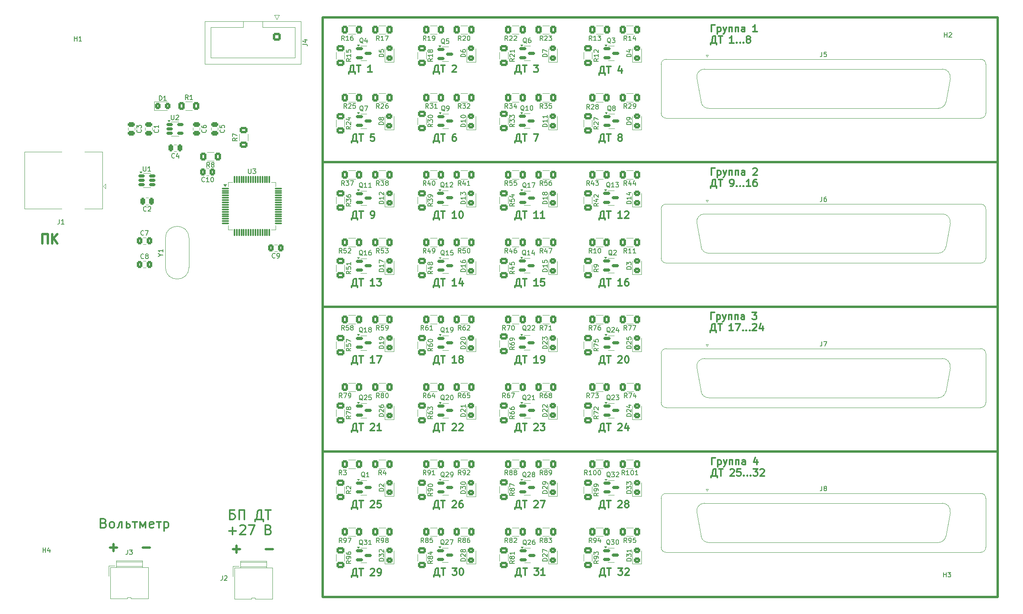
<source format=gbr>
G04 #@! TF.GenerationSoftware,KiCad,Pcbnew,8.0.1*
G04 #@! TF.CreationDate,2024-05-10T13:00:16+03:00*
G04 #@! TF.ProjectId,sensor_current_stand,73656e73-6f72-45f6-9375-7272656e745f,rev?*
G04 #@! TF.SameCoordinates,Original*
G04 #@! TF.FileFunction,Legend,Top*
G04 #@! TF.FilePolarity,Positive*
%FSLAX46Y46*%
G04 Gerber Fmt 4.6, Leading zero omitted, Abs format (unit mm)*
G04 Created by KiCad (PCBNEW 8.0.1) date 2024-05-10 13:00:16*
%MOMM*%
%LPD*%
G01*
G04 APERTURE LIST*
G04 Aperture macros list*
%AMRoundRect*
0 Rectangle with rounded corners*
0 $1 Rounding radius*
0 $2 $3 $4 $5 $6 $7 $8 $9 X,Y pos of 4 corners*
0 Add a 4 corners polygon primitive as box body*
4,1,4,$2,$3,$4,$5,$6,$7,$8,$9,$2,$3,0*
0 Add four circle primitives for the rounded corners*
1,1,$1+$1,$2,$3*
1,1,$1+$1,$4,$5*
1,1,$1+$1,$6,$7*
1,1,$1+$1,$8,$9*
0 Add four rect primitives between the rounded corners*
20,1,$1+$1,$2,$3,$4,$5,0*
20,1,$1+$1,$4,$5,$6,$7,0*
20,1,$1+$1,$6,$7,$8,$9,0*
20,1,$1+$1,$8,$9,$2,$3,0*%
G04 Aperture macros list end*
%ADD10C,0.500000*%
%ADD11C,0.300000*%
%ADD12C,0.150000*%
%ADD13C,0.120000*%
%ADD14RoundRect,0.250000X0.450000X-0.325000X0.450000X0.325000X-0.450000X0.325000X-0.450000X-0.325000X0*%
%ADD15RoundRect,0.250000X0.400000X0.625000X-0.400000X0.625000X-0.400000X-0.625000X0.400000X-0.625000X0*%
%ADD16RoundRect,0.250000X-0.625000X0.400000X-0.625000X-0.400000X0.625000X-0.400000X0.625000X0.400000X0*%
%ADD17C,4.000000*%
%ADD18R,1.600000X1.600000*%
%ADD19C,1.600000*%
%ADD20RoundRect,0.150000X-0.587500X-0.150000X0.587500X-0.150000X0.587500X0.150000X-0.587500X0.150000X0*%
%ADD21C,4.700000*%
%ADD22C,8.600000*%
%ADD23RoundRect,0.250000X0.250000X0.475000X-0.250000X0.475000X-0.250000X-0.475000X0.250000X-0.475000X0*%
%ADD24R,3.000000X3.000000*%
%ADD25C,3.000000*%
%ADD26RoundRect,0.250000X-0.475000X0.250000X-0.475000X-0.250000X0.475000X-0.250000X0.475000X0.250000X0*%
%ADD27RoundRect,0.250000X0.625000X-0.400000X0.625000X0.400000X-0.625000X0.400000X-0.625000X-0.400000X0*%
%ADD28RoundRect,0.075000X-0.700000X-0.075000X0.700000X-0.075000X0.700000X0.075000X-0.700000X0.075000X0*%
%ADD29RoundRect,0.075000X-0.075000X-0.700000X0.075000X-0.700000X0.075000X0.700000X-0.075000X0.700000X0*%
%ADD30RoundRect,0.250000X-0.600000X0.600000X-0.600000X-0.600000X0.600000X-0.600000X0.600000X0.600000X0*%
%ADD31C,1.700000*%
%ADD32RoundRect,0.150000X-0.512500X-0.150000X0.512500X-0.150000X0.512500X0.150000X-0.512500X0.150000X0*%
%ADD33RoundRect,0.250000X-0.400000X-0.625000X0.400000X-0.625000X0.400000X0.625000X-0.400000X0.625000X0*%
%ADD34RoundRect,0.250000X-0.337500X-0.475000X0.337500X-0.475000X0.337500X0.475000X-0.337500X0.475000X0*%
%ADD35RoundRect,0.250000X0.337500X0.475000X-0.337500X0.475000X-0.337500X-0.475000X0.337500X-0.475000X0*%
%ADD36C,1.500000*%
%ADD37RoundRect,0.250000X-0.325000X-0.450000X0.325000X-0.450000X0.325000X0.450000X-0.325000X0.450000X0*%
G04 APERTURE END LIST*
D10*
X130300000Y-62800000D02*
X274700000Y-62800000D01*
X130300000Y-93800000D02*
X274700000Y-93800000D01*
X130250000Y-31800000D02*
X274750000Y-31800000D01*
X274750000Y-155900000D01*
X130250000Y-155900000D01*
X130250000Y-31800000D01*
X130300000Y-124800000D02*
X274700000Y-124800000D01*
X111005137Y-145667333D02*
X112528947Y-145667333D01*
X111767042Y-146429238D02*
X111767042Y-144905428D01*
D11*
X155197368Y-106157971D02*
X155197368Y-105800828D01*
X155197368Y-105800828D02*
X153911653Y-105800828D01*
X153911653Y-105800828D02*
X153911653Y-106157971D01*
X154911653Y-105800828D02*
X154911653Y-104300828D01*
X154911653Y-104300828D02*
X154554510Y-104300828D01*
X154554510Y-104300828D02*
X154411653Y-104372257D01*
X154411653Y-104372257D02*
X154340225Y-104443685D01*
X154340225Y-104443685D02*
X154268796Y-104586542D01*
X154268796Y-104586542D02*
X154125939Y-105800828D01*
X155554511Y-104300828D02*
X156411654Y-104300828D01*
X155983082Y-105800828D02*
X155983082Y-104300828D01*
X158840225Y-105800828D02*
X157983082Y-105800828D01*
X158411653Y-105800828D02*
X158411653Y-104300828D01*
X158411653Y-104300828D02*
X158268796Y-104515114D01*
X158268796Y-104515114D02*
X158125939Y-104657971D01*
X158125939Y-104657971D02*
X157983082Y-104729400D01*
X159697367Y-104943685D02*
X159554510Y-104872257D01*
X159554510Y-104872257D02*
X159483081Y-104800828D01*
X159483081Y-104800828D02*
X159411653Y-104657971D01*
X159411653Y-104657971D02*
X159411653Y-104586542D01*
X159411653Y-104586542D02*
X159483081Y-104443685D01*
X159483081Y-104443685D02*
X159554510Y-104372257D01*
X159554510Y-104372257D02*
X159697367Y-104300828D01*
X159697367Y-104300828D02*
X159983081Y-104300828D01*
X159983081Y-104300828D02*
X160125939Y-104372257D01*
X160125939Y-104372257D02*
X160197367Y-104443685D01*
X160197367Y-104443685D02*
X160268796Y-104586542D01*
X160268796Y-104586542D02*
X160268796Y-104657971D01*
X160268796Y-104657971D02*
X160197367Y-104800828D01*
X160197367Y-104800828D02*
X160125939Y-104872257D01*
X160125939Y-104872257D02*
X159983081Y-104943685D01*
X159983081Y-104943685D02*
X159697367Y-104943685D01*
X159697367Y-104943685D02*
X159554510Y-105015114D01*
X159554510Y-105015114D02*
X159483081Y-105086542D01*
X159483081Y-105086542D02*
X159411653Y-105229400D01*
X159411653Y-105229400D02*
X159411653Y-105515114D01*
X159411653Y-105515114D02*
X159483081Y-105657971D01*
X159483081Y-105657971D02*
X159554510Y-105729400D01*
X159554510Y-105729400D02*
X159697367Y-105800828D01*
X159697367Y-105800828D02*
X159983081Y-105800828D01*
X159983081Y-105800828D02*
X160125939Y-105729400D01*
X160125939Y-105729400D02*
X160197367Y-105657971D01*
X160197367Y-105657971D02*
X160268796Y-105515114D01*
X160268796Y-105515114D02*
X160268796Y-105229400D01*
X160268796Y-105229400D02*
X160197367Y-105086542D01*
X160197367Y-105086542D02*
X160125939Y-105015114D01*
X160125939Y-105015114D02*
X159983081Y-104943685D01*
X172697368Y-120657971D02*
X172697368Y-120300828D01*
X172697368Y-120300828D02*
X171411653Y-120300828D01*
X171411653Y-120300828D02*
X171411653Y-120657971D01*
X172411653Y-120300828D02*
X172411653Y-118800828D01*
X172411653Y-118800828D02*
X172054510Y-118800828D01*
X172054510Y-118800828D02*
X171911653Y-118872257D01*
X171911653Y-118872257D02*
X171840225Y-118943685D01*
X171840225Y-118943685D02*
X171768796Y-119086542D01*
X171768796Y-119086542D02*
X171625939Y-120300828D01*
X173054511Y-118800828D02*
X173911654Y-118800828D01*
X173483082Y-120300828D02*
X173483082Y-118800828D01*
X175483082Y-118943685D02*
X175554510Y-118872257D01*
X175554510Y-118872257D02*
X175697368Y-118800828D01*
X175697368Y-118800828D02*
X176054510Y-118800828D01*
X176054510Y-118800828D02*
X176197368Y-118872257D01*
X176197368Y-118872257D02*
X176268796Y-118943685D01*
X176268796Y-118943685D02*
X176340225Y-119086542D01*
X176340225Y-119086542D02*
X176340225Y-119229400D01*
X176340225Y-119229400D02*
X176268796Y-119443685D01*
X176268796Y-119443685D02*
X175411653Y-120300828D01*
X175411653Y-120300828D02*
X176340225Y-120300828D01*
X176840224Y-118800828D02*
X177768796Y-118800828D01*
X177768796Y-118800828D02*
X177268796Y-119372257D01*
X177268796Y-119372257D02*
X177483081Y-119372257D01*
X177483081Y-119372257D02*
X177625939Y-119443685D01*
X177625939Y-119443685D02*
X177697367Y-119515114D01*
X177697367Y-119515114D02*
X177768796Y-119657971D01*
X177768796Y-119657971D02*
X177768796Y-120015114D01*
X177768796Y-120015114D02*
X177697367Y-120157971D01*
X177697367Y-120157971D02*
X177625939Y-120229400D01*
X177625939Y-120229400D02*
X177483081Y-120300828D01*
X177483081Y-120300828D02*
X177054510Y-120300828D01*
X177054510Y-120300828D02*
X176911653Y-120229400D01*
X176911653Y-120229400D02*
X176840224Y-120157971D01*
X172697368Y-43882971D02*
X172697368Y-43525828D01*
X172697368Y-43525828D02*
X171411653Y-43525828D01*
X171411653Y-43525828D02*
X171411653Y-43882971D01*
X172411653Y-43525828D02*
X172411653Y-42025828D01*
X172411653Y-42025828D02*
X172054510Y-42025828D01*
X172054510Y-42025828D02*
X171911653Y-42097257D01*
X171911653Y-42097257D02*
X171840225Y-42168685D01*
X171840225Y-42168685D02*
X171768796Y-42311542D01*
X171768796Y-42311542D02*
X171625939Y-43525828D01*
X173054511Y-42025828D02*
X173911654Y-42025828D01*
X173483082Y-43525828D02*
X173483082Y-42025828D01*
X175411653Y-42025828D02*
X176340225Y-42025828D01*
X176340225Y-42025828D02*
X175840225Y-42597257D01*
X175840225Y-42597257D02*
X176054510Y-42597257D01*
X176054510Y-42597257D02*
X176197368Y-42668685D01*
X176197368Y-42668685D02*
X176268796Y-42740114D01*
X176268796Y-42740114D02*
X176340225Y-42882971D01*
X176340225Y-42882971D02*
X176340225Y-43240114D01*
X176340225Y-43240114D02*
X176268796Y-43382971D01*
X176268796Y-43382971D02*
X176197368Y-43454400D01*
X176197368Y-43454400D02*
X176054510Y-43525828D01*
X176054510Y-43525828D02*
X175625939Y-43525828D01*
X175625939Y-43525828D02*
X175483082Y-43454400D01*
X175483082Y-43454400D02*
X175411653Y-43382971D01*
X137697368Y-151695471D02*
X137697368Y-151338328D01*
X137697368Y-151338328D02*
X136411653Y-151338328D01*
X136411653Y-151338328D02*
X136411653Y-151695471D01*
X137411653Y-151338328D02*
X137411653Y-149838328D01*
X137411653Y-149838328D02*
X137054510Y-149838328D01*
X137054510Y-149838328D02*
X136911653Y-149909757D01*
X136911653Y-149909757D02*
X136840225Y-149981185D01*
X136840225Y-149981185D02*
X136768796Y-150124042D01*
X136768796Y-150124042D02*
X136625939Y-151338328D01*
X138054511Y-149838328D02*
X138911654Y-149838328D01*
X138483082Y-151338328D02*
X138483082Y-149838328D01*
X140483082Y-149981185D02*
X140554510Y-149909757D01*
X140554510Y-149909757D02*
X140697368Y-149838328D01*
X140697368Y-149838328D02*
X141054510Y-149838328D01*
X141054510Y-149838328D02*
X141197368Y-149909757D01*
X141197368Y-149909757D02*
X141268796Y-149981185D01*
X141268796Y-149981185D02*
X141340225Y-150124042D01*
X141340225Y-150124042D02*
X141340225Y-150266900D01*
X141340225Y-150266900D02*
X141268796Y-150481185D01*
X141268796Y-150481185D02*
X140411653Y-151338328D01*
X140411653Y-151338328D02*
X141340225Y-151338328D01*
X142054510Y-151338328D02*
X142340224Y-151338328D01*
X142340224Y-151338328D02*
X142483081Y-151266900D01*
X142483081Y-151266900D02*
X142554510Y-151195471D01*
X142554510Y-151195471D02*
X142697367Y-150981185D01*
X142697367Y-150981185D02*
X142768796Y-150695471D01*
X142768796Y-150695471D02*
X142768796Y-150124042D01*
X142768796Y-150124042D02*
X142697367Y-149981185D01*
X142697367Y-149981185D02*
X142625939Y-149909757D01*
X142625939Y-149909757D02*
X142483081Y-149838328D01*
X142483081Y-149838328D02*
X142197367Y-149838328D01*
X142197367Y-149838328D02*
X142054510Y-149909757D01*
X142054510Y-149909757D02*
X141983081Y-149981185D01*
X141983081Y-149981185D02*
X141911653Y-150124042D01*
X141911653Y-150124042D02*
X141911653Y-150481185D01*
X141911653Y-150481185D02*
X141983081Y-150624042D01*
X141983081Y-150624042D02*
X142054510Y-150695471D01*
X142054510Y-150695471D02*
X142197367Y-150766900D01*
X142197367Y-150766900D02*
X142483081Y-150766900D01*
X142483081Y-150766900D02*
X142625939Y-150695471D01*
X142625939Y-150695471D02*
X142697367Y-150624042D01*
X142697367Y-150624042D02*
X142768796Y-150481185D01*
X172697368Y-89657971D02*
X172697368Y-89300828D01*
X172697368Y-89300828D02*
X171411653Y-89300828D01*
X171411653Y-89300828D02*
X171411653Y-89657971D01*
X172411653Y-89300828D02*
X172411653Y-87800828D01*
X172411653Y-87800828D02*
X172054510Y-87800828D01*
X172054510Y-87800828D02*
X171911653Y-87872257D01*
X171911653Y-87872257D02*
X171840225Y-87943685D01*
X171840225Y-87943685D02*
X171768796Y-88086542D01*
X171768796Y-88086542D02*
X171625939Y-89300828D01*
X173054511Y-87800828D02*
X173911654Y-87800828D01*
X173483082Y-89300828D02*
X173483082Y-87800828D01*
X176340225Y-89300828D02*
X175483082Y-89300828D01*
X175911653Y-89300828D02*
X175911653Y-87800828D01*
X175911653Y-87800828D02*
X175768796Y-88015114D01*
X175768796Y-88015114D02*
X175625939Y-88157971D01*
X175625939Y-88157971D02*
X175483082Y-88229400D01*
X177697367Y-87800828D02*
X176983081Y-87800828D01*
X176983081Y-87800828D02*
X176911653Y-88515114D01*
X176911653Y-88515114D02*
X176983081Y-88443685D01*
X176983081Y-88443685D02*
X177125939Y-88372257D01*
X177125939Y-88372257D02*
X177483081Y-88372257D01*
X177483081Y-88372257D02*
X177625939Y-88443685D01*
X177625939Y-88443685D02*
X177697367Y-88515114D01*
X177697367Y-88515114D02*
X177768796Y-88657971D01*
X177768796Y-88657971D02*
X177768796Y-89015114D01*
X177768796Y-89015114D02*
X177697367Y-89157971D01*
X177697367Y-89157971D02*
X177625939Y-89229400D01*
X177625939Y-89229400D02*
X177483081Y-89300828D01*
X177483081Y-89300828D02*
X177125939Y-89300828D01*
X177125939Y-89300828D02*
X176983081Y-89229400D01*
X176983081Y-89229400D02*
X176911653Y-89157971D01*
X155197368Y-89657971D02*
X155197368Y-89300828D01*
X155197368Y-89300828D02*
X153911653Y-89300828D01*
X153911653Y-89300828D02*
X153911653Y-89657971D01*
X154911653Y-89300828D02*
X154911653Y-87800828D01*
X154911653Y-87800828D02*
X154554510Y-87800828D01*
X154554510Y-87800828D02*
X154411653Y-87872257D01*
X154411653Y-87872257D02*
X154340225Y-87943685D01*
X154340225Y-87943685D02*
X154268796Y-88086542D01*
X154268796Y-88086542D02*
X154125939Y-89300828D01*
X155554511Y-87800828D02*
X156411654Y-87800828D01*
X155983082Y-89300828D02*
X155983082Y-87800828D01*
X158840225Y-89300828D02*
X157983082Y-89300828D01*
X158411653Y-89300828D02*
X158411653Y-87800828D01*
X158411653Y-87800828D02*
X158268796Y-88015114D01*
X158268796Y-88015114D02*
X158125939Y-88157971D01*
X158125939Y-88157971D02*
X157983082Y-88229400D01*
X160125939Y-88300828D02*
X160125939Y-89300828D01*
X159768796Y-87729400D02*
X159411653Y-88800828D01*
X159411653Y-88800828D02*
X160340224Y-88800828D01*
X172697368Y-106157971D02*
X172697368Y-105800828D01*
X172697368Y-105800828D02*
X171411653Y-105800828D01*
X171411653Y-105800828D02*
X171411653Y-106157971D01*
X172411653Y-105800828D02*
X172411653Y-104300828D01*
X172411653Y-104300828D02*
X172054510Y-104300828D01*
X172054510Y-104300828D02*
X171911653Y-104372257D01*
X171911653Y-104372257D02*
X171840225Y-104443685D01*
X171840225Y-104443685D02*
X171768796Y-104586542D01*
X171768796Y-104586542D02*
X171625939Y-105800828D01*
X173054511Y-104300828D02*
X173911654Y-104300828D01*
X173483082Y-105800828D02*
X173483082Y-104300828D01*
X176340225Y-105800828D02*
X175483082Y-105800828D01*
X175911653Y-105800828D02*
X175911653Y-104300828D01*
X175911653Y-104300828D02*
X175768796Y-104515114D01*
X175768796Y-104515114D02*
X175625939Y-104657971D01*
X175625939Y-104657971D02*
X175483082Y-104729400D01*
X177054510Y-105800828D02*
X177340224Y-105800828D01*
X177340224Y-105800828D02*
X177483081Y-105729400D01*
X177483081Y-105729400D02*
X177554510Y-105657971D01*
X177554510Y-105657971D02*
X177697367Y-105443685D01*
X177697367Y-105443685D02*
X177768796Y-105157971D01*
X177768796Y-105157971D02*
X177768796Y-104586542D01*
X177768796Y-104586542D02*
X177697367Y-104443685D01*
X177697367Y-104443685D02*
X177625939Y-104372257D01*
X177625939Y-104372257D02*
X177483081Y-104300828D01*
X177483081Y-104300828D02*
X177197367Y-104300828D01*
X177197367Y-104300828D02*
X177054510Y-104372257D01*
X177054510Y-104372257D02*
X176983081Y-104443685D01*
X176983081Y-104443685D02*
X176911653Y-104586542D01*
X176911653Y-104586542D02*
X176911653Y-104943685D01*
X176911653Y-104943685D02*
X176983081Y-105086542D01*
X176983081Y-105086542D02*
X177054510Y-105157971D01*
X177054510Y-105157971D02*
X177197367Y-105229400D01*
X177197367Y-105229400D02*
X177483081Y-105229400D01*
X177483081Y-105229400D02*
X177625939Y-105157971D01*
X177625939Y-105157971D02*
X177697367Y-105086542D01*
X177697367Y-105086542D02*
X177768796Y-104943685D01*
X155197368Y-137157971D02*
X155197368Y-136800828D01*
X155197368Y-136800828D02*
X153911653Y-136800828D01*
X153911653Y-136800828D02*
X153911653Y-137157971D01*
X154911653Y-136800828D02*
X154911653Y-135300828D01*
X154911653Y-135300828D02*
X154554510Y-135300828D01*
X154554510Y-135300828D02*
X154411653Y-135372257D01*
X154411653Y-135372257D02*
X154340225Y-135443685D01*
X154340225Y-135443685D02*
X154268796Y-135586542D01*
X154268796Y-135586542D02*
X154125939Y-136800828D01*
X155554511Y-135300828D02*
X156411654Y-135300828D01*
X155983082Y-136800828D02*
X155983082Y-135300828D01*
X157983082Y-135443685D02*
X158054510Y-135372257D01*
X158054510Y-135372257D02*
X158197368Y-135300828D01*
X158197368Y-135300828D02*
X158554510Y-135300828D01*
X158554510Y-135300828D02*
X158697368Y-135372257D01*
X158697368Y-135372257D02*
X158768796Y-135443685D01*
X158768796Y-135443685D02*
X158840225Y-135586542D01*
X158840225Y-135586542D02*
X158840225Y-135729400D01*
X158840225Y-135729400D02*
X158768796Y-135943685D01*
X158768796Y-135943685D02*
X157911653Y-136800828D01*
X157911653Y-136800828D02*
X158840225Y-136800828D01*
X160125939Y-135300828D02*
X159840224Y-135300828D01*
X159840224Y-135300828D02*
X159697367Y-135372257D01*
X159697367Y-135372257D02*
X159625939Y-135443685D01*
X159625939Y-135443685D02*
X159483081Y-135657971D01*
X159483081Y-135657971D02*
X159411653Y-135943685D01*
X159411653Y-135943685D02*
X159411653Y-136515114D01*
X159411653Y-136515114D02*
X159483081Y-136657971D01*
X159483081Y-136657971D02*
X159554510Y-136729400D01*
X159554510Y-136729400D02*
X159697367Y-136800828D01*
X159697367Y-136800828D02*
X159983081Y-136800828D01*
X159983081Y-136800828D02*
X160125939Y-136729400D01*
X160125939Y-136729400D02*
X160197367Y-136657971D01*
X160197367Y-136657971D02*
X160268796Y-136515114D01*
X160268796Y-136515114D02*
X160268796Y-136157971D01*
X160268796Y-136157971D02*
X160197367Y-136015114D01*
X160197367Y-136015114D02*
X160125939Y-135943685D01*
X160125939Y-135943685D02*
X159983081Y-135872257D01*
X159983081Y-135872257D02*
X159697367Y-135872257D01*
X159697367Y-135872257D02*
X159554510Y-135943685D01*
X159554510Y-135943685D02*
X159483081Y-136015114D01*
X159483081Y-136015114D02*
X159411653Y-136157971D01*
X172697368Y-75157971D02*
X172697368Y-74800828D01*
X172697368Y-74800828D02*
X171411653Y-74800828D01*
X171411653Y-74800828D02*
X171411653Y-75157971D01*
X172411653Y-74800828D02*
X172411653Y-73300828D01*
X172411653Y-73300828D02*
X172054510Y-73300828D01*
X172054510Y-73300828D02*
X171911653Y-73372257D01*
X171911653Y-73372257D02*
X171840225Y-73443685D01*
X171840225Y-73443685D02*
X171768796Y-73586542D01*
X171768796Y-73586542D02*
X171625939Y-74800828D01*
X173054511Y-73300828D02*
X173911654Y-73300828D01*
X173483082Y-74800828D02*
X173483082Y-73300828D01*
X176340225Y-74800828D02*
X175483082Y-74800828D01*
X175911653Y-74800828D02*
X175911653Y-73300828D01*
X175911653Y-73300828D02*
X175768796Y-73515114D01*
X175768796Y-73515114D02*
X175625939Y-73657971D01*
X175625939Y-73657971D02*
X175483082Y-73729400D01*
X177768796Y-74800828D02*
X176911653Y-74800828D01*
X177340224Y-74800828D02*
X177340224Y-73300828D01*
X177340224Y-73300828D02*
X177197367Y-73515114D01*
X177197367Y-73515114D02*
X177054510Y-73657971D01*
X177054510Y-73657971D02*
X176911653Y-73729400D01*
X213454510Y-65585912D02*
X213454510Y-64085912D01*
X213454510Y-64085912D02*
X214240225Y-64085912D01*
X214740224Y-64585912D02*
X214740224Y-66085912D01*
X214740224Y-64657341D02*
X214883082Y-64585912D01*
X214883082Y-64585912D02*
X215168796Y-64585912D01*
X215168796Y-64585912D02*
X215311653Y-64657341D01*
X215311653Y-64657341D02*
X215383082Y-64728769D01*
X215383082Y-64728769D02*
X215454510Y-64871626D01*
X215454510Y-64871626D02*
X215454510Y-65300198D01*
X215454510Y-65300198D02*
X215383082Y-65443055D01*
X215383082Y-65443055D02*
X215311653Y-65514484D01*
X215311653Y-65514484D02*
X215168796Y-65585912D01*
X215168796Y-65585912D02*
X214883082Y-65585912D01*
X214883082Y-65585912D02*
X214740224Y-65514484D01*
X215954510Y-64585912D02*
X216311653Y-65585912D01*
X216668796Y-64585912D02*
X216311653Y-65585912D01*
X216311653Y-65585912D02*
X216168796Y-65943055D01*
X216168796Y-65943055D02*
X216097367Y-66014484D01*
X216097367Y-66014484D02*
X215954510Y-66085912D01*
X217240224Y-65585912D02*
X217240224Y-64585912D01*
X217240224Y-64585912D02*
X217883082Y-64585912D01*
X217883082Y-64585912D02*
X217883082Y-65585912D01*
X218597367Y-65585912D02*
X218597367Y-64585912D01*
X218597367Y-64585912D02*
X219240225Y-64585912D01*
X219240225Y-64585912D02*
X219240225Y-65585912D01*
X220597368Y-65585912D02*
X220597368Y-64800198D01*
X220597368Y-64800198D02*
X220525939Y-64657341D01*
X220525939Y-64657341D02*
X220383082Y-64585912D01*
X220383082Y-64585912D02*
X220097368Y-64585912D01*
X220097368Y-64585912D02*
X219954510Y-64657341D01*
X220597368Y-65514484D02*
X220454510Y-65585912D01*
X220454510Y-65585912D02*
X220097368Y-65585912D01*
X220097368Y-65585912D02*
X219954510Y-65514484D01*
X219954510Y-65514484D02*
X219883082Y-65371626D01*
X219883082Y-65371626D02*
X219883082Y-65228769D01*
X219883082Y-65228769D02*
X219954510Y-65085912D01*
X219954510Y-65085912D02*
X220097368Y-65014484D01*
X220097368Y-65014484D02*
X220454510Y-65014484D01*
X220454510Y-65014484D02*
X220597368Y-64943055D01*
X222383082Y-64228769D02*
X222454510Y-64157341D01*
X222454510Y-64157341D02*
X222597368Y-64085912D01*
X222597368Y-64085912D02*
X222954510Y-64085912D01*
X222954510Y-64085912D02*
X223097368Y-64157341D01*
X223097368Y-64157341D02*
X223168796Y-64228769D01*
X223168796Y-64228769D02*
X223240225Y-64371626D01*
X223240225Y-64371626D02*
X223240225Y-64514484D01*
X223240225Y-64514484D02*
X223168796Y-64728769D01*
X223168796Y-64728769D02*
X222311653Y-65585912D01*
X222311653Y-65585912D02*
X223240225Y-65585912D01*
X214597368Y-68357971D02*
X214597368Y-68000828D01*
X214597368Y-68000828D02*
X213311653Y-68000828D01*
X213311653Y-68000828D02*
X213311653Y-68357971D01*
X214311653Y-68000828D02*
X214311653Y-66500828D01*
X214311653Y-66500828D02*
X213954510Y-66500828D01*
X213954510Y-66500828D02*
X213811653Y-66572257D01*
X213811653Y-66572257D02*
X213740225Y-66643685D01*
X213740225Y-66643685D02*
X213668796Y-66786542D01*
X213668796Y-66786542D02*
X213525939Y-68000828D01*
X214954511Y-66500828D02*
X215811654Y-66500828D01*
X215383082Y-68000828D02*
X215383082Y-66500828D01*
X217525939Y-68000828D02*
X217811653Y-68000828D01*
X217811653Y-68000828D02*
X217954510Y-67929400D01*
X217954510Y-67929400D02*
X218025939Y-67857971D01*
X218025939Y-67857971D02*
X218168796Y-67643685D01*
X218168796Y-67643685D02*
X218240225Y-67357971D01*
X218240225Y-67357971D02*
X218240225Y-66786542D01*
X218240225Y-66786542D02*
X218168796Y-66643685D01*
X218168796Y-66643685D02*
X218097368Y-66572257D01*
X218097368Y-66572257D02*
X217954510Y-66500828D01*
X217954510Y-66500828D02*
X217668796Y-66500828D01*
X217668796Y-66500828D02*
X217525939Y-66572257D01*
X217525939Y-66572257D02*
X217454510Y-66643685D01*
X217454510Y-66643685D02*
X217383082Y-66786542D01*
X217383082Y-66786542D02*
X217383082Y-67143685D01*
X217383082Y-67143685D02*
X217454510Y-67286542D01*
X217454510Y-67286542D02*
X217525939Y-67357971D01*
X217525939Y-67357971D02*
X217668796Y-67429400D01*
X217668796Y-67429400D02*
X217954510Y-67429400D01*
X217954510Y-67429400D02*
X218097368Y-67357971D01*
X218097368Y-67357971D02*
X218168796Y-67286542D01*
X218168796Y-67286542D02*
X218240225Y-67143685D01*
X218883081Y-67857971D02*
X218954510Y-67929400D01*
X218954510Y-67929400D02*
X218883081Y-68000828D01*
X218883081Y-68000828D02*
X218811653Y-67929400D01*
X218811653Y-67929400D02*
X218883081Y-67857971D01*
X218883081Y-67857971D02*
X218883081Y-68000828D01*
X219597367Y-67857971D02*
X219668796Y-67929400D01*
X219668796Y-67929400D02*
X219597367Y-68000828D01*
X219597367Y-68000828D02*
X219525939Y-67929400D01*
X219525939Y-67929400D02*
X219597367Y-67857971D01*
X219597367Y-67857971D02*
X219597367Y-68000828D01*
X220311653Y-67857971D02*
X220383082Y-67929400D01*
X220383082Y-67929400D02*
X220311653Y-68000828D01*
X220311653Y-68000828D02*
X220240225Y-67929400D01*
X220240225Y-67929400D02*
X220311653Y-67857971D01*
X220311653Y-67857971D02*
X220311653Y-68000828D01*
X221811654Y-68000828D02*
X220954511Y-68000828D01*
X221383082Y-68000828D02*
X221383082Y-66500828D01*
X221383082Y-66500828D02*
X221240225Y-66715114D01*
X221240225Y-66715114D02*
X221097368Y-66857971D01*
X221097368Y-66857971D02*
X220954511Y-66929400D01*
X223097368Y-66500828D02*
X222811653Y-66500828D01*
X222811653Y-66500828D02*
X222668796Y-66572257D01*
X222668796Y-66572257D02*
X222597368Y-66643685D01*
X222597368Y-66643685D02*
X222454510Y-66857971D01*
X222454510Y-66857971D02*
X222383082Y-67143685D01*
X222383082Y-67143685D02*
X222383082Y-67715114D01*
X222383082Y-67715114D02*
X222454510Y-67857971D01*
X222454510Y-67857971D02*
X222525939Y-67929400D01*
X222525939Y-67929400D02*
X222668796Y-68000828D01*
X222668796Y-68000828D02*
X222954510Y-68000828D01*
X222954510Y-68000828D02*
X223097368Y-67929400D01*
X223097368Y-67929400D02*
X223168796Y-67857971D01*
X223168796Y-67857971D02*
X223240225Y-67715114D01*
X223240225Y-67715114D02*
X223240225Y-67357971D01*
X223240225Y-67357971D02*
X223168796Y-67215114D01*
X223168796Y-67215114D02*
X223097368Y-67143685D01*
X223097368Y-67143685D02*
X222954510Y-67072257D01*
X222954510Y-67072257D02*
X222668796Y-67072257D01*
X222668796Y-67072257D02*
X222525939Y-67143685D01*
X222525939Y-67143685D02*
X222454510Y-67215114D01*
X222454510Y-67215114D02*
X222383082Y-67357971D01*
X190697368Y-137157971D02*
X190697368Y-136800828D01*
X190697368Y-136800828D02*
X189411653Y-136800828D01*
X189411653Y-136800828D02*
X189411653Y-137157971D01*
X190411653Y-136800828D02*
X190411653Y-135300828D01*
X190411653Y-135300828D02*
X190054510Y-135300828D01*
X190054510Y-135300828D02*
X189911653Y-135372257D01*
X189911653Y-135372257D02*
X189840225Y-135443685D01*
X189840225Y-135443685D02*
X189768796Y-135586542D01*
X189768796Y-135586542D02*
X189625939Y-136800828D01*
X191054511Y-135300828D02*
X191911654Y-135300828D01*
X191483082Y-136800828D02*
X191483082Y-135300828D01*
X193483082Y-135443685D02*
X193554510Y-135372257D01*
X193554510Y-135372257D02*
X193697368Y-135300828D01*
X193697368Y-135300828D02*
X194054510Y-135300828D01*
X194054510Y-135300828D02*
X194197368Y-135372257D01*
X194197368Y-135372257D02*
X194268796Y-135443685D01*
X194268796Y-135443685D02*
X194340225Y-135586542D01*
X194340225Y-135586542D02*
X194340225Y-135729400D01*
X194340225Y-135729400D02*
X194268796Y-135943685D01*
X194268796Y-135943685D02*
X193411653Y-136800828D01*
X193411653Y-136800828D02*
X194340225Y-136800828D01*
X195197367Y-135943685D02*
X195054510Y-135872257D01*
X195054510Y-135872257D02*
X194983081Y-135800828D01*
X194983081Y-135800828D02*
X194911653Y-135657971D01*
X194911653Y-135657971D02*
X194911653Y-135586542D01*
X194911653Y-135586542D02*
X194983081Y-135443685D01*
X194983081Y-135443685D02*
X195054510Y-135372257D01*
X195054510Y-135372257D02*
X195197367Y-135300828D01*
X195197367Y-135300828D02*
X195483081Y-135300828D01*
X195483081Y-135300828D02*
X195625939Y-135372257D01*
X195625939Y-135372257D02*
X195697367Y-135443685D01*
X195697367Y-135443685D02*
X195768796Y-135586542D01*
X195768796Y-135586542D02*
X195768796Y-135657971D01*
X195768796Y-135657971D02*
X195697367Y-135800828D01*
X195697367Y-135800828D02*
X195625939Y-135872257D01*
X195625939Y-135872257D02*
X195483081Y-135943685D01*
X195483081Y-135943685D02*
X195197367Y-135943685D01*
X195197367Y-135943685D02*
X195054510Y-136015114D01*
X195054510Y-136015114D02*
X194983081Y-136086542D01*
X194983081Y-136086542D02*
X194911653Y-136229400D01*
X194911653Y-136229400D02*
X194911653Y-136515114D01*
X194911653Y-136515114D02*
X194983081Y-136657971D01*
X194983081Y-136657971D02*
X195054510Y-136729400D01*
X195054510Y-136729400D02*
X195197367Y-136800828D01*
X195197367Y-136800828D02*
X195483081Y-136800828D01*
X195483081Y-136800828D02*
X195625939Y-136729400D01*
X195625939Y-136729400D02*
X195697367Y-136657971D01*
X195697367Y-136657971D02*
X195768796Y-136515114D01*
X195768796Y-136515114D02*
X195768796Y-136229400D01*
X195768796Y-136229400D02*
X195697367Y-136086542D01*
X195697367Y-136086542D02*
X195625939Y-136015114D01*
X195625939Y-136015114D02*
X195483081Y-135943685D01*
X137697368Y-89657971D02*
X137697368Y-89300828D01*
X137697368Y-89300828D02*
X136411653Y-89300828D01*
X136411653Y-89300828D02*
X136411653Y-89657971D01*
X137411653Y-89300828D02*
X137411653Y-87800828D01*
X137411653Y-87800828D02*
X137054510Y-87800828D01*
X137054510Y-87800828D02*
X136911653Y-87872257D01*
X136911653Y-87872257D02*
X136840225Y-87943685D01*
X136840225Y-87943685D02*
X136768796Y-88086542D01*
X136768796Y-88086542D02*
X136625939Y-89300828D01*
X138054511Y-87800828D02*
X138911654Y-87800828D01*
X138483082Y-89300828D02*
X138483082Y-87800828D01*
X141340225Y-89300828D02*
X140483082Y-89300828D01*
X140911653Y-89300828D02*
X140911653Y-87800828D01*
X140911653Y-87800828D02*
X140768796Y-88015114D01*
X140768796Y-88015114D02*
X140625939Y-88157971D01*
X140625939Y-88157971D02*
X140483082Y-88229400D01*
X141840224Y-87800828D02*
X142768796Y-87800828D01*
X142768796Y-87800828D02*
X142268796Y-88372257D01*
X142268796Y-88372257D02*
X142483081Y-88372257D01*
X142483081Y-88372257D02*
X142625939Y-88443685D01*
X142625939Y-88443685D02*
X142697367Y-88515114D01*
X142697367Y-88515114D02*
X142768796Y-88657971D01*
X142768796Y-88657971D02*
X142768796Y-89015114D01*
X142768796Y-89015114D02*
X142697367Y-89157971D01*
X142697367Y-89157971D02*
X142625939Y-89229400D01*
X142625939Y-89229400D02*
X142483081Y-89300828D01*
X142483081Y-89300828D02*
X142054510Y-89300828D01*
X142054510Y-89300828D02*
X141911653Y-89229400D01*
X141911653Y-89229400D02*
X141840224Y-89157971D01*
X190697368Y-58657971D02*
X190697368Y-58300828D01*
X190697368Y-58300828D02*
X189411653Y-58300828D01*
X189411653Y-58300828D02*
X189411653Y-58657971D01*
X190411653Y-58300828D02*
X190411653Y-56800828D01*
X190411653Y-56800828D02*
X190054510Y-56800828D01*
X190054510Y-56800828D02*
X189911653Y-56872257D01*
X189911653Y-56872257D02*
X189840225Y-56943685D01*
X189840225Y-56943685D02*
X189768796Y-57086542D01*
X189768796Y-57086542D02*
X189625939Y-58300828D01*
X191054511Y-56800828D02*
X191911654Y-56800828D01*
X191483082Y-58300828D02*
X191483082Y-56800828D01*
X193768796Y-57443685D02*
X193625939Y-57372257D01*
X193625939Y-57372257D02*
X193554510Y-57300828D01*
X193554510Y-57300828D02*
X193483082Y-57157971D01*
X193483082Y-57157971D02*
X193483082Y-57086542D01*
X193483082Y-57086542D02*
X193554510Y-56943685D01*
X193554510Y-56943685D02*
X193625939Y-56872257D01*
X193625939Y-56872257D02*
X193768796Y-56800828D01*
X193768796Y-56800828D02*
X194054510Y-56800828D01*
X194054510Y-56800828D02*
X194197368Y-56872257D01*
X194197368Y-56872257D02*
X194268796Y-56943685D01*
X194268796Y-56943685D02*
X194340225Y-57086542D01*
X194340225Y-57086542D02*
X194340225Y-57157971D01*
X194340225Y-57157971D02*
X194268796Y-57300828D01*
X194268796Y-57300828D02*
X194197368Y-57372257D01*
X194197368Y-57372257D02*
X194054510Y-57443685D01*
X194054510Y-57443685D02*
X193768796Y-57443685D01*
X193768796Y-57443685D02*
X193625939Y-57515114D01*
X193625939Y-57515114D02*
X193554510Y-57586542D01*
X193554510Y-57586542D02*
X193483082Y-57729400D01*
X193483082Y-57729400D02*
X193483082Y-58015114D01*
X193483082Y-58015114D02*
X193554510Y-58157971D01*
X193554510Y-58157971D02*
X193625939Y-58229400D01*
X193625939Y-58229400D02*
X193768796Y-58300828D01*
X193768796Y-58300828D02*
X194054510Y-58300828D01*
X194054510Y-58300828D02*
X194197368Y-58229400D01*
X194197368Y-58229400D02*
X194268796Y-58157971D01*
X194268796Y-58157971D02*
X194340225Y-58015114D01*
X194340225Y-58015114D02*
X194340225Y-57729400D01*
X194340225Y-57729400D02*
X194268796Y-57586542D01*
X194268796Y-57586542D02*
X194197368Y-57515114D01*
X194197368Y-57515114D02*
X194054510Y-57443685D01*
D10*
X70205137Y-80229238D02*
X70205137Y-78229238D01*
X70205137Y-78229238D02*
X71347994Y-78229238D01*
X71347994Y-78229238D02*
X71347994Y-80229238D01*
X72300375Y-80229238D02*
X72300375Y-78229238D01*
X73443232Y-80229238D02*
X72586089Y-79086380D01*
X73443232Y-78229238D02*
X72300375Y-79372095D01*
D11*
X190772368Y-151595471D02*
X190772368Y-151238328D01*
X190772368Y-151238328D02*
X189486653Y-151238328D01*
X189486653Y-151238328D02*
X189486653Y-151595471D01*
X190486653Y-151238328D02*
X190486653Y-149738328D01*
X190486653Y-149738328D02*
X190129510Y-149738328D01*
X190129510Y-149738328D02*
X189986653Y-149809757D01*
X189986653Y-149809757D02*
X189915225Y-149881185D01*
X189915225Y-149881185D02*
X189843796Y-150024042D01*
X189843796Y-150024042D02*
X189700939Y-151238328D01*
X191129511Y-149738328D02*
X191986654Y-149738328D01*
X191558082Y-151238328D02*
X191558082Y-149738328D01*
X193486653Y-149738328D02*
X194415225Y-149738328D01*
X194415225Y-149738328D02*
X193915225Y-150309757D01*
X193915225Y-150309757D02*
X194129510Y-150309757D01*
X194129510Y-150309757D02*
X194272368Y-150381185D01*
X194272368Y-150381185D02*
X194343796Y-150452614D01*
X194343796Y-150452614D02*
X194415225Y-150595471D01*
X194415225Y-150595471D02*
X194415225Y-150952614D01*
X194415225Y-150952614D02*
X194343796Y-151095471D01*
X194343796Y-151095471D02*
X194272368Y-151166900D01*
X194272368Y-151166900D02*
X194129510Y-151238328D01*
X194129510Y-151238328D02*
X193700939Y-151238328D01*
X193700939Y-151238328D02*
X193558082Y-151166900D01*
X193558082Y-151166900D02*
X193486653Y-151095471D01*
X194986653Y-149881185D02*
X195058081Y-149809757D01*
X195058081Y-149809757D02*
X195200939Y-149738328D01*
X195200939Y-149738328D02*
X195558081Y-149738328D01*
X195558081Y-149738328D02*
X195700939Y-149809757D01*
X195700939Y-149809757D02*
X195772367Y-149881185D01*
X195772367Y-149881185D02*
X195843796Y-150024042D01*
X195843796Y-150024042D02*
X195843796Y-150166900D01*
X195843796Y-150166900D02*
X195772367Y-150381185D01*
X195772367Y-150381185D02*
X194915224Y-151238328D01*
X194915224Y-151238328D02*
X195843796Y-151238328D01*
X137697368Y-137157971D02*
X137697368Y-136800828D01*
X137697368Y-136800828D02*
X136411653Y-136800828D01*
X136411653Y-136800828D02*
X136411653Y-137157971D01*
X137411653Y-136800828D02*
X137411653Y-135300828D01*
X137411653Y-135300828D02*
X137054510Y-135300828D01*
X137054510Y-135300828D02*
X136911653Y-135372257D01*
X136911653Y-135372257D02*
X136840225Y-135443685D01*
X136840225Y-135443685D02*
X136768796Y-135586542D01*
X136768796Y-135586542D02*
X136625939Y-136800828D01*
X138054511Y-135300828D02*
X138911654Y-135300828D01*
X138483082Y-136800828D02*
X138483082Y-135300828D01*
X140483082Y-135443685D02*
X140554510Y-135372257D01*
X140554510Y-135372257D02*
X140697368Y-135300828D01*
X140697368Y-135300828D02*
X141054510Y-135300828D01*
X141054510Y-135300828D02*
X141197368Y-135372257D01*
X141197368Y-135372257D02*
X141268796Y-135443685D01*
X141268796Y-135443685D02*
X141340225Y-135586542D01*
X141340225Y-135586542D02*
X141340225Y-135729400D01*
X141340225Y-135729400D02*
X141268796Y-135943685D01*
X141268796Y-135943685D02*
X140411653Y-136800828D01*
X140411653Y-136800828D02*
X141340225Y-136800828D01*
X142697367Y-135300828D02*
X141983081Y-135300828D01*
X141983081Y-135300828D02*
X141911653Y-136015114D01*
X141911653Y-136015114D02*
X141983081Y-135943685D01*
X141983081Y-135943685D02*
X142125939Y-135872257D01*
X142125939Y-135872257D02*
X142483081Y-135872257D01*
X142483081Y-135872257D02*
X142625939Y-135943685D01*
X142625939Y-135943685D02*
X142697367Y-136015114D01*
X142697367Y-136015114D02*
X142768796Y-136157971D01*
X142768796Y-136157971D02*
X142768796Y-136515114D01*
X142768796Y-136515114D02*
X142697367Y-136657971D01*
X142697367Y-136657971D02*
X142625939Y-136729400D01*
X142625939Y-136729400D02*
X142483081Y-136800828D01*
X142483081Y-136800828D02*
X142125939Y-136800828D01*
X142125939Y-136800828D02*
X141983081Y-136729400D01*
X141983081Y-136729400D02*
X141911653Y-136657971D01*
X190697368Y-44132971D02*
X190697368Y-43775828D01*
X190697368Y-43775828D02*
X189411653Y-43775828D01*
X189411653Y-43775828D02*
X189411653Y-44132971D01*
X190411653Y-43775828D02*
X190411653Y-42275828D01*
X190411653Y-42275828D02*
X190054510Y-42275828D01*
X190054510Y-42275828D02*
X189911653Y-42347257D01*
X189911653Y-42347257D02*
X189840225Y-42418685D01*
X189840225Y-42418685D02*
X189768796Y-42561542D01*
X189768796Y-42561542D02*
X189625939Y-43775828D01*
X191054511Y-42275828D02*
X191911654Y-42275828D01*
X191483082Y-43775828D02*
X191483082Y-42275828D01*
X194197368Y-42775828D02*
X194197368Y-43775828D01*
X193840225Y-42204400D02*
X193483082Y-43275828D01*
X193483082Y-43275828D02*
X194411653Y-43275828D01*
X137697368Y-75157971D02*
X137697368Y-74800828D01*
X137697368Y-74800828D02*
X136411653Y-74800828D01*
X136411653Y-74800828D02*
X136411653Y-75157971D01*
X137411653Y-74800828D02*
X137411653Y-73300828D01*
X137411653Y-73300828D02*
X137054510Y-73300828D01*
X137054510Y-73300828D02*
X136911653Y-73372257D01*
X136911653Y-73372257D02*
X136840225Y-73443685D01*
X136840225Y-73443685D02*
X136768796Y-73586542D01*
X136768796Y-73586542D02*
X136625939Y-74800828D01*
X138054511Y-73300828D02*
X138911654Y-73300828D01*
X138483082Y-74800828D02*
X138483082Y-73300828D01*
X140625939Y-74800828D02*
X140911653Y-74800828D01*
X140911653Y-74800828D02*
X141054510Y-74729400D01*
X141054510Y-74729400D02*
X141125939Y-74657971D01*
X141125939Y-74657971D02*
X141268796Y-74443685D01*
X141268796Y-74443685D02*
X141340225Y-74157971D01*
X141340225Y-74157971D02*
X141340225Y-73586542D01*
X141340225Y-73586542D02*
X141268796Y-73443685D01*
X141268796Y-73443685D02*
X141197368Y-73372257D01*
X141197368Y-73372257D02*
X141054510Y-73300828D01*
X141054510Y-73300828D02*
X140768796Y-73300828D01*
X140768796Y-73300828D02*
X140625939Y-73372257D01*
X140625939Y-73372257D02*
X140554510Y-73443685D01*
X140554510Y-73443685D02*
X140483082Y-73586542D01*
X140483082Y-73586542D02*
X140483082Y-73943685D01*
X140483082Y-73943685D02*
X140554510Y-74086542D01*
X140554510Y-74086542D02*
X140625939Y-74157971D01*
X140625939Y-74157971D02*
X140768796Y-74229400D01*
X140768796Y-74229400D02*
X141054510Y-74229400D01*
X141054510Y-74229400D02*
X141197368Y-74157971D01*
X141197368Y-74157971D02*
X141268796Y-74086542D01*
X141268796Y-74086542D02*
X141340225Y-73943685D01*
X155197368Y-43882971D02*
X155197368Y-43525828D01*
X155197368Y-43525828D02*
X153911653Y-43525828D01*
X153911653Y-43525828D02*
X153911653Y-43882971D01*
X154911653Y-43525828D02*
X154911653Y-42025828D01*
X154911653Y-42025828D02*
X154554510Y-42025828D01*
X154554510Y-42025828D02*
X154411653Y-42097257D01*
X154411653Y-42097257D02*
X154340225Y-42168685D01*
X154340225Y-42168685D02*
X154268796Y-42311542D01*
X154268796Y-42311542D02*
X154125939Y-43525828D01*
X155554511Y-42025828D02*
X156411654Y-42025828D01*
X155983082Y-43525828D02*
X155983082Y-42025828D01*
X157983082Y-42168685D02*
X158054510Y-42097257D01*
X158054510Y-42097257D02*
X158197368Y-42025828D01*
X158197368Y-42025828D02*
X158554510Y-42025828D01*
X158554510Y-42025828D02*
X158697368Y-42097257D01*
X158697368Y-42097257D02*
X158768796Y-42168685D01*
X158768796Y-42168685D02*
X158840225Y-42311542D01*
X158840225Y-42311542D02*
X158840225Y-42454400D01*
X158840225Y-42454400D02*
X158768796Y-42668685D01*
X158768796Y-42668685D02*
X157911653Y-43525828D01*
X157911653Y-43525828D02*
X158840225Y-43525828D01*
X172772368Y-151595471D02*
X172772368Y-151238328D01*
X172772368Y-151238328D02*
X171486653Y-151238328D01*
X171486653Y-151238328D02*
X171486653Y-151595471D01*
X172486653Y-151238328D02*
X172486653Y-149738328D01*
X172486653Y-149738328D02*
X172129510Y-149738328D01*
X172129510Y-149738328D02*
X171986653Y-149809757D01*
X171986653Y-149809757D02*
X171915225Y-149881185D01*
X171915225Y-149881185D02*
X171843796Y-150024042D01*
X171843796Y-150024042D02*
X171700939Y-151238328D01*
X173129511Y-149738328D02*
X173986654Y-149738328D01*
X173558082Y-151238328D02*
X173558082Y-149738328D01*
X175486653Y-149738328D02*
X176415225Y-149738328D01*
X176415225Y-149738328D02*
X175915225Y-150309757D01*
X175915225Y-150309757D02*
X176129510Y-150309757D01*
X176129510Y-150309757D02*
X176272368Y-150381185D01*
X176272368Y-150381185D02*
X176343796Y-150452614D01*
X176343796Y-150452614D02*
X176415225Y-150595471D01*
X176415225Y-150595471D02*
X176415225Y-150952614D01*
X176415225Y-150952614D02*
X176343796Y-151095471D01*
X176343796Y-151095471D02*
X176272368Y-151166900D01*
X176272368Y-151166900D02*
X176129510Y-151238328D01*
X176129510Y-151238328D02*
X175700939Y-151238328D01*
X175700939Y-151238328D02*
X175558082Y-151166900D01*
X175558082Y-151166900D02*
X175486653Y-151095471D01*
X177843796Y-151238328D02*
X176986653Y-151238328D01*
X177415224Y-151238328D02*
X177415224Y-149738328D01*
X177415224Y-149738328D02*
X177272367Y-149952614D01*
X177272367Y-149952614D02*
X177129510Y-150095471D01*
X177129510Y-150095471D02*
X176986653Y-150166900D01*
D10*
X84705137Y-145367333D02*
X86228947Y-145367333D01*
X85467042Y-146129238D02*
X85467042Y-144605428D01*
X118005137Y-145667333D02*
X119528947Y-145667333D01*
D11*
X213554510Y-127585912D02*
X213554510Y-126085912D01*
X213554510Y-126085912D02*
X214340225Y-126085912D01*
X214840224Y-126585912D02*
X214840224Y-128085912D01*
X214840224Y-126657341D02*
X214983082Y-126585912D01*
X214983082Y-126585912D02*
X215268796Y-126585912D01*
X215268796Y-126585912D02*
X215411653Y-126657341D01*
X215411653Y-126657341D02*
X215483082Y-126728769D01*
X215483082Y-126728769D02*
X215554510Y-126871626D01*
X215554510Y-126871626D02*
X215554510Y-127300198D01*
X215554510Y-127300198D02*
X215483082Y-127443055D01*
X215483082Y-127443055D02*
X215411653Y-127514484D01*
X215411653Y-127514484D02*
X215268796Y-127585912D01*
X215268796Y-127585912D02*
X214983082Y-127585912D01*
X214983082Y-127585912D02*
X214840224Y-127514484D01*
X216054510Y-126585912D02*
X216411653Y-127585912D01*
X216768796Y-126585912D02*
X216411653Y-127585912D01*
X216411653Y-127585912D02*
X216268796Y-127943055D01*
X216268796Y-127943055D02*
X216197367Y-128014484D01*
X216197367Y-128014484D02*
X216054510Y-128085912D01*
X217340224Y-127585912D02*
X217340224Y-126585912D01*
X217340224Y-126585912D02*
X217983082Y-126585912D01*
X217983082Y-126585912D02*
X217983082Y-127585912D01*
X218697367Y-127585912D02*
X218697367Y-126585912D01*
X218697367Y-126585912D02*
X219340225Y-126585912D01*
X219340225Y-126585912D02*
X219340225Y-127585912D01*
X220697368Y-127585912D02*
X220697368Y-126800198D01*
X220697368Y-126800198D02*
X220625939Y-126657341D01*
X220625939Y-126657341D02*
X220483082Y-126585912D01*
X220483082Y-126585912D02*
X220197368Y-126585912D01*
X220197368Y-126585912D02*
X220054510Y-126657341D01*
X220697368Y-127514484D02*
X220554510Y-127585912D01*
X220554510Y-127585912D02*
X220197368Y-127585912D01*
X220197368Y-127585912D02*
X220054510Y-127514484D01*
X220054510Y-127514484D02*
X219983082Y-127371626D01*
X219983082Y-127371626D02*
X219983082Y-127228769D01*
X219983082Y-127228769D02*
X220054510Y-127085912D01*
X220054510Y-127085912D02*
X220197368Y-127014484D01*
X220197368Y-127014484D02*
X220554510Y-127014484D01*
X220554510Y-127014484D02*
X220697368Y-126943055D01*
X223197368Y-126585912D02*
X223197368Y-127585912D01*
X222840225Y-126014484D02*
X222483082Y-127085912D01*
X222483082Y-127085912D02*
X223411653Y-127085912D01*
X214697368Y-130357971D02*
X214697368Y-130000828D01*
X214697368Y-130000828D02*
X213411653Y-130000828D01*
X213411653Y-130000828D02*
X213411653Y-130357971D01*
X214411653Y-130000828D02*
X214411653Y-128500828D01*
X214411653Y-128500828D02*
X214054510Y-128500828D01*
X214054510Y-128500828D02*
X213911653Y-128572257D01*
X213911653Y-128572257D02*
X213840225Y-128643685D01*
X213840225Y-128643685D02*
X213768796Y-128786542D01*
X213768796Y-128786542D02*
X213625939Y-130000828D01*
X215054511Y-128500828D02*
X215911654Y-128500828D01*
X215483082Y-130000828D02*
X215483082Y-128500828D01*
X217483082Y-128643685D02*
X217554510Y-128572257D01*
X217554510Y-128572257D02*
X217697368Y-128500828D01*
X217697368Y-128500828D02*
X218054510Y-128500828D01*
X218054510Y-128500828D02*
X218197368Y-128572257D01*
X218197368Y-128572257D02*
X218268796Y-128643685D01*
X218268796Y-128643685D02*
X218340225Y-128786542D01*
X218340225Y-128786542D02*
X218340225Y-128929400D01*
X218340225Y-128929400D02*
X218268796Y-129143685D01*
X218268796Y-129143685D02*
X217411653Y-130000828D01*
X217411653Y-130000828D02*
X218340225Y-130000828D01*
X219697367Y-128500828D02*
X218983081Y-128500828D01*
X218983081Y-128500828D02*
X218911653Y-129215114D01*
X218911653Y-129215114D02*
X218983081Y-129143685D01*
X218983081Y-129143685D02*
X219125939Y-129072257D01*
X219125939Y-129072257D02*
X219483081Y-129072257D01*
X219483081Y-129072257D02*
X219625939Y-129143685D01*
X219625939Y-129143685D02*
X219697367Y-129215114D01*
X219697367Y-129215114D02*
X219768796Y-129357971D01*
X219768796Y-129357971D02*
X219768796Y-129715114D01*
X219768796Y-129715114D02*
X219697367Y-129857971D01*
X219697367Y-129857971D02*
X219625939Y-129929400D01*
X219625939Y-129929400D02*
X219483081Y-130000828D01*
X219483081Y-130000828D02*
X219125939Y-130000828D01*
X219125939Y-130000828D02*
X218983081Y-129929400D01*
X218983081Y-129929400D02*
X218911653Y-129857971D01*
X220411652Y-129857971D02*
X220483081Y-129929400D01*
X220483081Y-129929400D02*
X220411652Y-130000828D01*
X220411652Y-130000828D02*
X220340224Y-129929400D01*
X220340224Y-129929400D02*
X220411652Y-129857971D01*
X220411652Y-129857971D02*
X220411652Y-130000828D01*
X221125938Y-129857971D02*
X221197367Y-129929400D01*
X221197367Y-129929400D02*
X221125938Y-130000828D01*
X221125938Y-130000828D02*
X221054510Y-129929400D01*
X221054510Y-129929400D02*
X221125938Y-129857971D01*
X221125938Y-129857971D02*
X221125938Y-130000828D01*
X221840224Y-129857971D02*
X221911653Y-129929400D01*
X221911653Y-129929400D02*
X221840224Y-130000828D01*
X221840224Y-130000828D02*
X221768796Y-129929400D01*
X221768796Y-129929400D02*
X221840224Y-129857971D01*
X221840224Y-129857971D02*
X221840224Y-130000828D01*
X222411653Y-128500828D02*
X223340225Y-128500828D01*
X223340225Y-128500828D02*
X222840225Y-129072257D01*
X222840225Y-129072257D02*
X223054510Y-129072257D01*
X223054510Y-129072257D02*
X223197368Y-129143685D01*
X223197368Y-129143685D02*
X223268796Y-129215114D01*
X223268796Y-129215114D02*
X223340225Y-129357971D01*
X223340225Y-129357971D02*
X223340225Y-129715114D01*
X223340225Y-129715114D02*
X223268796Y-129857971D01*
X223268796Y-129857971D02*
X223197368Y-129929400D01*
X223197368Y-129929400D02*
X223054510Y-130000828D01*
X223054510Y-130000828D02*
X222625939Y-130000828D01*
X222625939Y-130000828D02*
X222483082Y-129929400D01*
X222483082Y-129929400D02*
X222411653Y-129857971D01*
X223911653Y-128643685D02*
X223983081Y-128572257D01*
X223983081Y-128572257D02*
X224125939Y-128500828D01*
X224125939Y-128500828D02*
X224483081Y-128500828D01*
X224483081Y-128500828D02*
X224625939Y-128572257D01*
X224625939Y-128572257D02*
X224697367Y-128643685D01*
X224697367Y-128643685D02*
X224768796Y-128786542D01*
X224768796Y-128786542D02*
X224768796Y-128929400D01*
X224768796Y-128929400D02*
X224697367Y-129143685D01*
X224697367Y-129143685D02*
X223840224Y-130000828D01*
X223840224Y-130000828D02*
X224768796Y-130000828D01*
X172697368Y-137157971D02*
X172697368Y-136800828D01*
X172697368Y-136800828D02*
X171411653Y-136800828D01*
X171411653Y-136800828D02*
X171411653Y-137157971D01*
X172411653Y-136800828D02*
X172411653Y-135300828D01*
X172411653Y-135300828D02*
X172054510Y-135300828D01*
X172054510Y-135300828D02*
X171911653Y-135372257D01*
X171911653Y-135372257D02*
X171840225Y-135443685D01*
X171840225Y-135443685D02*
X171768796Y-135586542D01*
X171768796Y-135586542D02*
X171625939Y-136800828D01*
X173054511Y-135300828D02*
X173911654Y-135300828D01*
X173483082Y-136800828D02*
X173483082Y-135300828D01*
X175483082Y-135443685D02*
X175554510Y-135372257D01*
X175554510Y-135372257D02*
X175697368Y-135300828D01*
X175697368Y-135300828D02*
X176054510Y-135300828D01*
X176054510Y-135300828D02*
X176197368Y-135372257D01*
X176197368Y-135372257D02*
X176268796Y-135443685D01*
X176268796Y-135443685D02*
X176340225Y-135586542D01*
X176340225Y-135586542D02*
X176340225Y-135729400D01*
X176340225Y-135729400D02*
X176268796Y-135943685D01*
X176268796Y-135943685D02*
X175411653Y-136800828D01*
X175411653Y-136800828D02*
X176340225Y-136800828D01*
X176840224Y-135300828D02*
X177840224Y-135300828D01*
X177840224Y-135300828D02*
X177197367Y-136800828D01*
X190697368Y-120657971D02*
X190697368Y-120300828D01*
X190697368Y-120300828D02*
X189411653Y-120300828D01*
X189411653Y-120300828D02*
X189411653Y-120657971D01*
X190411653Y-120300828D02*
X190411653Y-118800828D01*
X190411653Y-118800828D02*
X190054510Y-118800828D01*
X190054510Y-118800828D02*
X189911653Y-118872257D01*
X189911653Y-118872257D02*
X189840225Y-118943685D01*
X189840225Y-118943685D02*
X189768796Y-119086542D01*
X189768796Y-119086542D02*
X189625939Y-120300828D01*
X191054511Y-118800828D02*
X191911654Y-118800828D01*
X191483082Y-120300828D02*
X191483082Y-118800828D01*
X193483082Y-118943685D02*
X193554510Y-118872257D01*
X193554510Y-118872257D02*
X193697368Y-118800828D01*
X193697368Y-118800828D02*
X194054510Y-118800828D01*
X194054510Y-118800828D02*
X194197368Y-118872257D01*
X194197368Y-118872257D02*
X194268796Y-118943685D01*
X194268796Y-118943685D02*
X194340225Y-119086542D01*
X194340225Y-119086542D02*
X194340225Y-119229400D01*
X194340225Y-119229400D02*
X194268796Y-119443685D01*
X194268796Y-119443685D02*
X193411653Y-120300828D01*
X193411653Y-120300828D02*
X194340225Y-120300828D01*
X195625939Y-119300828D02*
X195625939Y-120300828D01*
X195268796Y-118729400D02*
X194911653Y-119800828D01*
X194911653Y-119800828D02*
X195840224Y-119800828D01*
X137697368Y-120657971D02*
X137697368Y-120300828D01*
X137697368Y-120300828D02*
X136411653Y-120300828D01*
X136411653Y-120300828D02*
X136411653Y-120657971D01*
X137411653Y-120300828D02*
X137411653Y-118800828D01*
X137411653Y-118800828D02*
X137054510Y-118800828D01*
X137054510Y-118800828D02*
X136911653Y-118872257D01*
X136911653Y-118872257D02*
X136840225Y-118943685D01*
X136840225Y-118943685D02*
X136768796Y-119086542D01*
X136768796Y-119086542D02*
X136625939Y-120300828D01*
X138054511Y-118800828D02*
X138911654Y-118800828D01*
X138483082Y-120300828D02*
X138483082Y-118800828D01*
X140483082Y-118943685D02*
X140554510Y-118872257D01*
X140554510Y-118872257D02*
X140697368Y-118800828D01*
X140697368Y-118800828D02*
X141054510Y-118800828D01*
X141054510Y-118800828D02*
X141197368Y-118872257D01*
X141197368Y-118872257D02*
X141268796Y-118943685D01*
X141268796Y-118943685D02*
X141340225Y-119086542D01*
X141340225Y-119086542D02*
X141340225Y-119229400D01*
X141340225Y-119229400D02*
X141268796Y-119443685D01*
X141268796Y-119443685D02*
X140411653Y-120300828D01*
X140411653Y-120300828D02*
X141340225Y-120300828D01*
X142768796Y-120300828D02*
X141911653Y-120300828D01*
X142340224Y-120300828D02*
X142340224Y-118800828D01*
X142340224Y-118800828D02*
X142197367Y-119015114D01*
X142197367Y-119015114D02*
X142054510Y-119157971D01*
X142054510Y-119157971D02*
X141911653Y-119229400D01*
X155197368Y-58657971D02*
X155197368Y-58300828D01*
X155197368Y-58300828D02*
X153911653Y-58300828D01*
X153911653Y-58300828D02*
X153911653Y-58657971D01*
X154911653Y-58300828D02*
X154911653Y-56800828D01*
X154911653Y-56800828D02*
X154554510Y-56800828D01*
X154554510Y-56800828D02*
X154411653Y-56872257D01*
X154411653Y-56872257D02*
X154340225Y-56943685D01*
X154340225Y-56943685D02*
X154268796Y-57086542D01*
X154268796Y-57086542D02*
X154125939Y-58300828D01*
X155554511Y-56800828D02*
X156411654Y-56800828D01*
X155983082Y-58300828D02*
X155983082Y-56800828D01*
X158697368Y-56800828D02*
X158411653Y-56800828D01*
X158411653Y-56800828D02*
X158268796Y-56872257D01*
X158268796Y-56872257D02*
X158197368Y-56943685D01*
X158197368Y-56943685D02*
X158054510Y-57157971D01*
X158054510Y-57157971D02*
X157983082Y-57443685D01*
X157983082Y-57443685D02*
X157983082Y-58015114D01*
X157983082Y-58015114D02*
X158054510Y-58157971D01*
X158054510Y-58157971D02*
X158125939Y-58229400D01*
X158125939Y-58229400D02*
X158268796Y-58300828D01*
X158268796Y-58300828D02*
X158554510Y-58300828D01*
X158554510Y-58300828D02*
X158697368Y-58229400D01*
X158697368Y-58229400D02*
X158768796Y-58157971D01*
X158768796Y-58157971D02*
X158840225Y-58015114D01*
X158840225Y-58015114D02*
X158840225Y-57657971D01*
X158840225Y-57657971D02*
X158768796Y-57515114D01*
X158768796Y-57515114D02*
X158697368Y-57443685D01*
X158697368Y-57443685D02*
X158554510Y-57372257D01*
X158554510Y-57372257D02*
X158268796Y-57372257D01*
X158268796Y-57372257D02*
X158125939Y-57443685D01*
X158125939Y-57443685D02*
X158054510Y-57515114D01*
X158054510Y-57515114D02*
X157983082Y-57657971D01*
X213454510Y-34885912D02*
X213454510Y-33385912D01*
X213454510Y-33385912D02*
X214240225Y-33385912D01*
X214740224Y-33885912D02*
X214740224Y-35385912D01*
X214740224Y-33957341D02*
X214883082Y-33885912D01*
X214883082Y-33885912D02*
X215168796Y-33885912D01*
X215168796Y-33885912D02*
X215311653Y-33957341D01*
X215311653Y-33957341D02*
X215383082Y-34028769D01*
X215383082Y-34028769D02*
X215454510Y-34171626D01*
X215454510Y-34171626D02*
X215454510Y-34600198D01*
X215454510Y-34600198D02*
X215383082Y-34743055D01*
X215383082Y-34743055D02*
X215311653Y-34814484D01*
X215311653Y-34814484D02*
X215168796Y-34885912D01*
X215168796Y-34885912D02*
X214883082Y-34885912D01*
X214883082Y-34885912D02*
X214740224Y-34814484D01*
X215954510Y-33885912D02*
X216311653Y-34885912D01*
X216668796Y-33885912D02*
X216311653Y-34885912D01*
X216311653Y-34885912D02*
X216168796Y-35243055D01*
X216168796Y-35243055D02*
X216097367Y-35314484D01*
X216097367Y-35314484D02*
X215954510Y-35385912D01*
X217240224Y-34885912D02*
X217240224Y-33885912D01*
X217240224Y-33885912D02*
X217883082Y-33885912D01*
X217883082Y-33885912D02*
X217883082Y-34885912D01*
X218597367Y-34885912D02*
X218597367Y-33885912D01*
X218597367Y-33885912D02*
X219240225Y-33885912D01*
X219240225Y-33885912D02*
X219240225Y-34885912D01*
X220597368Y-34885912D02*
X220597368Y-34100198D01*
X220597368Y-34100198D02*
X220525939Y-33957341D01*
X220525939Y-33957341D02*
X220383082Y-33885912D01*
X220383082Y-33885912D02*
X220097368Y-33885912D01*
X220097368Y-33885912D02*
X219954510Y-33957341D01*
X220597368Y-34814484D02*
X220454510Y-34885912D01*
X220454510Y-34885912D02*
X220097368Y-34885912D01*
X220097368Y-34885912D02*
X219954510Y-34814484D01*
X219954510Y-34814484D02*
X219883082Y-34671626D01*
X219883082Y-34671626D02*
X219883082Y-34528769D01*
X219883082Y-34528769D02*
X219954510Y-34385912D01*
X219954510Y-34385912D02*
X220097368Y-34314484D01*
X220097368Y-34314484D02*
X220454510Y-34314484D01*
X220454510Y-34314484D02*
X220597368Y-34243055D01*
X223240225Y-34885912D02*
X222383082Y-34885912D01*
X222811653Y-34885912D02*
X222811653Y-33385912D01*
X222811653Y-33385912D02*
X222668796Y-33600198D01*
X222668796Y-33600198D02*
X222525939Y-33743055D01*
X222525939Y-33743055D02*
X222383082Y-33814484D01*
X214597368Y-37657971D02*
X214597368Y-37300828D01*
X214597368Y-37300828D02*
X213311653Y-37300828D01*
X213311653Y-37300828D02*
X213311653Y-37657971D01*
X214311653Y-37300828D02*
X214311653Y-35800828D01*
X214311653Y-35800828D02*
X213954510Y-35800828D01*
X213954510Y-35800828D02*
X213811653Y-35872257D01*
X213811653Y-35872257D02*
X213740225Y-35943685D01*
X213740225Y-35943685D02*
X213668796Y-36086542D01*
X213668796Y-36086542D02*
X213525939Y-37300828D01*
X214954511Y-35800828D02*
X215811654Y-35800828D01*
X215383082Y-37300828D02*
X215383082Y-35800828D01*
X218240225Y-37300828D02*
X217383082Y-37300828D01*
X217811653Y-37300828D02*
X217811653Y-35800828D01*
X217811653Y-35800828D02*
X217668796Y-36015114D01*
X217668796Y-36015114D02*
X217525939Y-36157971D01*
X217525939Y-36157971D02*
X217383082Y-36229400D01*
X218883081Y-37157971D02*
X218954510Y-37229400D01*
X218954510Y-37229400D02*
X218883081Y-37300828D01*
X218883081Y-37300828D02*
X218811653Y-37229400D01*
X218811653Y-37229400D02*
X218883081Y-37157971D01*
X218883081Y-37157971D02*
X218883081Y-37300828D01*
X219597367Y-37157971D02*
X219668796Y-37229400D01*
X219668796Y-37229400D02*
X219597367Y-37300828D01*
X219597367Y-37300828D02*
X219525939Y-37229400D01*
X219525939Y-37229400D02*
X219597367Y-37157971D01*
X219597367Y-37157971D02*
X219597367Y-37300828D01*
X220311653Y-37157971D02*
X220383082Y-37229400D01*
X220383082Y-37229400D02*
X220311653Y-37300828D01*
X220311653Y-37300828D02*
X220240225Y-37229400D01*
X220240225Y-37229400D02*
X220311653Y-37157971D01*
X220311653Y-37157971D02*
X220311653Y-37300828D01*
X221240225Y-36443685D02*
X221097368Y-36372257D01*
X221097368Y-36372257D02*
X221025939Y-36300828D01*
X221025939Y-36300828D02*
X220954511Y-36157971D01*
X220954511Y-36157971D02*
X220954511Y-36086542D01*
X220954511Y-36086542D02*
X221025939Y-35943685D01*
X221025939Y-35943685D02*
X221097368Y-35872257D01*
X221097368Y-35872257D02*
X221240225Y-35800828D01*
X221240225Y-35800828D02*
X221525939Y-35800828D01*
X221525939Y-35800828D02*
X221668797Y-35872257D01*
X221668797Y-35872257D02*
X221740225Y-35943685D01*
X221740225Y-35943685D02*
X221811654Y-36086542D01*
X221811654Y-36086542D02*
X221811654Y-36157971D01*
X221811654Y-36157971D02*
X221740225Y-36300828D01*
X221740225Y-36300828D02*
X221668797Y-36372257D01*
X221668797Y-36372257D02*
X221525939Y-36443685D01*
X221525939Y-36443685D02*
X221240225Y-36443685D01*
X221240225Y-36443685D02*
X221097368Y-36515114D01*
X221097368Y-36515114D02*
X221025939Y-36586542D01*
X221025939Y-36586542D02*
X220954511Y-36729400D01*
X220954511Y-36729400D02*
X220954511Y-37015114D01*
X220954511Y-37015114D02*
X221025939Y-37157971D01*
X221025939Y-37157971D02*
X221097368Y-37229400D01*
X221097368Y-37229400D02*
X221240225Y-37300828D01*
X221240225Y-37300828D02*
X221525939Y-37300828D01*
X221525939Y-37300828D02*
X221668797Y-37229400D01*
X221668797Y-37229400D02*
X221740225Y-37157971D01*
X221740225Y-37157971D02*
X221811654Y-37015114D01*
X221811654Y-37015114D02*
X221811654Y-36729400D01*
X221811654Y-36729400D02*
X221740225Y-36586542D01*
X221740225Y-36586542D02*
X221668797Y-36515114D01*
X221668797Y-36515114D02*
X221525939Y-36443685D01*
X172697368Y-58657971D02*
X172697368Y-58300828D01*
X172697368Y-58300828D02*
X171411653Y-58300828D01*
X171411653Y-58300828D02*
X171411653Y-58657971D01*
X172411653Y-58300828D02*
X172411653Y-56800828D01*
X172411653Y-56800828D02*
X172054510Y-56800828D01*
X172054510Y-56800828D02*
X171911653Y-56872257D01*
X171911653Y-56872257D02*
X171840225Y-56943685D01*
X171840225Y-56943685D02*
X171768796Y-57086542D01*
X171768796Y-57086542D02*
X171625939Y-58300828D01*
X173054511Y-56800828D02*
X173911654Y-56800828D01*
X173483082Y-58300828D02*
X173483082Y-56800828D01*
X175411653Y-56800828D02*
X176411653Y-56800828D01*
X176411653Y-56800828D02*
X175768796Y-58300828D01*
X213354510Y-96485912D02*
X213354510Y-94985912D01*
X213354510Y-94985912D02*
X214140225Y-94985912D01*
X214640224Y-95485912D02*
X214640224Y-96985912D01*
X214640224Y-95557341D02*
X214783082Y-95485912D01*
X214783082Y-95485912D02*
X215068796Y-95485912D01*
X215068796Y-95485912D02*
X215211653Y-95557341D01*
X215211653Y-95557341D02*
X215283082Y-95628769D01*
X215283082Y-95628769D02*
X215354510Y-95771626D01*
X215354510Y-95771626D02*
X215354510Y-96200198D01*
X215354510Y-96200198D02*
X215283082Y-96343055D01*
X215283082Y-96343055D02*
X215211653Y-96414484D01*
X215211653Y-96414484D02*
X215068796Y-96485912D01*
X215068796Y-96485912D02*
X214783082Y-96485912D01*
X214783082Y-96485912D02*
X214640224Y-96414484D01*
X215854510Y-95485912D02*
X216211653Y-96485912D01*
X216568796Y-95485912D02*
X216211653Y-96485912D01*
X216211653Y-96485912D02*
X216068796Y-96843055D01*
X216068796Y-96843055D02*
X215997367Y-96914484D01*
X215997367Y-96914484D02*
X215854510Y-96985912D01*
X217140224Y-96485912D02*
X217140224Y-95485912D01*
X217140224Y-95485912D02*
X217783082Y-95485912D01*
X217783082Y-95485912D02*
X217783082Y-96485912D01*
X218497367Y-96485912D02*
X218497367Y-95485912D01*
X218497367Y-95485912D02*
X219140225Y-95485912D01*
X219140225Y-95485912D02*
X219140225Y-96485912D01*
X220497368Y-96485912D02*
X220497368Y-95700198D01*
X220497368Y-95700198D02*
X220425939Y-95557341D01*
X220425939Y-95557341D02*
X220283082Y-95485912D01*
X220283082Y-95485912D02*
X219997368Y-95485912D01*
X219997368Y-95485912D02*
X219854510Y-95557341D01*
X220497368Y-96414484D02*
X220354510Y-96485912D01*
X220354510Y-96485912D02*
X219997368Y-96485912D01*
X219997368Y-96485912D02*
X219854510Y-96414484D01*
X219854510Y-96414484D02*
X219783082Y-96271626D01*
X219783082Y-96271626D02*
X219783082Y-96128769D01*
X219783082Y-96128769D02*
X219854510Y-95985912D01*
X219854510Y-95985912D02*
X219997368Y-95914484D01*
X219997368Y-95914484D02*
X220354510Y-95914484D01*
X220354510Y-95914484D02*
X220497368Y-95843055D01*
X222211653Y-94985912D02*
X223140225Y-94985912D01*
X223140225Y-94985912D02*
X222640225Y-95557341D01*
X222640225Y-95557341D02*
X222854510Y-95557341D01*
X222854510Y-95557341D02*
X222997368Y-95628769D01*
X222997368Y-95628769D02*
X223068796Y-95700198D01*
X223068796Y-95700198D02*
X223140225Y-95843055D01*
X223140225Y-95843055D02*
X223140225Y-96200198D01*
X223140225Y-96200198D02*
X223068796Y-96343055D01*
X223068796Y-96343055D02*
X222997368Y-96414484D01*
X222997368Y-96414484D02*
X222854510Y-96485912D01*
X222854510Y-96485912D02*
X222425939Y-96485912D01*
X222425939Y-96485912D02*
X222283082Y-96414484D01*
X222283082Y-96414484D02*
X222211653Y-96343055D01*
X214497368Y-99257971D02*
X214497368Y-98900828D01*
X214497368Y-98900828D02*
X213211653Y-98900828D01*
X213211653Y-98900828D02*
X213211653Y-99257971D01*
X214211653Y-98900828D02*
X214211653Y-97400828D01*
X214211653Y-97400828D02*
X213854510Y-97400828D01*
X213854510Y-97400828D02*
X213711653Y-97472257D01*
X213711653Y-97472257D02*
X213640225Y-97543685D01*
X213640225Y-97543685D02*
X213568796Y-97686542D01*
X213568796Y-97686542D02*
X213425939Y-98900828D01*
X214854511Y-97400828D02*
X215711654Y-97400828D01*
X215283082Y-98900828D02*
X215283082Y-97400828D01*
X218140225Y-98900828D02*
X217283082Y-98900828D01*
X217711653Y-98900828D02*
X217711653Y-97400828D01*
X217711653Y-97400828D02*
X217568796Y-97615114D01*
X217568796Y-97615114D02*
X217425939Y-97757971D01*
X217425939Y-97757971D02*
X217283082Y-97829400D01*
X218640224Y-97400828D02*
X219640224Y-97400828D01*
X219640224Y-97400828D02*
X218997367Y-98900828D01*
X220211652Y-98757971D02*
X220283081Y-98829400D01*
X220283081Y-98829400D02*
X220211652Y-98900828D01*
X220211652Y-98900828D02*
X220140224Y-98829400D01*
X220140224Y-98829400D02*
X220211652Y-98757971D01*
X220211652Y-98757971D02*
X220211652Y-98900828D01*
X220925938Y-98757971D02*
X220997367Y-98829400D01*
X220997367Y-98829400D02*
X220925938Y-98900828D01*
X220925938Y-98900828D02*
X220854510Y-98829400D01*
X220854510Y-98829400D02*
X220925938Y-98757971D01*
X220925938Y-98757971D02*
X220925938Y-98900828D01*
X221640224Y-98757971D02*
X221711653Y-98829400D01*
X221711653Y-98829400D02*
X221640224Y-98900828D01*
X221640224Y-98900828D02*
X221568796Y-98829400D01*
X221568796Y-98829400D02*
X221640224Y-98757971D01*
X221640224Y-98757971D02*
X221640224Y-98900828D01*
X222283082Y-97543685D02*
X222354510Y-97472257D01*
X222354510Y-97472257D02*
X222497368Y-97400828D01*
X222497368Y-97400828D02*
X222854510Y-97400828D01*
X222854510Y-97400828D02*
X222997368Y-97472257D01*
X222997368Y-97472257D02*
X223068796Y-97543685D01*
X223068796Y-97543685D02*
X223140225Y-97686542D01*
X223140225Y-97686542D02*
X223140225Y-97829400D01*
X223140225Y-97829400D02*
X223068796Y-98043685D01*
X223068796Y-98043685D02*
X222211653Y-98900828D01*
X222211653Y-98900828D02*
X223140225Y-98900828D01*
X224425939Y-97900828D02*
X224425939Y-98900828D01*
X224068796Y-97329400D02*
X223711653Y-98400828D01*
X223711653Y-98400828D02*
X224640224Y-98400828D01*
X111314285Y-137319750D02*
X110361904Y-137319750D01*
X110361904Y-137319750D02*
X110361904Y-139319750D01*
X110361904Y-139319750D02*
X110933333Y-139319750D01*
X110933333Y-139319750D02*
X111219047Y-139224512D01*
X111219047Y-139224512D02*
X111409523Y-139034035D01*
X111409523Y-139034035D02*
X111504761Y-138843559D01*
X111504761Y-138843559D02*
X111504761Y-138557845D01*
X111504761Y-138557845D02*
X111409523Y-138367369D01*
X111409523Y-138367369D02*
X111219047Y-138176892D01*
X111219047Y-138176892D02*
X110933333Y-138081654D01*
X110933333Y-138081654D02*
X110361904Y-138081654D01*
X112361904Y-139319750D02*
X112361904Y-137319750D01*
X112361904Y-137319750D02*
X113504761Y-137319750D01*
X113504761Y-137319750D02*
X113504761Y-139319750D01*
X117504762Y-139795940D02*
X117504762Y-139319750D01*
X117504762Y-139319750D02*
X115790476Y-139319750D01*
X115790476Y-139319750D02*
X115790476Y-139795940D01*
X117123809Y-139319750D02*
X117123809Y-137319750D01*
X117123809Y-137319750D02*
X116647619Y-137319750D01*
X116647619Y-137319750D02*
X116457142Y-137414988D01*
X116457142Y-137414988D02*
X116361904Y-137510226D01*
X116361904Y-137510226D02*
X116266666Y-137700702D01*
X116266666Y-137700702D02*
X116076190Y-139319750D01*
X117980952Y-137319750D02*
X119123809Y-137319750D01*
X118552380Y-139319750D02*
X118552380Y-137319750D01*
X110171428Y-141777733D02*
X111695238Y-141777733D01*
X110933333Y-142539638D02*
X110933333Y-141015828D01*
X112552380Y-140730114D02*
X112647618Y-140634876D01*
X112647618Y-140634876D02*
X112838094Y-140539638D01*
X112838094Y-140539638D02*
X113314285Y-140539638D01*
X113314285Y-140539638D02*
X113504761Y-140634876D01*
X113504761Y-140634876D02*
X113599999Y-140730114D01*
X113599999Y-140730114D02*
X113695237Y-140920590D01*
X113695237Y-140920590D02*
X113695237Y-141111066D01*
X113695237Y-141111066D02*
X113599999Y-141396780D01*
X113599999Y-141396780D02*
X112457142Y-142539638D01*
X112457142Y-142539638D02*
X113695237Y-142539638D01*
X114361904Y-140539638D02*
X115695237Y-140539638D01*
X115695237Y-140539638D02*
X114838094Y-142539638D01*
X118647619Y-141492019D02*
X118933333Y-141587257D01*
X118933333Y-141587257D02*
X119028571Y-141682495D01*
X119028571Y-141682495D02*
X119123809Y-141872971D01*
X119123809Y-141872971D02*
X119123809Y-142158685D01*
X119123809Y-142158685D02*
X119028571Y-142349161D01*
X119028571Y-142349161D02*
X118933333Y-142444400D01*
X118933333Y-142444400D02*
X118742857Y-142539638D01*
X118742857Y-142539638D02*
X117980952Y-142539638D01*
X117980952Y-142539638D02*
X117980952Y-140539638D01*
X117980952Y-140539638D02*
X118647619Y-140539638D01*
X118647619Y-140539638D02*
X118838095Y-140634876D01*
X118838095Y-140634876D02*
X118933333Y-140730114D01*
X118933333Y-140730114D02*
X119028571Y-140920590D01*
X119028571Y-140920590D02*
X119028571Y-141111066D01*
X119028571Y-141111066D02*
X118933333Y-141301542D01*
X118933333Y-141301542D02*
X118838095Y-141396780D01*
X118838095Y-141396780D02*
X118647619Y-141492019D01*
X118647619Y-141492019D02*
X117980952Y-141492019D01*
X137134868Y-43882971D02*
X137134868Y-43525828D01*
X137134868Y-43525828D02*
X135849153Y-43525828D01*
X135849153Y-43525828D02*
X135849153Y-43882971D01*
X136849153Y-43525828D02*
X136849153Y-42025828D01*
X136849153Y-42025828D02*
X136492010Y-42025828D01*
X136492010Y-42025828D02*
X136349153Y-42097257D01*
X136349153Y-42097257D02*
X136277725Y-42168685D01*
X136277725Y-42168685D02*
X136206296Y-42311542D01*
X136206296Y-42311542D02*
X136063439Y-43525828D01*
X137492011Y-42025828D02*
X138349154Y-42025828D01*
X137920582Y-43525828D02*
X137920582Y-42025828D01*
X140777725Y-43525828D02*
X139920582Y-43525828D01*
X140349153Y-43525828D02*
X140349153Y-42025828D01*
X140349153Y-42025828D02*
X140206296Y-42240114D01*
X140206296Y-42240114D02*
X140063439Y-42382971D01*
X140063439Y-42382971D02*
X139920582Y-42454400D01*
X137697368Y-106157971D02*
X137697368Y-105800828D01*
X137697368Y-105800828D02*
X136411653Y-105800828D01*
X136411653Y-105800828D02*
X136411653Y-106157971D01*
X137411653Y-105800828D02*
X137411653Y-104300828D01*
X137411653Y-104300828D02*
X137054510Y-104300828D01*
X137054510Y-104300828D02*
X136911653Y-104372257D01*
X136911653Y-104372257D02*
X136840225Y-104443685D01*
X136840225Y-104443685D02*
X136768796Y-104586542D01*
X136768796Y-104586542D02*
X136625939Y-105800828D01*
X138054511Y-104300828D02*
X138911654Y-104300828D01*
X138483082Y-105800828D02*
X138483082Y-104300828D01*
X141340225Y-105800828D02*
X140483082Y-105800828D01*
X140911653Y-105800828D02*
X140911653Y-104300828D01*
X140911653Y-104300828D02*
X140768796Y-104515114D01*
X140768796Y-104515114D02*
X140625939Y-104657971D01*
X140625939Y-104657971D02*
X140483082Y-104729400D01*
X141840224Y-104300828D02*
X142840224Y-104300828D01*
X142840224Y-104300828D02*
X142197367Y-105800828D01*
D10*
X91705137Y-145367333D02*
X93228947Y-145367333D01*
D11*
X137697368Y-58657971D02*
X137697368Y-58300828D01*
X137697368Y-58300828D02*
X136411653Y-58300828D01*
X136411653Y-58300828D02*
X136411653Y-58657971D01*
X137411653Y-58300828D02*
X137411653Y-56800828D01*
X137411653Y-56800828D02*
X137054510Y-56800828D01*
X137054510Y-56800828D02*
X136911653Y-56872257D01*
X136911653Y-56872257D02*
X136840225Y-56943685D01*
X136840225Y-56943685D02*
X136768796Y-57086542D01*
X136768796Y-57086542D02*
X136625939Y-58300828D01*
X138054511Y-56800828D02*
X138911654Y-56800828D01*
X138483082Y-58300828D02*
X138483082Y-56800828D01*
X141268796Y-56800828D02*
X140554510Y-56800828D01*
X140554510Y-56800828D02*
X140483082Y-57515114D01*
X140483082Y-57515114D02*
X140554510Y-57443685D01*
X140554510Y-57443685D02*
X140697368Y-57372257D01*
X140697368Y-57372257D02*
X141054510Y-57372257D01*
X141054510Y-57372257D02*
X141197368Y-57443685D01*
X141197368Y-57443685D02*
X141268796Y-57515114D01*
X141268796Y-57515114D02*
X141340225Y-57657971D01*
X141340225Y-57657971D02*
X141340225Y-58015114D01*
X141340225Y-58015114D02*
X141268796Y-58157971D01*
X141268796Y-58157971D02*
X141197368Y-58229400D01*
X141197368Y-58229400D02*
X141054510Y-58300828D01*
X141054510Y-58300828D02*
X140697368Y-58300828D01*
X140697368Y-58300828D02*
X140554510Y-58229400D01*
X140554510Y-58229400D02*
X140483082Y-58157971D01*
X155197368Y-75157971D02*
X155197368Y-74800828D01*
X155197368Y-74800828D02*
X153911653Y-74800828D01*
X153911653Y-74800828D02*
X153911653Y-75157971D01*
X154911653Y-74800828D02*
X154911653Y-73300828D01*
X154911653Y-73300828D02*
X154554510Y-73300828D01*
X154554510Y-73300828D02*
X154411653Y-73372257D01*
X154411653Y-73372257D02*
X154340225Y-73443685D01*
X154340225Y-73443685D02*
X154268796Y-73586542D01*
X154268796Y-73586542D02*
X154125939Y-74800828D01*
X155554511Y-73300828D02*
X156411654Y-73300828D01*
X155983082Y-74800828D02*
X155983082Y-73300828D01*
X158840225Y-74800828D02*
X157983082Y-74800828D01*
X158411653Y-74800828D02*
X158411653Y-73300828D01*
X158411653Y-73300828D02*
X158268796Y-73515114D01*
X158268796Y-73515114D02*
X158125939Y-73657971D01*
X158125939Y-73657971D02*
X157983082Y-73729400D01*
X159768796Y-73300828D02*
X159911653Y-73300828D01*
X159911653Y-73300828D02*
X160054510Y-73372257D01*
X160054510Y-73372257D02*
X160125939Y-73443685D01*
X160125939Y-73443685D02*
X160197367Y-73586542D01*
X160197367Y-73586542D02*
X160268796Y-73872257D01*
X160268796Y-73872257D02*
X160268796Y-74229400D01*
X160268796Y-74229400D02*
X160197367Y-74515114D01*
X160197367Y-74515114D02*
X160125939Y-74657971D01*
X160125939Y-74657971D02*
X160054510Y-74729400D01*
X160054510Y-74729400D02*
X159911653Y-74800828D01*
X159911653Y-74800828D02*
X159768796Y-74800828D01*
X159768796Y-74800828D02*
X159625939Y-74729400D01*
X159625939Y-74729400D02*
X159554510Y-74657971D01*
X159554510Y-74657971D02*
X159483081Y-74515114D01*
X159483081Y-74515114D02*
X159411653Y-74229400D01*
X159411653Y-74229400D02*
X159411653Y-73872257D01*
X159411653Y-73872257D02*
X159483081Y-73586542D01*
X159483081Y-73586542D02*
X159554510Y-73443685D01*
X159554510Y-73443685D02*
X159625939Y-73372257D01*
X159625939Y-73372257D02*
X159768796Y-73300828D01*
X190697368Y-89657971D02*
X190697368Y-89300828D01*
X190697368Y-89300828D02*
X189411653Y-89300828D01*
X189411653Y-89300828D02*
X189411653Y-89657971D01*
X190411653Y-89300828D02*
X190411653Y-87800828D01*
X190411653Y-87800828D02*
X190054510Y-87800828D01*
X190054510Y-87800828D02*
X189911653Y-87872257D01*
X189911653Y-87872257D02*
X189840225Y-87943685D01*
X189840225Y-87943685D02*
X189768796Y-88086542D01*
X189768796Y-88086542D02*
X189625939Y-89300828D01*
X191054511Y-87800828D02*
X191911654Y-87800828D01*
X191483082Y-89300828D02*
X191483082Y-87800828D01*
X194340225Y-89300828D02*
X193483082Y-89300828D01*
X193911653Y-89300828D02*
X193911653Y-87800828D01*
X193911653Y-87800828D02*
X193768796Y-88015114D01*
X193768796Y-88015114D02*
X193625939Y-88157971D01*
X193625939Y-88157971D02*
X193483082Y-88229400D01*
X195625939Y-87800828D02*
X195340224Y-87800828D01*
X195340224Y-87800828D02*
X195197367Y-87872257D01*
X195197367Y-87872257D02*
X195125939Y-87943685D01*
X195125939Y-87943685D02*
X194983081Y-88157971D01*
X194983081Y-88157971D02*
X194911653Y-88443685D01*
X194911653Y-88443685D02*
X194911653Y-89015114D01*
X194911653Y-89015114D02*
X194983081Y-89157971D01*
X194983081Y-89157971D02*
X195054510Y-89229400D01*
X195054510Y-89229400D02*
X195197367Y-89300828D01*
X195197367Y-89300828D02*
X195483081Y-89300828D01*
X195483081Y-89300828D02*
X195625939Y-89229400D01*
X195625939Y-89229400D02*
X195697367Y-89157971D01*
X195697367Y-89157971D02*
X195768796Y-89015114D01*
X195768796Y-89015114D02*
X195768796Y-88657971D01*
X195768796Y-88657971D02*
X195697367Y-88515114D01*
X195697367Y-88515114D02*
X195625939Y-88443685D01*
X195625939Y-88443685D02*
X195483081Y-88372257D01*
X195483081Y-88372257D02*
X195197367Y-88372257D01*
X195197367Y-88372257D02*
X195054510Y-88443685D01*
X195054510Y-88443685D02*
X194983081Y-88515114D01*
X194983081Y-88515114D02*
X194911653Y-88657971D01*
X155272368Y-151595471D02*
X155272368Y-151238328D01*
X155272368Y-151238328D02*
X153986653Y-151238328D01*
X153986653Y-151238328D02*
X153986653Y-151595471D01*
X154986653Y-151238328D02*
X154986653Y-149738328D01*
X154986653Y-149738328D02*
X154629510Y-149738328D01*
X154629510Y-149738328D02*
X154486653Y-149809757D01*
X154486653Y-149809757D02*
X154415225Y-149881185D01*
X154415225Y-149881185D02*
X154343796Y-150024042D01*
X154343796Y-150024042D02*
X154200939Y-151238328D01*
X155629511Y-149738328D02*
X156486654Y-149738328D01*
X156058082Y-151238328D02*
X156058082Y-149738328D01*
X157986653Y-149738328D02*
X158915225Y-149738328D01*
X158915225Y-149738328D02*
X158415225Y-150309757D01*
X158415225Y-150309757D02*
X158629510Y-150309757D01*
X158629510Y-150309757D02*
X158772368Y-150381185D01*
X158772368Y-150381185D02*
X158843796Y-150452614D01*
X158843796Y-150452614D02*
X158915225Y-150595471D01*
X158915225Y-150595471D02*
X158915225Y-150952614D01*
X158915225Y-150952614D02*
X158843796Y-151095471D01*
X158843796Y-151095471D02*
X158772368Y-151166900D01*
X158772368Y-151166900D02*
X158629510Y-151238328D01*
X158629510Y-151238328D02*
X158200939Y-151238328D01*
X158200939Y-151238328D02*
X158058082Y-151166900D01*
X158058082Y-151166900D02*
X157986653Y-151095471D01*
X159843796Y-149738328D02*
X159986653Y-149738328D01*
X159986653Y-149738328D02*
X160129510Y-149809757D01*
X160129510Y-149809757D02*
X160200939Y-149881185D01*
X160200939Y-149881185D02*
X160272367Y-150024042D01*
X160272367Y-150024042D02*
X160343796Y-150309757D01*
X160343796Y-150309757D02*
X160343796Y-150666900D01*
X160343796Y-150666900D02*
X160272367Y-150952614D01*
X160272367Y-150952614D02*
X160200939Y-151095471D01*
X160200939Y-151095471D02*
X160129510Y-151166900D01*
X160129510Y-151166900D02*
X159986653Y-151238328D01*
X159986653Y-151238328D02*
X159843796Y-151238328D01*
X159843796Y-151238328D02*
X159700939Y-151166900D01*
X159700939Y-151166900D02*
X159629510Y-151095471D01*
X159629510Y-151095471D02*
X159558081Y-150952614D01*
X159558081Y-150952614D02*
X159486653Y-150666900D01*
X159486653Y-150666900D02*
X159486653Y-150309757D01*
X159486653Y-150309757D02*
X159558081Y-150024042D01*
X159558081Y-150024042D02*
X159629510Y-149881185D01*
X159629510Y-149881185D02*
X159700939Y-149809757D01*
X159700939Y-149809757D02*
X159843796Y-149738328D01*
X155197368Y-120657971D02*
X155197368Y-120300828D01*
X155197368Y-120300828D02*
X153911653Y-120300828D01*
X153911653Y-120300828D02*
X153911653Y-120657971D01*
X154911653Y-120300828D02*
X154911653Y-118800828D01*
X154911653Y-118800828D02*
X154554510Y-118800828D01*
X154554510Y-118800828D02*
X154411653Y-118872257D01*
X154411653Y-118872257D02*
X154340225Y-118943685D01*
X154340225Y-118943685D02*
X154268796Y-119086542D01*
X154268796Y-119086542D02*
X154125939Y-120300828D01*
X155554511Y-118800828D02*
X156411654Y-118800828D01*
X155983082Y-120300828D02*
X155983082Y-118800828D01*
X157983082Y-118943685D02*
X158054510Y-118872257D01*
X158054510Y-118872257D02*
X158197368Y-118800828D01*
X158197368Y-118800828D02*
X158554510Y-118800828D01*
X158554510Y-118800828D02*
X158697368Y-118872257D01*
X158697368Y-118872257D02*
X158768796Y-118943685D01*
X158768796Y-118943685D02*
X158840225Y-119086542D01*
X158840225Y-119086542D02*
X158840225Y-119229400D01*
X158840225Y-119229400D02*
X158768796Y-119443685D01*
X158768796Y-119443685D02*
X157911653Y-120300828D01*
X157911653Y-120300828D02*
X158840225Y-120300828D01*
X159411653Y-118943685D02*
X159483081Y-118872257D01*
X159483081Y-118872257D02*
X159625939Y-118800828D01*
X159625939Y-118800828D02*
X159983081Y-118800828D01*
X159983081Y-118800828D02*
X160125939Y-118872257D01*
X160125939Y-118872257D02*
X160197367Y-118943685D01*
X160197367Y-118943685D02*
X160268796Y-119086542D01*
X160268796Y-119086542D02*
X160268796Y-119229400D01*
X160268796Y-119229400D02*
X160197367Y-119443685D01*
X160197367Y-119443685D02*
X159340224Y-120300828D01*
X159340224Y-120300828D02*
X160268796Y-120300828D01*
X83340225Y-140092019D02*
X83625939Y-140187257D01*
X83625939Y-140187257D02*
X83721177Y-140282495D01*
X83721177Y-140282495D02*
X83816415Y-140472971D01*
X83816415Y-140472971D02*
X83816415Y-140758685D01*
X83816415Y-140758685D02*
X83721177Y-140949161D01*
X83721177Y-140949161D02*
X83625939Y-141044400D01*
X83625939Y-141044400D02*
X83435463Y-141139638D01*
X83435463Y-141139638D02*
X82673558Y-141139638D01*
X82673558Y-141139638D02*
X82673558Y-139139638D01*
X82673558Y-139139638D02*
X83340225Y-139139638D01*
X83340225Y-139139638D02*
X83530701Y-139234876D01*
X83530701Y-139234876D02*
X83625939Y-139330114D01*
X83625939Y-139330114D02*
X83721177Y-139520590D01*
X83721177Y-139520590D02*
X83721177Y-139711066D01*
X83721177Y-139711066D02*
X83625939Y-139901542D01*
X83625939Y-139901542D02*
X83530701Y-139996780D01*
X83530701Y-139996780D02*
X83340225Y-140092019D01*
X83340225Y-140092019D02*
X82673558Y-140092019D01*
X84959272Y-141139638D02*
X84768796Y-141044400D01*
X84768796Y-141044400D02*
X84673558Y-140949161D01*
X84673558Y-140949161D02*
X84578320Y-140758685D01*
X84578320Y-140758685D02*
X84578320Y-140187257D01*
X84578320Y-140187257D02*
X84673558Y-139996780D01*
X84673558Y-139996780D02*
X84768796Y-139901542D01*
X84768796Y-139901542D02*
X84959272Y-139806304D01*
X84959272Y-139806304D02*
X85244987Y-139806304D01*
X85244987Y-139806304D02*
X85435463Y-139901542D01*
X85435463Y-139901542D02*
X85530701Y-139996780D01*
X85530701Y-139996780D02*
X85625939Y-140187257D01*
X85625939Y-140187257D02*
X85625939Y-140758685D01*
X85625939Y-140758685D02*
X85530701Y-140949161D01*
X85530701Y-140949161D02*
X85435463Y-141044400D01*
X85435463Y-141044400D02*
X85244987Y-141139638D01*
X85244987Y-141139638D02*
X84959272Y-141139638D01*
X87244987Y-141139638D02*
X87244987Y-139806304D01*
X87244987Y-139806304D02*
X86959272Y-139806304D01*
X86959272Y-139806304D02*
X86768796Y-139901542D01*
X86768796Y-139901542D02*
X86673558Y-140092019D01*
X86673558Y-140092019D02*
X86578320Y-140853923D01*
X86578320Y-140853923D02*
X86483082Y-141044400D01*
X86483082Y-141044400D02*
X86292606Y-141139638D01*
X88197368Y-139806304D02*
X88197368Y-141139638D01*
X88197368Y-141139638D02*
X88673558Y-141139638D01*
X88673558Y-141139638D02*
X88864035Y-141044400D01*
X88864035Y-141044400D02*
X88959273Y-140853923D01*
X88959273Y-140853923D02*
X88959273Y-140568209D01*
X88959273Y-140568209D02*
X88864035Y-140377733D01*
X88864035Y-140377733D02*
X88673558Y-140282495D01*
X88673558Y-140282495D02*
X88197368Y-140282495D01*
X89530702Y-139806304D02*
X90483083Y-139806304D01*
X90006892Y-139806304D02*
X90006892Y-141139638D01*
X91149749Y-141139638D02*
X91149749Y-139806304D01*
X91149749Y-139806304D02*
X91721178Y-140853923D01*
X91721178Y-140853923D02*
X92292606Y-139806304D01*
X92292606Y-139806304D02*
X92292606Y-141139638D01*
X94006892Y-141044400D02*
X93816416Y-141139638D01*
X93816416Y-141139638D02*
X93435463Y-141139638D01*
X93435463Y-141139638D02*
X93244987Y-141044400D01*
X93244987Y-141044400D02*
X93149749Y-140853923D01*
X93149749Y-140853923D02*
X93149749Y-140092019D01*
X93149749Y-140092019D02*
X93244987Y-139901542D01*
X93244987Y-139901542D02*
X93435463Y-139806304D01*
X93435463Y-139806304D02*
X93816416Y-139806304D01*
X93816416Y-139806304D02*
X94006892Y-139901542D01*
X94006892Y-139901542D02*
X94102130Y-140092019D01*
X94102130Y-140092019D02*
X94102130Y-140282495D01*
X94102130Y-140282495D02*
X93149749Y-140472971D01*
X94673559Y-139806304D02*
X95625940Y-139806304D01*
X95149749Y-139806304D02*
X95149749Y-141139638D01*
X96292606Y-139806304D02*
X96292606Y-141806304D01*
X96292606Y-139901542D02*
X96483082Y-139806304D01*
X96483082Y-139806304D02*
X96864035Y-139806304D01*
X96864035Y-139806304D02*
X97054511Y-139901542D01*
X97054511Y-139901542D02*
X97149749Y-139996780D01*
X97149749Y-139996780D02*
X97244987Y-140187257D01*
X97244987Y-140187257D02*
X97244987Y-140758685D01*
X97244987Y-140758685D02*
X97149749Y-140949161D01*
X97149749Y-140949161D02*
X97054511Y-141044400D01*
X97054511Y-141044400D02*
X96864035Y-141139638D01*
X96864035Y-141139638D02*
X96483082Y-141139638D01*
X96483082Y-141139638D02*
X96292606Y-141044400D01*
X190697368Y-75157971D02*
X190697368Y-74800828D01*
X190697368Y-74800828D02*
X189411653Y-74800828D01*
X189411653Y-74800828D02*
X189411653Y-75157971D01*
X190411653Y-74800828D02*
X190411653Y-73300828D01*
X190411653Y-73300828D02*
X190054510Y-73300828D01*
X190054510Y-73300828D02*
X189911653Y-73372257D01*
X189911653Y-73372257D02*
X189840225Y-73443685D01*
X189840225Y-73443685D02*
X189768796Y-73586542D01*
X189768796Y-73586542D02*
X189625939Y-74800828D01*
X191054511Y-73300828D02*
X191911654Y-73300828D01*
X191483082Y-74800828D02*
X191483082Y-73300828D01*
X194340225Y-74800828D02*
X193483082Y-74800828D01*
X193911653Y-74800828D02*
X193911653Y-73300828D01*
X193911653Y-73300828D02*
X193768796Y-73515114D01*
X193768796Y-73515114D02*
X193625939Y-73657971D01*
X193625939Y-73657971D02*
X193483082Y-73729400D01*
X194911653Y-73443685D02*
X194983081Y-73372257D01*
X194983081Y-73372257D02*
X195125939Y-73300828D01*
X195125939Y-73300828D02*
X195483081Y-73300828D01*
X195483081Y-73300828D02*
X195625939Y-73372257D01*
X195625939Y-73372257D02*
X195697367Y-73443685D01*
X195697367Y-73443685D02*
X195768796Y-73586542D01*
X195768796Y-73586542D02*
X195768796Y-73729400D01*
X195768796Y-73729400D02*
X195697367Y-73943685D01*
X195697367Y-73943685D02*
X194840224Y-74800828D01*
X194840224Y-74800828D02*
X195768796Y-74800828D01*
X190697368Y-106157971D02*
X190697368Y-105800828D01*
X190697368Y-105800828D02*
X189411653Y-105800828D01*
X189411653Y-105800828D02*
X189411653Y-106157971D01*
X190411653Y-105800828D02*
X190411653Y-104300828D01*
X190411653Y-104300828D02*
X190054510Y-104300828D01*
X190054510Y-104300828D02*
X189911653Y-104372257D01*
X189911653Y-104372257D02*
X189840225Y-104443685D01*
X189840225Y-104443685D02*
X189768796Y-104586542D01*
X189768796Y-104586542D02*
X189625939Y-105800828D01*
X191054511Y-104300828D02*
X191911654Y-104300828D01*
X191483082Y-105800828D02*
X191483082Y-104300828D01*
X193483082Y-104443685D02*
X193554510Y-104372257D01*
X193554510Y-104372257D02*
X193697368Y-104300828D01*
X193697368Y-104300828D02*
X194054510Y-104300828D01*
X194054510Y-104300828D02*
X194197368Y-104372257D01*
X194197368Y-104372257D02*
X194268796Y-104443685D01*
X194268796Y-104443685D02*
X194340225Y-104586542D01*
X194340225Y-104586542D02*
X194340225Y-104729400D01*
X194340225Y-104729400D02*
X194268796Y-104943685D01*
X194268796Y-104943685D02*
X193411653Y-105800828D01*
X193411653Y-105800828D02*
X194340225Y-105800828D01*
X195268796Y-104300828D02*
X195411653Y-104300828D01*
X195411653Y-104300828D02*
X195554510Y-104372257D01*
X195554510Y-104372257D02*
X195625939Y-104443685D01*
X195625939Y-104443685D02*
X195697367Y-104586542D01*
X195697367Y-104586542D02*
X195768796Y-104872257D01*
X195768796Y-104872257D02*
X195768796Y-105229400D01*
X195768796Y-105229400D02*
X195697367Y-105515114D01*
X195697367Y-105515114D02*
X195625939Y-105657971D01*
X195625939Y-105657971D02*
X195554510Y-105729400D01*
X195554510Y-105729400D02*
X195411653Y-105800828D01*
X195411653Y-105800828D02*
X195268796Y-105800828D01*
X195268796Y-105800828D02*
X195125939Y-105729400D01*
X195125939Y-105729400D02*
X195054510Y-105657971D01*
X195054510Y-105657971D02*
X194983081Y-105515114D01*
X194983081Y-105515114D02*
X194911653Y-105229400D01*
X194911653Y-105229400D02*
X194911653Y-104872257D01*
X194911653Y-104872257D02*
X194983081Y-104586542D01*
X194983081Y-104586542D02*
X195054510Y-104443685D01*
X195054510Y-104443685D02*
X195125939Y-104372257D01*
X195125939Y-104372257D02*
X195268796Y-104300828D01*
D12*
X196304819Y-117239285D02*
X195304819Y-117239285D01*
X195304819Y-117239285D02*
X195304819Y-117001190D01*
X195304819Y-117001190D02*
X195352438Y-116858333D01*
X195352438Y-116858333D02*
X195447676Y-116763095D01*
X195447676Y-116763095D02*
X195542914Y-116715476D01*
X195542914Y-116715476D02*
X195733390Y-116667857D01*
X195733390Y-116667857D02*
X195876247Y-116667857D01*
X195876247Y-116667857D02*
X196066723Y-116715476D01*
X196066723Y-116715476D02*
X196161961Y-116763095D01*
X196161961Y-116763095D02*
X196257200Y-116858333D01*
X196257200Y-116858333D02*
X196304819Y-117001190D01*
X196304819Y-117001190D02*
X196304819Y-117239285D01*
X195400057Y-116286904D02*
X195352438Y-116239285D01*
X195352438Y-116239285D02*
X195304819Y-116144047D01*
X195304819Y-116144047D02*
X195304819Y-115905952D01*
X195304819Y-115905952D02*
X195352438Y-115810714D01*
X195352438Y-115810714D02*
X195400057Y-115763095D01*
X195400057Y-115763095D02*
X195495295Y-115715476D01*
X195495295Y-115715476D02*
X195590533Y-115715476D01*
X195590533Y-115715476D02*
X195733390Y-115763095D01*
X195733390Y-115763095D02*
X196304819Y-116334523D01*
X196304819Y-116334523D02*
X196304819Y-115715476D01*
X195638152Y-114858333D02*
X196304819Y-114858333D01*
X195257200Y-115096428D02*
X195971485Y-115334523D01*
X195971485Y-115334523D02*
X195971485Y-114715476D01*
X134333333Y-129774819D02*
X134000000Y-129298628D01*
X133761905Y-129774819D02*
X133761905Y-128774819D01*
X133761905Y-128774819D02*
X134142857Y-128774819D01*
X134142857Y-128774819D02*
X134238095Y-128822438D01*
X134238095Y-128822438D02*
X134285714Y-128870057D01*
X134285714Y-128870057D02*
X134333333Y-128965295D01*
X134333333Y-128965295D02*
X134333333Y-129108152D01*
X134333333Y-129108152D02*
X134285714Y-129203390D01*
X134285714Y-129203390D02*
X134238095Y-129251009D01*
X134238095Y-129251009D02*
X134142857Y-129298628D01*
X134142857Y-129298628D02*
X133761905Y-129298628D01*
X134666667Y-128774819D02*
X135285714Y-128774819D01*
X135285714Y-128774819D02*
X134952381Y-129155771D01*
X134952381Y-129155771D02*
X135095238Y-129155771D01*
X135095238Y-129155771D02*
X135190476Y-129203390D01*
X135190476Y-129203390D02*
X135238095Y-129251009D01*
X135238095Y-129251009D02*
X135285714Y-129346247D01*
X135285714Y-129346247D02*
X135285714Y-129584342D01*
X135285714Y-129584342D02*
X135238095Y-129679580D01*
X135238095Y-129679580D02*
X135190476Y-129727200D01*
X135190476Y-129727200D02*
X135095238Y-129774819D01*
X135095238Y-129774819D02*
X134809524Y-129774819D01*
X134809524Y-129774819D02*
X134714286Y-129727200D01*
X134714286Y-129727200D02*
X134666667Y-129679580D01*
X189274819Y-85666666D02*
X188798628Y-85999999D01*
X189274819Y-86238094D02*
X188274819Y-86238094D01*
X188274819Y-86238094D02*
X188274819Y-85857142D01*
X188274819Y-85857142D02*
X188322438Y-85761904D01*
X188322438Y-85761904D02*
X188370057Y-85714285D01*
X188370057Y-85714285D02*
X188465295Y-85666666D01*
X188465295Y-85666666D02*
X188608152Y-85666666D01*
X188608152Y-85666666D02*
X188703390Y-85714285D01*
X188703390Y-85714285D02*
X188751009Y-85761904D01*
X188751009Y-85761904D02*
X188798628Y-85857142D01*
X188798628Y-85857142D02*
X188798628Y-86238094D01*
X189274819Y-85190475D02*
X189274819Y-84999999D01*
X189274819Y-84999999D02*
X189227200Y-84904761D01*
X189227200Y-84904761D02*
X189179580Y-84857142D01*
X189179580Y-84857142D02*
X189036723Y-84761904D01*
X189036723Y-84761904D02*
X188846247Y-84714285D01*
X188846247Y-84714285D02*
X188465295Y-84714285D01*
X188465295Y-84714285D02*
X188370057Y-84761904D01*
X188370057Y-84761904D02*
X188322438Y-84809523D01*
X188322438Y-84809523D02*
X188274819Y-84904761D01*
X188274819Y-84904761D02*
X188274819Y-85095237D01*
X188274819Y-85095237D02*
X188322438Y-85190475D01*
X188322438Y-85190475D02*
X188370057Y-85238094D01*
X188370057Y-85238094D02*
X188465295Y-85285713D01*
X188465295Y-85285713D02*
X188703390Y-85285713D01*
X188703390Y-85285713D02*
X188798628Y-85238094D01*
X188798628Y-85238094D02*
X188846247Y-85190475D01*
X188846247Y-85190475D02*
X188893866Y-85095237D01*
X188893866Y-85095237D02*
X188893866Y-84904761D01*
X188893866Y-84904761D02*
X188846247Y-84809523D01*
X188846247Y-84809523D02*
X188798628Y-84761904D01*
X188798628Y-84761904D02*
X188703390Y-84714285D01*
X178304819Y-86239285D02*
X177304819Y-86239285D01*
X177304819Y-86239285D02*
X177304819Y-86001190D01*
X177304819Y-86001190D02*
X177352438Y-85858333D01*
X177352438Y-85858333D02*
X177447676Y-85763095D01*
X177447676Y-85763095D02*
X177542914Y-85715476D01*
X177542914Y-85715476D02*
X177733390Y-85667857D01*
X177733390Y-85667857D02*
X177876247Y-85667857D01*
X177876247Y-85667857D02*
X178066723Y-85715476D01*
X178066723Y-85715476D02*
X178161961Y-85763095D01*
X178161961Y-85763095D02*
X178257200Y-85858333D01*
X178257200Y-85858333D02*
X178304819Y-86001190D01*
X178304819Y-86001190D02*
X178304819Y-86239285D01*
X178304819Y-84715476D02*
X178304819Y-85286904D01*
X178304819Y-85001190D02*
X177304819Y-85001190D01*
X177304819Y-85001190D02*
X177447676Y-85096428D01*
X177447676Y-85096428D02*
X177542914Y-85191666D01*
X177542914Y-85191666D02*
X177590533Y-85286904D01*
X177304819Y-83810714D02*
X177304819Y-84286904D01*
X177304819Y-84286904D02*
X177781009Y-84334523D01*
X177781009Y-84334523D02*
X177733390Y-84286904D01*
X177733390Y-84286904D02*
X177685771Y-84191666D01*
X177685771Y-84191666D02*
X177685771Y-83953571D01*
X177685771Y-83953571D02*
X177733390Y-83858333D01*
X177733390Y-83858333D02*
X177781009Y-83810714D01*
X177781009Y-83810714D02*
X177876247Y-83763095D01*
X177876247Y-83763095D02*
X178114342Y-83763095D01*
X178114342Y-83763095D02*
X178209580Y-83810714D01*
X178209580Y-83810714D02*
X178257200Y-83858333D01*
X178257200Y-83858333D02*
X178304819Y-83953571D01*
X178304819Y-83953571D02*
X178304819Y-84191666D01*
X178304819Y-84191666D02*
X178257200Y-84286904D01*
X178257200Y-84286904D02*
X178209580Y-84334523D01*
X194880952Y-129774819D02*
X194547619Y-129298628D01*
X194309524Y-129774819D02*
X194309524Y-128774819D01*
X194309524Y-128774819D02*
X194690476Y-128774819D01*
X194690476Y-128774819D02*
X194785714Y-128822438D01*
X194785714Y-128822438D02*
X194833333Y-128870057D01*
X194833333Y-128870057D02*
X194880952Y-128965295D01*
X194880952Y-128965295D02*
X194880952Y-129108152D01*
X194880952Y-129108152D02*
X194833333Y-129203390D01*
X194833333Y-129203390D02*
X194785714Y-129251009D01*
X194785714Y-129251009D02*
X194690476Y-129298628D01*
X194690476Y-129298628D02*
X194309524Y-129298628D01*
X195833333Y-129774819D02*
X195261905Y-129774819D01*
X195547619Y-129774819D02*
X195547619Y-128774819D01*
X195547619Y-128774819D02*
X195452381Y-128917676D01*
X195452381Y-128917676D02*
X195357143Y-129012914D01*
X195357143Y-129012914D02*
X195261905Y-129060533D01*
X196452381Y-128774819D02*
X196547619Y-128774819D01*
X196547619Y-128774819D02*
X196642857Y-128822438D01*
X196642857Y-128822438D02*
X196690476Y-128870057D01*
X196690476Y-128870057D02*
X196738095Y-128965295D01*
X196738095Y-128965295D02*
X196785714Y-129155771D01*
X196785714Y-129155771D02*
X196785714Y-129393866D01*
X196785714Y-129393866D02*
X196738095Y-129584342D01*
X196738095Y-129584342D02*
X196690476Y-129679580D01*
X196690476Y-129679580D02*
X196642857Y-129727200D01*
X196642857Y-129727200D02*
X196547619Y-129774819D01*
X196547619Y-129774819D02*
X196452381Y-129774819D01*
X196452381Y-129774819D02*
X196357143Y-129727200D01*
X196357143Y-129727200D02*
X196309524Y-129679580D01*
X196309524Y-129679580D02*
X196261905Y-129584342D01*
X196261905Y-129584342D02*
X196214286Y-129393866D01*
X196214286Y-129393866D02*
X196214286Y-129155771D01*
X196214286Y-129155771D02*
X196261905Y-128965295D01*
X196261905Y-128965295D02*
X196309524Y-128870057D01*
X196309524Y-128870057D02*
X196357143Y-128822438D01*
X196357143Y-128822438D02*
X196452381Y-128774819D01*
X197738095Y-129774819D02*
X197166667Y-129774819D01*
X197452381Y-129774819D02*
X197452381Y-128774819D01*
X197452381Y-128774819D02*
X197357143Y-128917676D01*
X197357143Y-128917676D02*
X197261905Y-129012914D01*
X197261905Y-129012914D02*
X197166667Y-129060533D01*
X152357142Y-67774819D02*
X152023809Y-67298628D01*
X151785714Y-67774819D02*
X151785714Y-66774819D01*
X151785714Y-66774819D02*
X152166666Y-66774819D01*
X152166666Y-66774819D02*
X152261904Y-66822438D01*
X152261904Y-66822438D02*
X152309523Y-66870057D01*
X152309523Y-66870057D02*
X152357142Y-66965295D01*
X152357142Y-66965295D02*
X152357142Y-67108152D01*
X152357142Y-67108152D02*
X152309523Y-67203390D01*
X152309523Y-67203390D02*
X152261904Y-67251009D01*
X152261904Y-67251009D02*
X152166666Y-67298628D01*
X152166666Y-67298628D02*
X151785714Y-67298628D01*
X153214285Y-67108152D02*
X153214285Y-67774819D01*
X152976190Y-66727200D02*
X152738095Y-67441485D01*
X152738095Y-67441485D02*
X153357142Y-67441485D01*
X153928571Y-66774819D02*
X154023809Y-66774819D01*
X154023809Y-66774819D02*
X154119047Y-66822438D01*
X154119047Y-66822438D02*
X154166666Y-66870057D01*
X154166666Y-66870057D02*
X154214285Y-66965295D01*
X154214285Y-66965295D02*
X154261904Y-67155771D01*
X154261904Y-67155771D02*
X154261904Y-67393866D01*
X154261904Y-67393866D02*
X154214285Y-67584342D01*
X154214285Y-67584342D02*
X154166666Y-67679580D01*
X154166666Y-67679580D02*
X154119047Y-67727200D01*
X154119047Y-67727200D02*
X154023809Y-67774819D01*
X154023809Y-67774819D02*
X153928571Y-67774819D01*
X153928571Y-67774819D02*
X153833333Y-67727200D01*
X153833333Y-67727200D02*
X153785714Y-67679580D01*
X153785714Y-67679580D02*
X153738095Y-67584342D01*
X153738095Y-67584342D02*
X153690476Y-67393866D01*
X153690476Y-67393866D02*
X153690476Y-67155771D01*
X153690476Y-67155771D02*
X153738095Y-66965295D01*
X153738095Y-66965295D02*
X153785714Y-66870057D01*
X153785714Y-66870057D02*
X153833333Y-66822438D01*
X153833333Y-66822438D02*
X153928571Y-66774819D01*
X142357142Y-36749819D02*
X142023809Y-36273628D01*
X141785714Y-36749819D02*
X141785714Y-35749819D01*
X141785714Y-35749819D02*
X142166666Y-35749819D01*
X142166666Y-35749819D02*
X142261904Y-35797438D01*
X142261904Y-35797438D02*
X142309523Y-35845057D01*
X142309523Y-35845057D02*
X142357142Y-35940295D01*
X142357142Y-35940295D02*
X142357142Y-36083152D01*
X142357142Y-36083152D02*
X142309523Y-36178390D01*
X142309523Y-36178390D02*
X142261904Y-36226009D01*
X142261904Y-36226009D02*
X142166666Y-36273628D01*
X142166666Y-36273628D02*
X141785714Y-36273628D01*
X143309523Y-36749819D02*
X142738095Y-36749819D01*
X143023809Y-36749819D02*
X143023809Y-35749819D01*
X143023809Y-35749819D02*
X142928571Y-35892676D01*
X142928571Y-35892676D02*
X142833333Y-35987914D01*
X142833333Y-35987914D02*
X142738095Y-36035533D01*
X143642857Y-35749819D02*
X144309523Y-35749819D01*
X144309523Y-35749819D02*
X143880952Y-36749819D01*
X237116666Y-132194819D02*
X237116666Y-132909104D01*
X237116666Y-132909104D02*
X237069047Y-133051961D01*
X237069047Y-133051961D02*
X236973809Y-133147200D01*
X236973809Y-133147200D02*
X236830952Y-133194819D01*
X236830952Y-133194819D02*
X236735714Y-133194819D01*
X237735714Y-132623390D02*
X237640476Y-132575771D01*
X237640476Y-132575771D02*
X237592857Y-132528152D01*
X237592857Y-132528152D02*
X237545238Y-132432914D01*
X237545238Y-132432914D02*
X237545238Y-132385295D01*
X237545238Y-132385295D02*
X237592857Y-132290057D01*
X237592857Y-132290057D02*
X237640476Y-132242438D01*
X237640476Y-132242438D02*
X237735714Y-132194819D01*
X237735714Y-132194819D02*
X237926190Y-132194819D01*
X237926190Y-132194819D02*
X238021428Y-132242438D01*
X238021428Y-132242438D02*
X238069047Y-132290057D01*
X238069047Y-132290057D02*
X238116666Y-132385295D01*
X238116666Y-132385295D02*
X238116666Y-132432914D01*
X238116666Y-132432914D02*
X238069047Y-132528152D01*
X238069047Y-132528152D02*
X238021428Y-132575771D01*
X238021428Y-132575771D02*
X237926190Y-132623390D01*
X237926190Y-132623390D02*
X237735714Y-132623390D01*
X237735714Y-132623390D02*
X237640476Y-132671009D01*
X237640476Y-132671009D02*
X237592857Y-132718628D01*
X237592857Y-132718628D02*
X237545238Y-132813866D01*
X237545238Y-132813866D02*
X237545238Y-133004342D01*
X237545238Y-133004342D02*
X237592857Y-133099580D01*
X237592857Y-133099580D02*
X237640476Y-133147200D01*
X237640476Y-133147200D02*
X237735714Y-133194819D01*
X237735714Y-133194819D02*
X237926190Y-133194819D01*
X237926190Y-133194819D02*
X238021428Y-133147200D01*
X238021428Y-133147200D02*
X238069047Y-133099580D01*
X238069047Y-133099580D02*
X238116666Y-133004342D01*
X238116666Y-133004342D02*
X238116666Y-132813866D01*
X238116666Y-132813866D02*
X238069047Y-132718628D01*
X238069047Y-132718628D02*
X238021428Y-132671009D01*
X238021428Y-132671009D02*
X237926190Y-132623390D01*
X173791071Y-130300057D02*
X173695833Y-130252438D01*
X173695833Y-130252438D02*
X173600595Y-130157200D01*
X173600595Y-130157200D02*
X173457738Y-130014342D01*
X173457738Y-130014342D02*
X173362500Y-129966723D01*
X173362500Y-129966723D02*
X173267262Y-129966723D01*
X173314881Y-130204819D02*
X173219643Y-130157200D01*
X173219643Y-130157200D02*
X173124405Y-130061961D01*
X173124405Y-130061961D02*
X173076786Y-129871485D01*
X173076786Y-129871485D02*
X173076786Y-129538152D01*
X173076786Y-129538152D02*
X173124405Y-129347676D01*
X173124405Y-129347676D02*
X173219643Y-129252438D01*
X173219643Y-129252438D02*
X173314881Y-129204819D01*
X173314881Y-129204819D02*
X173505357Y-129204819D01*
X173505357Y-129204819D02*
X173600595Y-129252438D01*
X173600595Y-129252438D02*
X173695833Y-129347676D01*
X173695833Y-129347676D02*
X173743452Y-129538152D01*
X173743452Y-129538152D02*
X173743452Y-129871485D01*
X173743452Y-129871485D02*
X173695833Y-130061961D01*
X173695833Y-130061961D02*
X173600595Y-130157200D01*
X173600595Y-130157200D02*
X173505357Y-130204819D01*
X173505357Y-130204819D02*
X173314881Y-130204819D01*
X174124405Y-129300057D02*
X174172024Y-129252438D01*
X174172024Y-129252438D02*
X174267262Y-129204819D01*
X174267262Y-129204819D02*
X174505357Y-129204819D01*
X174505357Y-129204819D02*
X174600595Y-129252438D01*
X174600595Y-129252438D02*
X174648214Y-129300057D01*
X174648214Y-129300057D02*
X174695833Y-129395295D01*
X174695833Y-129395295D02*
X174695833Y-129490533D01*
X174695833Y-129490533D02*
X174648214Y-129633390D01*
X174648214Y-129633390D02*
X174076786Y-130204819D01*
X174076786Y-130204819D02*
X174695833Y-130204819D01*
X175267262Y-129633390D02*
X175172024Y-129585771D01*
X175172024Y-129585771D02*
X175124405Y-129538152D01*
X175124405Y-129538152D02*
X175076786Y-129442914D01*
X175076786Y-129442914D02*
X175076786Y-129395295D01*
X175076786Y-129395295D02*
X175124405Y-129300057D01*
X175124405Y-129300057D02*
X175172024Y-129252438D01*
X175172024Y-129252438D02*
X175267262Y-129204819D01*
X175267262Y-129204819D02*
X175457738Y-129204819D01*
X175457738Y-129204819D02*
X175552976Y-129252438D01*
X175552976Y-129252438D02*
X175600595Y-129300057D01*
X175600595Y-129300057D02*
X175648214Y-129395295D01*
X175648214Y-129395295D02*
X175648214Y-129442914D01*
X175648214Y-129442914D02*
X175600595Y-129538152D01*
X175600595Y-129538152D02*
X175552976Y-129585771D01*
X175552976Y-129585771D02*
X175457738Y-129633390D01*
X175457738Y-129633390D02*
X175267262Y-129633390D01*
X175267262Y-129633390D02*
X175172024Y-129681009D01*
X175172024Y-129681009D02*
X175124405Y-129728628D01*
X175124405Y-129728628D02*
X175076786Y-129823866D01*
X175076786Y-129823866D02*
X175076786Y-130014342D01*
X175076786Y-130014342D02*
X175124405Y-130109580D01*
X175124405Y-130109580D02*
X175172024Y-130157200D01*
X175172024Y-130157200D02*
X175267262Y-130204819D01*
X175267262Y-130204819D02*
X175457738Y-130204819D01*
X175457738Y-130204819D02*
X175552976Y-130157200D01*
X175552976Y-130157200D02*
X175600595Y-130109580D01*
X175600595Y-130109580D02*
X175648214Y-130014342D01*
X175648214Y-130014342D02*
X175648214Y-129823866D01*
X175648214Y-129823866D02*
X175600595Y-129728628D01*
X175600595Y-129728628D02*
X175552976Y-129681009D01*
X175552976Y-129681009D02*
X175457738Y-129633390D01*
X169357142Y-113274819D02*
X169023809Y-112798628D01*
X168785714Y-113274819D02*
X168785714Y-112274819D01*
X168785714Y-112274819D02*
X169166666Y-112274819D01*
X169166666Y-112274819D02*
X169261904Y-112322438D01*
X169261904Y-112322438D02*
X169309523Y-112370057D01*
X169309523Y-112370057D02*
X169357142Y-112465295D01*
X169357142Y-112465295D02*
X169357142Y-112608152D01*
X169357142Y-112608152D02*
X169309523Y-112703390D01*
X169309523Y-112703390D02*
X169261904Y-112751009D01*
X169261904Y-112751009D02*
X169166666Y-112798628D01*
X169166666Y-112798628D02*
X168785714Y-112798628D01*
X170214285Y-112274819D02*
X170023809Y-112274819D01*
X170023809Y-112274819D02*
X169928571Y-112322438D01*
X169928571Y-112322438D02*
X169880952Y-112370057D01*
X169880952Y-112370057D02*
X169785714Y-112512914D01*
X169785714Y-112512914D02*
X169738095Y-112703390D01*
X169738095Y-112703390D02*
X169738095Y-113084342D01*
X169738095Y-113084342D02*
X169785714Y-113179580D01*
X169785714Y-113179580D02*
X169833333Y-113227200D01*
X169833333Y-113227200D02*
X169928571Y-113274819D01*
X169928571Y-113274819D02*
X170119047Y-113274819D01*
X170119047Y-113274819D02*
X170214285Y-113227200D01*
X170214285Y-113227200D02*
X170261904Y-113179580D01*
X170261904Y-113179580D02*
X170309523Y-113084342D01*
X170309523Y-113084342D02*
X170309523Y-112846247D01*
X170309523Y-112846247D02*
X170261904Y-112751009D01*
X170261904Y-112751009D02*
X170214285Y-112703390D01*
X170214285Y-112703390D02*
X170119047Y-112655771D01*
X170119047Y-112655771D02*
X169928571Y-112655771D01*
X169928571Y-112655771D02*
X169833333Y-112703390D01*
X169833333Y-112703390D02*
X169785714Y-112751009D01*
X169785714Y-112751009D02*
X169738095Y-112846247D01*
X170642857Y-112274819D02*
X171309523Y-112274819D01*
X171309523Y-112274819D02*
X170880952Y-113274819D01*
X177357142Y-144274819D02*
X177023809Y-143798628D01*
X176785714Y-144274819D02*
X176785714Y-143274819D01*
X176785714Y-143274819D02*
X177166666Y-143274819D01*
X177166666Y-143274819D02*
X177261904Y-143322438D01*
X177261904Y-143322438D02*
X177309523Y-143370057D01*
X177309523Y-143370057D02*
X177357142Y-143465295D01*
X177357142Y-143465295D02*
X177357142Y-143608152D01*
X177357142Y-143608152D02*
X177309523Y-143703390D01*
X177309523Y-143703390D02*
X177261904Y-143751009D01*
X177261904Y-143751009D02*
X177166666Y-143798628D01*
X177166666Y-143798628D02*
X176785714Y-143798628D01*
X177928571Y-143703390D02*
X177833333Y-143655771D01*
X177833333Y-143655771D02*
X177785714Y-143608152D01*
X177785714Y-143608152D02*
X177738095Y-143512914D01*
X177738095Y-143512914D02*
X177738095Y-143465295D01*
X177738095Y-143465295D02*
X177785714Y-143370057D01*
X177785714Y-143370057D02*
X177833333Y-143322438D01*
X177833333Y-143322438D02*
X177928571Y-143274819D01*
X177928571Y-143274819D02*
X178119047Y-143274819D01*
X178119047Y-143274819D02*
X178214285Y-143322438D01*
X178214285Y-143322438D02*
X178261904Y-143370057D01*
X178261904Y-143370057D02*
X178309523Y-143465295D01*
X178309523Y-143465295D02*
X178309523Y-143512914D01*
X178309523Y-143512914D02*
X178261904Y-143608152D01*
X178261904Y-143608152D02*
X178214285Y-143655771D01*
X178214285Y-143655771D02*
X178119047Y-143703390D01*
X178119047Y-143703390D02*
X177928571Y-143703390D01*
X177928571Y-143703390D02*
X177833333Y-143751009D01*
X177833333Y-143751009D02*
X177785714Y-143798628D01*
X177785714Y-143798628D02*
X177738095Y-143893866D01*
X177738095Y-143893866D02*
X177738095Y-144084342D01*
X177738095Y-144084342D02*
X177785714Y-144179580D01*
X177785714Y-144179580D02*
X177833333Y-144227200D01*
X177833333Y-144227200D02*
X177928571Y-144274819D01*
X177928571Y-144274819D02*
X178119047Y-144274819D01*
X178119047Y-144274819D02*
X178214285Y-144227200D01*
X178214285Y-144227200D02*
X178261904Y-144179580D01*
X178261904Y-144179580D02*
X178309523Y-144084342D01*
X178309523Y-144084342D02*
X178309523Y-143893866D01*
X178309523Y-143893866D02*
X178261904Y-143798628D01*
X178261904Y-143798628D02*
X178214285Y-143751009D01*
X178214285Y-143751009D02*
X178119047Y-143703390D01*
X178642857Y-143274819D02*
X179261904Y-143274819D01*
X179261904Y-143274819D02*
X178928571Y-143655771D01*
X178928571Y-143655771D02*
X179071428Y-143655771D01*
X179071428Y-143655771D02*
X179166666Y-143703390D01*
X179166666Y-143703390D02*
X179214285Y-143751009D01*
X179214285Y-143751009D02*
X179261904Y-143846247D01*
X179261904Y-143846247D02*
X179261904Y-144084342D01*
X179261904Y-144084342D02*
X179214285Y-144179580D01*
X179214285Y-144179580D02*
X179166666Y-144227200D01*
X179166666Y-144227200D02*
X179071428Y-144274819D01*
X179071428Y-144274819D02*
X178785714Y-144274819D01*
X178785714Y-144274819D02*
X178690476Y-144227200D01*
X178690476Y-144227200D02*
X178642857Y-144179580D01*
X152357142Y-82274819D02*
X152023809Y-81798628D01*
X151785714Y-82274819D02*
X151785714Y-81274819D01*
X151785714Y-81274819D02*
X152166666Y-81274819D01*
X152166666Y-81274819D02*
X152261904Y-81322438D01*
X152261904Y-81322438D02*
X152309523Y-81370057D01*
X152309523Y-81370057D02*
X152357142Y-81465295D01*
X152357142Y-81465295D02*
X152357142Y-81608152D01*
X152357142Y-81608152D02*
X152309523Y-81703390D01*
X152309523Y-81703390D02*
X152261904Y-81751009D01*
X152261904Y-81751009D02*
X152166666Y-81798628D01*
X152166666Y-81798628D02*
X151785714Y-81798628D01*
X153214285Y-81608152D02*
X153214285Y-82274819D01*
X152976190Y-81227200D02*
X152738095Y-81941485D01*
X152738095Y-81941485D02*
X153357142Y-81941485D01*
X153785714Y-82274819D02*
X153976190Y-82274819D01*
X153976190Y-82274819D02*
X154071428Y-82227200D01*
X154071428Y-82227200D02*
X154119047Y-82179580D01*
X154119047Y-82179580D02*
X154214285Y-82036723D01*
X154214285Y-82036723D02*
X154261904Y-81846247D01*
X154261904Y-81846247D02*
X154261904Y-81465295D01*
X154261904Y-81465295D02*
X154214285Y-81370057D01*
X154214285Y-81370057D02*
X154166666Y-81322438D01*
X154166666Y-81322438D02*
X154071428Y-81274819D01*
X154071428Y-81274819D02*
X153880952Y-81274819D01*
X153880952Y-81274819D02*
X153785714Y-81322438D01*
X153785714Y-81322438D02*
X153738095Y-81370057D01*
X153738095Y-81370057D02*
X153690476Y-81465295D01*
X153690476Y-81465295D02*
X153690476Y-81703390D01*
X153690476Y-81703390D02*
X153738095Y-81798628D01*
X153738095Y-81798628D02*
X153785714Y-81846247D01*
X153785714Y-81846247D02*
X153880952Y-81893866D01*
X153880952Y-81893866D02*
X154071428Y-81893866D01*
X154071428Y-81893866D02*
X154166666Y-81846247D01*
X154166666Y-81846247D02*
X154214285Y-81798628D01*
X154214285Y-81798628D02*
X154261904Y-81703390D01*
X153774819Y-148142857D02*
X153298628Y-148476190D01*
X153774819Y-148714285D02*
X152774819Y-148714285D01*
X152774819Y-148714285D02*
X152774819Y-148333333D01*
X152774819Y-148333333D02*
X152822438Y-148238095D01*
X152822438Y-148238095D02*
X152870057Y-148190476D01*
X152870057Y-148190476D02*
X152965295Y-148142857D01*
X152965295Y-148142857D02*
X153108152Y-148142857D01*
X153108152Y-148142857D02*
X153203390Y-148190476D01*
X153203390Y-148190476D02*
X153251009Y-148238095D01*
X153251009Y-148238095D02*
X153298628Y-148333333D01*
X153298628Y-148333333D02*
X153298628Y-148714285D01*
X153203390Y-147571428D02*
X153155771Y-147666666D01*
X153155771Y-147666666D02*
X153108152Y-147714285D01*
X153108152Y-147714285D02*
X153012914Y-147761904D01*
X153012914Y-147761904D02*
X152965295Y-147761904D01*
X152965295Y-147761904D02*
X152870057Y-147714285D01*
X152870057Y-147714285D02*
X152822438Y-147666666D01*
X152822438Y-147666666D02*
X152774819Y-147571428D01*
X152774819Y-147571428D02*
X152774819Y-147380952D01*
X152774819Y-147380952D02*
X152822438Y-147285714D01*
X152822438Y-147285714D02*
X152870057Y-147238095D01*
X152870057Y-147238095D02*
X152965295Y-147190476D01*
X152965295Y-147190476D02*
X153012914Y-147190476D01*
X153012914Y-147190476D02*
X153108152Y-147238095D01*
X153108152Y-147238095D02*
X153155771Y-147285714D01*
X153155771Y-147285714D02*
X153203390Y-147380952D01*
X153203390Y-147380952D02*
X153203390Y-147571428D01*
X153203390Y-147571428D02*
X153251009Y-147666666D01*
X153251009Y-147666666D02*
X153298628Y-147714285D01*
X153298628Y-147714285D02*
X153393866Y-147761904D01*
X153393866Y-147761904D02*
X153584342Y-147761904D01*
X153584342Y-147761904D02*
X153679580Y-147714285D01*
X153679580Y-147714285D02*
X153727200Y-147666666D01*
X153727200Y-147666666D02*
X153774819Y-147571428D01*
X153774819Y-147571428D02*
X153774819Y-147380952D01*
X153774819Y-147380952D02*
X153727200Y-147285714D01*
X153727200Y-147285714D02*
X153679580Y-147238095D01*
X153679580Y-147238095D02*
X153584342Y-147190476D01*
X153584342Y-147190476D02*
X153393866Y-147190476D01*
X153393866Y-147190476D02*
X153298628Y-147238095D01*
X153298628Y-147238095D02*
X153251009Y-147285714D01*
X153251009Y-147285714D02*
X153203390Y-147380952D01*
X153108152Y-146333333D02*
X153774819Y-146333333D01*
X152727200Y-146571428D02*
X153441485Y-146809523D01*
X153441485Y-146809523D02*
X153441485Y-146190476D01*
X143304819Y-86214285D02*
X142304819Y-86214285D01*
X142304819Y-86214285D02*
X142304819Y-85976190D01*
X142304819Y-85976190D02*
X142352438Y-85833333D01*
X142352438Y-85833333D02*
X142447676Y-85738095D01*
X142447676Y-85738095D02*
X142542914Y-85690476D01*
X142542914Y-85690476D02*
X142733390Y-85642857D01*
X142733390Y-85642857D02*
X142876247Y-85642857D01*
X142876247Y-85642857D02*
X143066723Y-85690476D01*
X143066723Y-85690476D02*
X143161961Y-85738095D01*
X143161961Y-85738095D02*
X143257200Y-85833333D01*
X143257200Y-85833333D02*
X143304819Y-85976190D01*
X143304819Y-85976190D02*
X143304819Y-86214285D01*
X143304819Y-84690476D02*
X143304819Y-85261904D01*
X143304819Y-84976190D02*
X142304819Y-84976190D01*
X142304819Y-84976190D02*
X142447676Y-85071428D01*
X142447676Y-85071428D02*
X142542914Y-85166666D01*
X142542914Y-85166666D02*
X142590533Y-85261904D01*
X142304819Y-84357142D02*
X142304819Y-83690476D01*
X142304819Y-83690476D02*
X143304819Y-84119047D01*
X70338095Y-146354819D02*
X70338095Y-145354819D01*
X70338095Y-145831009D02*
X70909523Y-145831009D01*
X70909523Y-146354819D02*
X70909523Y-145354819D01*
X71814285Y-145688152D02*
X71814285Y-146354819D01*
X71576190Y-145307200D02*
X71338095Y-146021485D01*
X71338095Y-146021485D02*
X71957142Y-146021485D01*
X98513333Y-61827080D02*
X98465714Y-61874700D01*
X98465714Y-61874700D02*
X98322857Y-61922319D01*
X98322857Y-61922319D02*
X98227619Y-61922319D01*
X98227619Y-61922319D02*
X98084762Y-61874700D01*
X98084762Y-61874700D02*
X97989524Y-61779461D01*
X97989524Y-61779461D02*
X97941905Y-61684223D01*
X97941905Y-61684223D02*
X97894286Y-61493747D01*
X97894286Y-61493747D02*
X97894286Y-61350890D01*
X97894286Y-61350890D02*
X97941905Y-61160414D01*
X97941905Y-61160414D02*
X97989524Y-61065176D01*
X97989524Y-61065176D02*
X98084762Y-60969938D01*
X98084762Y-60969938D02*
X98227619Y-60922319D01*
X98227619Y-60922319D02*
X98322857Y-60922319D01*
X98322857Y-60922319D02*
X98465714Y-60969938D01*
X98465714Y-60969938D02*
X98513333Y-61017557D01*
X99370476Y-61255652D02*
X99370476Y-61922319D01*
X99132381Y-60874700D02*
X98894286Y-61588985D01*
X98894286Y-61588985D02*
X99513333Y-61588985D01*
X187857142Y-98774819D02*
X187523809Y-98298628D01*
X187285714Y-98774819D02*
X187285714Y-97774819D01*
X187285714Y-97774819D02*
X187666666Y-97774819D01*
X187666666Y-97774819D02*
X187761904Y-97822438D01*
X187761904Y-97822438D02*
X187809523Y-97870057D01*
X187809523Y-97870057D02*
X187857142Y-97965295D01*
X187857142Y-97965295D02*
X187857142Y-98108152D01*
X187857142Y-98108152D02*
X187809523Y-98203390D01*
X187809523Y-98203390D02*
X187761904Y-98251009D01*
X187761904Y-98251009D02*
X187666666Y-98298628D01*
X187666666Y-98298628D02*
X187285714Y-98298628D01*
X188190476Y-97774819D02*
X188857142Y-97774819D01*
X188857142Y-97774819D02*
X188428571Y-98774819D01*
X189666666Y-97774819D02*
X189476190Y-97774819D01*
X189476190Y-97774819D02*
X189380952Y-97822438D01*
X189380952Y-97822438D02*
X189333333Y-97870057D01*
X189333333Y-97870057D02*
X189238095Y-98012914D01*
X189238095Y-98012914D02*
X189190476Y-98203390D01*
X189190476Y-98203390D02*
X189190476Y-98584342D01*
X189190476Y-98584342D02*
X189238095Y-98679580D01*
X189238095Y-98679580D02*
X189285714Y-98727200D01*
X189285714Y-98727200D02*
X189380952Y-98774819D01*
X189380952Y-98774819D02*
X189571428Y-98774819D01*
X189571428Y-98774819D02*
X189666666Y-98727200D01*
X189666666Y-98727200D02*
X189714285Y-98679580D01*
X189714285Y-98679580D02*
X189761904Y-98584342D01*
X189761904Y-98584342D02*
X189761904Y-98346247D01*
X189761904Y-98346247D02*
X189714285Y-98251009D01*
X189714285Y-98251009D02*
X189666666Y-98203390D01*
X189666666Y-98203390D02*
X189571428Y-98155771D01*
X189571428Y-98155771D02*
X189380952Y-98155771D01*
X189380952Y-98155771D02*
X189285714Y-98203390D01*
X189285714Y-98203390D02*
X189238095Y-98251009D01*
X189238095Y-98251009D02*
X189190476Y-98346247D01*
X134857142Y-36749819D02*
X134523809Y-36273628D01*
X134285714Y-36749819D02*
X134285714Y-35749819D01*
X134285714Y-35749819D02*
X134666666Y-35749819D01*
X134666666Y-35749819D02*
X134761904Y-35797438D01*
X134761904Y-35797438D02*
X134809523Y-35845057D01*
X134809523Y-35845057D02*
X134857142Y-35940295D01*
X134857142Y-35940295D02*
X134857142Y-36083152D01*
X134857142Y-36083152D02*
X134809523Y-36178390D01*
X134809523Y-36178390D02*
X134761904Y-36226009D01*
X134761904Y-36226009D02*
X134666666Y-36273628D01*
X134666666Y-36273628D02*
X134285714Y-36273628D01*
X135809523Y-36749819D02*
X135238095Y-36749819D01*
X135523809Y-36749819D02*
X135523809Y-35749819D01*
X135523809Y-35749819D02*
X135428571Y-35892676D01*
X135428571Y-35892676D02*
X135333333Y-35987914D01*
X135333333Y-35987914D02*
X135238095Y-36035533D01*
X136666666Y-35749819D02*
X136476190Y-35749819D01*
X136476190Y-35749819D02*
X136380952Y-35797438D01*
X136380952Y-35797438D02*
X136333333Y-35845057D01*
X136333333Y-35845057D02*
X136238095Y-35987914D01*
X136238095Y-35987914D02*
X136190476Y-36178390D01*
X136190476Y-36178390D02*
X136190476Y-36559342D01*
X136190476Y-36559342D02*
X136238095Y-36654580D01*
X136238095Y-36654580D02*
X136285714Y-36702200D01*
X136285714Y-36702200D02*
X136380952Y-36749819D01*
X136380952Y-36749819D02*
X136571428Y-36749819D01*
X136571428Y-36749819D02*
X136666666Y-36702200D01*
X136666666Y-36702200D02*
X136714285Y-36654580D01*
X136714285Y-36654580D02*
X136761904Y-36559342D01*
X136761904Y-36559342D02*
X136761904Y-36321247D01*
X136761904Y-36321247D02*
X136714285Y-36226009D01*
X136714285Y-36226009D02*
X136666666Y-36178390D01*
X136666666Y-36178390D02*
X136571428Y-36130771D01*
X136571428Y-36130771D02*
X136380952Y-36130771D01*
X136380952Y-36130771D02*
X136285714Y-36178390D01*
X136285714Y-36178390D02*
X136238095Y-36226009D01*
X136238095Y-36226009D02*
X136190476Y-36321247D01*
X191728571Y-144750057D02*
X191633333Y-144702438D01*
X191633333Y-144702438D02*
X191538095Y-144607200D01*
X191538095Y-144607200D02*
X191395238Y-144464342D01*
X191395238Y-144464342D02*
X191300000Y-144416723D01*
X191300000Y-144416723D02*
X191204762Y-144416723D01*
X191252381Y-144654819D02*
X191157143Y-144607200D01*
X191157143Y-144607200D02*
X191061905Y-144511961D01*
X191061905Y-144511961D02*
X191014286Y-144321485D01*
X191014286Y-144321485D02*
X191014286Y-143988152D01*
X191014286Y-143988152D02*
X191061905Y-143797676D01*
X191061905Y-143797676D02*
X191157143Y-143702438D01*
X191157143Y-143702438D02*
X191252381Y-143654819D01*
X191252381Y-143654819D02*
X191442857Y-143654819D01*
X191442857Y-143654819D02*
X191538095Y-143702438D01*
X191538095Y-143702438D02*
X191633333Y-143797676D01*
X191633333Y-143797676D02*
X191680952Y-143988152D01*
X191680952Y-143988152D02*
X191680952Y-144321485D01*
X191680952Y-144321485D02*
X191633333Y-144511961D01*
X191633333Y-144511961D02*
X191538095Y-144607200D01*
X191538095Y-144607200D02*
X191442857Y-144654819D01*
X191442857Y-144654819D02*
X191252381Y-144654819D01*
X192014286Y-143654819D02*
X192633333Y-143654819D01*
X192633333Y-143654819D02*
X192300000Y-144035771D01*
X192300000Y-144035771D02*
X192442857Y-144035771D01*
X192442857Y-144035771D02*
X192538095Y-144083390D01*
X192538095Y-144083390D02*
X192585714Y-144131009D01*
X192585714Y-144131009D02*
X192633333Y-144226247D01*
X192633333Y-144226247D02*
X192633333Y-144464342D01*
X192633333Y-144464342D02*
X192585714Y-144559580D01*
X192585714Y-144559580D02*
X192538095Y-144607200D01*
X192538095Y-144607200D02*
X192442857Y-144654819D01*
X192442857Y-144654819D02*
X192157143Y-144654819D01*
X192157143Y-144654819D02*
X192061905Y-144607200D01*
X192061905Y-144607200D02*
X192014286Y-144559580D01*
X193252381Y-143654819D02*
X193347619Y-143654819D01*
X193347619Y-143654819D02*
X193442857Y-143702438D01*
X193442857Y-143702438D02*
X193490476Y-143750057D01*
X193490476Y-143750057D02*
X193538095Y-143845295D01*
X193538095Y-143845295D02*
X193585714Y-144035771D01*
X193585714Y-144035771D02*
X193585714Y-144273866D01*
X193585714Y-144273866D02*
X193538095Y-144464342D01*
X193538095Y-144464342D02*
X193490476Y-144559580D01*
X193490476Y-144559580D02*
X193442857Y-144607200D01*
X193442857Y-144607200D02*
X193347619Y-144654819D01*
X193347619Y-144654819D02*
X193252381Y-144654819D01*
X193252381Y-144654819D02*
X193157143Y-144607200D01*
X193157143Y-144607200D02*
X193109524Y-144559580D01*
X193109524Y-144559580D02*
X193061905Y-144464342D01*
X193061905Y-144464342D02*
X193014286Y-144273866D01*
X193014286Y-144273866D02*
X193014286Y-144035771D01*
X193014286Y-144035771D02*
X193061905Y-143845295D01*
X193061905Y-143845295D02*
X193109524Y-143750057D01*
X193109524Y-143750057D02*
X193157143Y-143702438D01*
X193157143Y-143702438D02*
X193252381Y-143654819D01*
X156291071Y-99300057D02*
X156195833Y-99252438D01*
X156195833Y-99252438D02*
X156100595Y-99157200D01*
X156100595Y-99157200D02*
X155957738Y-99014342D01*
X155957738Y-99014342D02*
X155862500Y-98966723D01*
X155862500Y-98966723D02*
X155767262Y-98966723D01*
X155814881Y-99204819D02*
X155719643Y-99157200D01*
X155719643Y-99157200D02*
X155624405Y-99061961D01*
X155624405Y-99061961D02*
X155576786Y-98871485D01*
X155576786Y-98871485D02*
X155576786Y-98538152D01*
X155576786Y-98538152D02*
X155624405Y-98347676D01*
X155624405Y-98347676D02*
X155719643Y-98252438D01*
X155719643Y-98252438D02*
X155814881Y-98204819D01*
X155814881Y-98204819D02*
X156005357Y-98204819D01*
X156005357Y-98204819D02*
X156100595Y-98252438D01*
X156100595Y-98252438D02*
X156195833Y-98347676D01*
X156195833Y-98347676D02*
X156243452Y-98538152D01*
X156243452Y-98538152D02*
X156243452Y-98871485D01*
X156243452Y-98871485D02*
X156195833Y-99061961D01*
X156195833Y-99061961D02*
X156100595Y-99157200D01*
X156100595Y-99157200D02*
X156005357Y-99204819D01*
X156005357Y-99204819D02*
X155814881Y-99204819D01*
X157195833Y-99204819D02*
X156624405Y-99204819D01*
X156910119Y-99204819D02*
X156910119Y-98204819D01*
X156910119Y-98204819D02*
X156814881Y-98347676D01*
X156814881Y-98347676D02*
X156719643Y-98442914D01*
X156719643Y-98442914D02*
X156624405Y-98490533D01*
X157672024Y-99204819D02*
X157862500Y-99204819D01*
X157862500Y-99204819D02*
X157957738Y-99157200D01*
X157957738Y-99157200D02*
X158005357Y-99109580D01*
X158005357Y-99109580D02*
X158100595Y-98966723D01*
X158100595Y-98966723D02*
X158148214Y-98776247D01*
X158148214Y-98776247D02*
X158148214Y-98395295D01*
X158148214Y-98395295D02*
X158100595Y-98300057D01*
X158100595Y-98300057D02*
X158052976Y-98252438D01*
X158052976Y-98252438D02*
X157957738Y-98204819D01*
X157957738Y-98204819D02*
X157767262Y-98204819D01*
X157767262Y-98204819D02*
X157672024Y-98252438D01*
X157672024Y-98252438D02*
X157624405Y-98300057D01*
X157624405Y-98300057D02*
X157576786Y-98395295D01*
X157576786Y-98395295D02*
X157576786Y-98633390D01*
X157576786Y-98633390D02*
X157624405Y-98728628D01*
X157624405Y-98728628D02*
X157672024Y-98776247D01*
X157672024Y-98776247D02*
X157767262Y-98823866D01*
X157767262Y-98823866D02*
X157957738Y-98823866D01*
X157957738Y-98823866D02*
X158052976Y-98776247D01*
X158052976Y-98776247D02*
X158100595Y-98728628D01*
X158100595Y-98728628D02*
X158148214Y-98633390D01*
X196304819Y-40213094D02*
X195304819Y-40213094D01*
X195304819Y-40213094D02*
X195304819Y-39974999D01*
X195304819Y-39974999D02*
X195352438Y-39832142D01*
X195352438Y-39832142D02*
X195447676Y-39736904D01*
X195447676Y-39736904D02*
X195542914Y-39689285D01*
X195542914Y-39689285D02*
X195733390Y-39641666D01*
X195733390Y-39641666D02*
X195876247Y-39641666D01*
X195876247Y-39641666D02*
X196066723Y-39689285D01*
X196066723Y-39689285D02*
X196161961Y-39736904D01*
X196161961Y-39736904D02*
X196257200Y-39832142D01*
X196257200Y-39832142D02*
X196304819Y-39974999D01*
X196304819Y-39974999D02*
X196304819Y-40213094D01*
X195638152Y-38784523D02*
X196304819Y-38784523D01*
X195257200Y-39022618D02*
X195971485Y-39260713D01*
X195971485Y-39260713D02*
X195971485Y-38641666D01*
X143304819Y-71714285D02*
X142304819Y-71714285D01*
X142304819Y-71714285D02*
X142304819Y-71476190D01*
X142304819Y-71476190D02*
X142352438Y-71333333D01*
X142352438Y-71333333D02*
X142447676Y-71238095D01*
X142447676Y-71238095D02*
X142542914Y-71190476D01*
X142542914Y-71190476D02*
X142733390Y-71142857D01*
X142733390Y-71142857D02*
X142876247Y-71142857D01*
X142876247Y-71142857D02*
X143066723Y-71190476D01*
X143066723Y-71190476D02*
X143161961Y-71238095D01*
X143161961Y-71238095D02*
X143257200Y-71333333D01*
X143257200Y-71333333D02*
X143304819Y-71476190D01*
X143304819Y-71476190D02*
X143304819Y-71714285D01*
X143304819Y-70190476D02*
X143304819Y-70761904D01*
X143304819Y-70476190D02*
X142304819Y-70476190D01*
X142304819Y-70476190D02*
X142447676Y-70571428D01*
X142447676Y-70571428D02*
X142542914Y-70666666D01*
X142542914Y-70666666D02*
X142590533Y-70761904D01*
X142400057Y-69809523D02*
X142352438Y-69761904D01*
X142352438Y-69761904D02*
X142304819Y-69666666D01*
X142304819Y-69666666D02*
X142304819Y-69428571D01*
X142304819Y-69428571D02*
X142352438Y-69333333D01*
X142352438Y-69333333D02*
X142400057Y-69285714D01*
X142400057Y-69285714D02*
X142495295Y-69238095D01*
X142495295Y-69238095D02*
X142590533Y-69238095D01*
X142590533Y-69238095D02*
X142733390Y-69285714D01*
X142733390Y-69285714D02*
X143304819Y-69857142D01*
X143304819Y-69857142D02*
X143304819Y-69238095D01*
X135357142Y-51274819D02*
X135023809Y-50798628D01*
X134785714Y-51274819D02*
X134785714Y-50274819D01*
X134785714Y-50274819D02*
X135166666Y-50274819D01*
X135166666Y-50274819D02*
X135261904Y-50322438D01*
X135261904Y-50322438D02*
X135309523Y-50370057D01*
X135309523Y-50370057D02*
X135357142Y-50465295D01*
X135357142Y-50465295D02*
X135357142Y-50608152D01*
X135357142Y-50608152D02*
X135309523Y-50703390D01*
X135309523Y-50703390D02*
X135261904Y-50751009D01*
X135261904Y-50751009D02*
X135166666Y-50798628D01*
X135166666Y-50798628D02*
X134785714Y-50798628D01*
X135738095Y-50370057D02*
X135785714Y-50322438D01*
X135785714Y-50322438D02*
X135880952Y-50274819D01*
X135880952Y-50274819D02*
X136119047Y-50274819D01*
X136119047Y-50274819D02*
X136214285Y-50322438D01*
X136214285Y-50322438D02*
X136261904Y-50370057D01*
X136261904Y-50370057D02*
X136309523Y-50465295D01*
X136309523Y-50465295D02*
X136309523Y-50560533D01*
X136309523Y-50560533D02*
X136261904Y-50703390D01*
X136261904Y-50703390D02*
X135690476Y-51274819D01*
X135690476Y-51274819D02*
X136309523Y-51274819D01*
X137214285Y-50274819D02*
X136738095Y-50274819D01*
X136738095Y-50274819D02*
X136690476Y-50751009D01*
X136690476Y-50751009D02*
X136738095Y-50703390D01*
X136738095Y-50703390D02*
X136833333Y-50655771D01*
X136833333Y-50655771D02*
X137071428Y-50655771D01*
X137071428Y-50655771D02*
X137166666Y-50703390D01*
X137166666Y-50703390D02*
X137214285Y-50751009D01*
X137214285Y-50751009D02*
X137261904Y-50846247D01*
X137261904Y-50846247D02*
X137261904Y-51084342D01*
X137261904Y-51084342D02*
X137214285Y-51179580D01*
X137214285Y-51179580D02*
X137166666Y-51227200D01*
X137166666Y-51227200D02*
X137071428Y-51274819D01*
X137071428Y-51274819D02*
X136833333Y-51274819D01*
X136833333Y-51274819D02*
X136738095Y-51227200D01*
X136738095Y-51227200D02*
X136690476Y-51179580D01*
X138791071Y-113800057D02*
X138695833Y-113752438D01*
X138695833Y-113752438D02*
X138600595Y-113657200D01*
X138600595Y-113657200D02*
X138457738Y-113514342D01*
X138457738Y-113514342D02*
X138362500Y-113466723D01*
X138362500Y-113466723D02*
X138267262Y-113466723D01*
X138314881Y-113704819D02*
X138219643Y-113657200D01*
X138219643Y-113657200D02*
X138124405Y-113561961D01*
X138124405Y-113561961D02*
X138076786Y-113371485D01*
X138076786Y-113371485D02*
X138076786Y-113038152D01*
X138076786Y-113038152D02*
X138124405Y-112847676D01*
X138124405Y-112847676D02*
X138219643Y-112752438D01*
X138219643Y-112752438D02*
X138314881Y-112704819D01*
X138314881Y-112704819D02*
X138505357Y-112704819D01*
X138505357Y-112704819D02*
X138600595Y-112752438D01*
X138600595Y-112752438D02*
X138695833Y-112847676D01*
X138695833Y-112847676D02*
X138743452Y-113038152D01*
X138743452Y-113038152D02*
X138743452Y-113371485D01*
X138743452Y-113371485D02*
X138695833Y-113561961D01*
X138695833Y-113561961D02*
X138600595Y-113657200D01*
X138600595Y-113657200D02*
X138505357Y-113704819D01*
X138505357Y-113704819D02*
X138314881Y-113704819D01*
X139124405Y-112800057D02*
X139172024Y-112752438D01*
X139172024Y-112752438D02*
X139267262Y-112704819D01*
X139267262Y-112704819D02*
X139505357Y-112704819D01*
X139505357Y-112704819D02*
X139600595Y-112752438D01*
X139600595Y-112752438D02*
X139648214Y-112800057D01*
X139648214Y-112800057D02*
X139695833Y-112895295D01*
X139695833Y-112895295D02*
X139695833Y-112990533D01*
X139695833Y-112990533D02*
X139648214Y-113133390D01*
X139648214Y-113133390D02*
X139076786Y-113704819D01*
X139076786Y-113704819D02*
X139695833Y-113704819D01*
X140600595Y-112704819D02*
X140124405Y-112704819D01*
X140124405Y-112704819D02*
X140076786Y-113181009D01*
X140076786Y-113181009D02*
X140124405Y-113133390D01*
X140124405Y-113133390D02*
X140219643Y-113085771D01*
X140219643Y-113085771D02*
X140457738Y-113085771D01*
X140457738Y-113085771D02*
X140552976Y-113133390D01*
X140552976Y-113133390D02*
X140600595Y-113181009D01*
X140600595Y-113181009D02*
X140648214Y-113276247D01*
X140648214Y-113276247D02*
X140648214Y-113514342D01*
X140648214Y-113514342D02*
X140600595Y-113609580D01*
X140600595Y-113609580D02*
X140552976Y-113657200D01*
X140552976Y-113657200D02*
X140457738Y-113704819D01*
X140457738Y-113704819D02*
X140219643Y-113704819D01*
X140219643Y-113704819D02*
X140124405Y-113657200D01*
X140124405Y-113657200D02*
X140076786Y-113609580D01*
X191791071Y-113800057D02*
X191695833Y-113752438D01*
X191695833Y-113752438D02*
X191600595Y-113657200D01*
X191600595Y-113657200D02*
X191457738Y-113514342D01*
X191457738Y-113514342D02*
X191362500Y-113466723D01*
X191362500Y-113466723D02*
X191267262Y-113466723D01*
X191314881Y-113704819D02*
X191219643Y-113657200D01*
X191219643Y-113657200D02*
X191124405Y-113561961D01*
X191124405Y-113561961D02*
X191076786Y-113371485D01*
X191076786Y-113371485D02*
X191076786Y-113038152D01*
X191076786Y-113038152D02*
X191124405Y-112847676D01*
X191124405Y-112847676D02*
X191219643Y-112752438D01*
X191219643Y-112752438D02*
X191314881Y-112704819D01*
X191314881Y-112704819D02*
X191505357Y-112704819D01*
X191505357Y-112704819D02*
X191600595Y-112752438D01*
X191600595Y-112752438D02*
X191695833Y-112847676D01*
X191695833Y-112847676D02*
X191743452Y-113038152D01*
X191743452Y-113038152D02*
X191743452Y-113371485D01*
X191743452Y-113371485D02*
X191695833Y-113561961D01*
X191695833Y-113561961D02*
X191600595Y-113657200D01*
X191600595Y-113657200D02*
X191505357Y-113704819D01*
X191505357Y-113704819D02*
X191314881Y-113704819D01*
X192124405Y-112800057D02*
X192172024Y-112752438D01*
X192172024Y-112752438D02*
X192267262Y-112704819D01*
X192267262Y-112704819D02*
X192505357Y-112704819D01*
X192505357Y-112704819D02*
X192600595Y-112752438D01*
X192600595Y-112752438D02*
X192648214Y-112800057D01*
X192648214Y-112800057D02*
X192695833Y-112895295D01*
X192695833Y-112895295D02*
X192695833Y-112990533D01*
X192695833Y-112990533D02*
X192648214Y-113133390D01*
X192648214Y-113133390D02*
X192076786Y-113704819D01*
X192076786Y-113704819D02*
X192695833Y-113704819D01*
X193029167Y-112704819D02*
X193648214Y-112704819D01*
X193648214Y-112704819D02*
X193314881Y-113085771D01*
X193314881Y-113085771D02*
X193457738Y-113085771D01*
X193457738Y-113085771D02*
X193552976Y-113133390D01*
X193552976Y-113133390D02*
X193600595Y-113181009D01*
X193600595Y-113181009D02*
X193648214Y-113276247D01*
X193648214Y-113276247D02*
X193648214Y-113514342D01*
X193648214Y-113514342D02*
X193600595Y-113609580D01*
X193600595Y-113609580D02*
X193552976Y-113657200D01*
X193552976Y-113657200D02*
X193457738Y-113704819D01*
X193457738Y-113704819D02*
X193172024Y-113704819D01*
X193172024Y-113704819D02*
X193076786Y-113657200D01*
X193076786Y-113657200D02*
X193029167Y-113609580D01*
X88469166Y-145824819D02*
X88469166Y-146539104D01*
X88469166Y-146539104D02*
X88421547Y-146681961D01*
X88421547Y-146681961D02*
X88326309Y-146777200D01*
X88326309Y-146777200D02*
X88183452Y-146824819D01*
X88183452Y-146824819D02*
X88088214Y-146824819D01*
X88850119Y-145824819D02*
X89469166Y-145824819D01*
X89469166Y-145824819D02*
X89135833Y-146205771D01*
X89135833Y-146205771D02*
X89278690Y-146205771D01*
X89278690Y-146205771D02*
X89373928Y-146253390D01*
X89373928Y-146253390D02*
X89421547Y-146301009D01*
X89421547Y-146301009D02*
X89469166Y-146396247D01*
X89469166Y-146396247D02*
X89469166Y-146634342D01*
X89469166Y-146634342D02*
X89421547Y-146729580D01*
X89421547Y-146729580D02*
X89373928Y-146777200D01*
X89373928Y-146777200D02*
X89278690Y-146824819D01*
X89278690Y-146824819D02*
X88992976Y-146824819D01*
X88992976Y-146824819D02*
X88897738Y-146777200D01*
X88897738Y-146777200D02*
X88850119Y-146729580D01*
X171274819Y-148142857D02*
X170798628Y-148476190D01*
X171274819Y-148714285D02*
X170274819Y-148714285D01*
X170274819Y-148714285D02*
X170274819Y-148333333D01*
X170274819Y-148333333D02*
X170322438Y-148238095D01*
X170322438Y-148238095D02*
X170370057Y-148190476D01*
X170370057Y-148190476D02*
X170465295Y-148142857D01*
X170465295Y-148142857D02*
X170608152Y-148142857D01*
X170608152Y-148142857D02*
X170703390Y-148190476D01*
X170703390Y-148190476D02*
X170751009Y-148238095D01*
X170751009Y-148238095D02*
X170798628Y-148333333D01*
X170798628Y-148333333D02*
X170798628Y-148714285D01*
X170703390Y-147571428D02*
X170655771Y-147666666D01*
X170655771Y-147666666D02*
X170608152Y-147714285D01*
X170608152Y-147714285D02*
X170512914Y-147761904D01*
X170512914Y-147761904D02*
X170465295Y-147761904D01*
X170465295Y-147761904D02*
X170370057Y-147714285D01*
X170370057Y-147714285D02*
X170322438Y-147666666D01*
X170322438Y-147666666D02*
X170274819Y-147571428D01*
X170274819Y-147571428D02*
X170274819Y-147380952D01*
X170274819Y-147380952D02*
X170322438Y-147285714D01*
X170322438Y-147285714D02*
X170370057Y-147238095D01*
X170370057Y-147238095D02*
X170465295Y-147190476D01*
X170465295Y-147190476D02*
X170512914Y-147190476D01*
X170512914Y-147190476D02*
X170608152Y-147238095D01*
X170608152Y-147238095D02*
X170655771Y-147285714D01*
X170655771Y-147285714D02*
X170703390Y-147380952D01*
X170703390Y-147380952D02*
X170703390Y-147571428D01*
X170703390Y-147571428D02*
X170751009Y-147666666D01*
X170751009Y-147666666D02*
X170798628Y-147714285D01*
X170798628Y-147714285D02*
X170893866Y-147761904D01*
X170893866Y-147761904D02*
X171084342Y-147761904D01*
X171084342Y-147761904D02*
X171179580Y-147714285D01*
X171179580Y-147714285D02*
X171227200Y-147666666D01*
X171227200Y-147666666D02*
X171274819Y-147571428D01*
X171274819Y-147571428D02*
X171274819Y-147380952D01*
X171274819Y-147380952D02*
X171227200Y-147285714D01*
X171227200Y-147285714D02*
X171179580Y-147238095D01*
X171179580Y-147238095D02*
X171084342Y-147190476D01*
X171084342Y-147190476D02*
X170893866Y-147190476D01*
X170893866Y-147190476D02*
X170798628Y-147238095D01*
X170798628Y-147238095D02*
X170751009Y-147285714D01*
X170751009Y-147285714D02*
X170703390Y-147380952D01*
X171274819Y-146238095D02*
X171274819Y-146809523D01*
X171274819Y-146523809D02*
X170274819Y-146523809D01*
X170274819Y-146523809D02*
X170417676Y-146619047D01*
X170417676Y-146619047D02*
X170512914Y-146714285D01*
X170512914Y-146714285D02*
X170560533Y-146809523D01*
X142833333Y-129774819D02*
X142500000Y-129298628D01*
X142261905Y-129774819D02*
X142261905Y-128774819D01*
X142261905Y-128774819D02*
X142642857Y-128774819D01*
X142642857Y-128774819D02*
X142738095Y-128822438D01*
X142738095Y-128822438D02*
X142785714Y-128870057D01*
X142785714Y-128870057D02*
X142833333Y-128965295D01*
X142833333Y-128965295D02*
X142833333Y-129108152D01*
X142833333Y-129108152D02*
X142785714Y-129203390D01*
X142785714Y-129203390D02*
X142738095Y-129251009D01*
X142738095Y-129251009D02*
X142642857Y-129298628D01*
X142642857Y-129298628D02*
X142261905Y-129298628D01*
X143690476Y-129108152D02*
X143690476Y-129774819D01*
X143452381Y-128727200D02*
X143214286Y-129441485D01*
X143214286Y-129441485D02*
X143833333Y-129441485D01*
X156228571Y-68250057D02*
X156133333Y-68202438D01*
X156133333Y-68202438D02*
X156038095Y-68107200D01*
X156038095Y-68107200D02*
X155895238Y-67964342D01*
X155895238Y-67964342D02*
X155800000Y-67916723D01*
X155800000Y-67916723D02*
X155704762Y-67916723D01*
X155752381Y-68154819D02*
X155657143Y-68107200D01*
X155657143Y-68107200D02*
X155561905Y-68011961D01*
X155561905Y-68011961D02*
X155514286Y-67821485D01*
X155514286Y-67821485D02*
X155514286Y-67488152D01*
X155514286Y-67488152D02*
X155561905Y-67297676D01*
X155561905Y-67297676D02*
X155657143Y-67202438D01*
X155657143Y-67202438D02*
X155752381Y-67154819D01*
X155752381Y-67154819D02*
X155942857Y-67154819D01*
X155942857Y-67154819D02*
X156038095Y-67202438D01*
X156038095Y-67202438D02*
X156133333Y-67297676D01*
X156133333Y-67297676D02*
X156180952Y-67488152D01*
X156180952Y-67488152D02*
X156180952Y-67821485D01*
X156180952Y-67821485D02*
X156133333Y-68011961D01*
X156133333Y-68011961D02*
X156038095Y-68107200D01*
X156038095Y-68107200D02*
X155942857Y-68154819D01*
X155942857Y-68154819D02*
X155752381Y-68154819D01*
X157133333Y-68154819D02*
X156561905Y-68154819D01*
X156847619Y-68154819D02*
X156847619Y-67154819D01*
X156847619Y-67154819D02*
X156752381Y-67297676D01*
X156752381Y-67297676D02*
X156657143Y-67392914D01*
X156657143Y-67392914D02*
X156561905Y-67440533D01*
X157514286Y-67250057D02*
X157561905Y-67202438D01*
X157561905Y-67202438D02*
X157657143Y-67154819D01*
X157657143Y-67154819D02*
X157895238Y-67154819D01*
X157895238Y-67154819D02*
X157990476Y-67202438D01*
X157990476Y-67202438D02*
X158038095Y-67250057D01*
X158038095Y-67250057D02*
X158085714Y-67345295D01*
X158085714Y-67345295D02*
X158085714Y-67440533D01*
X158085714Y-67440533D02*
X158038095Y-67583390D01*
X158038095Y-67583390D02*
X157466667Y-68154819D01*
X157466667Y-68154819D02*
X158085714Y-68154819D01*
X138904761Y-51850057D02*
X138809523Y-51802438D01*
X138809523Y-51802438D02*
X138714285Y-51707200D01*
X138714285Y-51707200D02*
X138571428Y-51564342D01*
X138571428Y-51564342D02*
X138476190Y-51516723D01*
X138476190Y-51516723D02*
X138380952Y-51516723D01*
X138428571Y-51754819D02*
X138333333Y-51707200D01*
X138333333Y-51707200D02*
X138238095Y-51611961D01*
X138238095Y-51611961D02*
X138190476Y-51421485D01*
X138190476Y-51421485D02*
X138190476Y-51088152D01*
X138190476Y-51088152D02*
X138238095Y-50897676D01*
X138238095Y-50897676D02*
X138333333Y-50802438D01*
X138333333Y-50802438D02*
X138428571Y-50754819D01*
X138428571Y-50754819D02*
X138619047Y-50754819D01*
X138619047Y-50754819D02*
X138714285Y-50802438D01*
X138714285Y-50802438D02*
X138809523Y-50897676D01*
X138809523Y-50897676D02*
X138857142Y-51088152D01*
X138857142Y-51088152D02*
X138857142Y-51421485D01*
X138857142Y-51421485D02*
X138809523Y-51611961D01*
X138809523Y-51611961D02*
X138714285Y-51707200D01*
X138714285Y-51707200D02*
X138619047Y-51754819D01*
X138619047Y-51754819D02*
X138428571Y-51754819D01*
X139190476Y-50754819D02*
X139857142Y-50754819D01*
X139857142Y-50754819D02*
X139428571Y-51754819D01*
X136274819Y-71642857D02*
X135798628Y-71976190D01*
X136274819Y-72214285D02*
X135274819Y-72214285D01*
X135274819Y-72214285D02*
X135274819Y-71833333D01*
X135274819Y-71833333D02*
X135322438Y-71738095D01*
X135322438Y-71738095D02*
X135370057Y-71690476D01*
X135370057Y-71690476D02*
X135465295Y-71642857D01*
X135465295Y-71642857D02*
X135608152Y-71642857D01*
X135608152Y-71642857D02*
X135703390Y-71690476D01*
X135703390Y-71690476D02*
X135751009Y-71738095D01*
X135751009Y-71738095D02*
X135798628Y-71833333D01*
X135798628Y-71833333D02*
X135798628Y-72214285D01*
X135274819Y-71309523D02*
X135274819Y-70690476D01*
X135274819Y-70690476D02*
X135655771Y-71023809D01*
X135655771Y-71023809D02*
X135655771Y-70880952D01*
X135655771Y-70880952D02*
X135703390Y-70785714D01*
X135703390Y-70785714D02*
X135751009Y-70738095D01*
X135751009Y-70738095D02*
X135846247Y-70690476D01*
X135846247Y-70690476D02*
X136084342Y-70690476D01*
X136084342Y-70690476D02*
X136179580Y-70738095D01*
X136179580Y-70738095D02*
X136227200Y-70785714D01*
X136227200Y-70785714D02*
X136274819Y-70880952D01*
X136274819Y-70880952D02*
X136274819Y-71166666D01*
X136274819Y-71166666D02*
X136227200Y-71261904D01*
X136227200Y-71261904D02*
X136179580Y-71309523D01*
X135274819Y-69833333D02*
X135274819Y-70023809D01*
X135274819Y-70023809D02*
X135322438Y-70119047D01*
X135322438Y-70119047D02*
X135370057Y-70166666D01*
X135370057Y-70166666D02*
X135512914Y-70261904D01*
X135512914Y-70261904D02*
X135703390Y-70309523D01*
X135703390Y-70309523D02*
X136084342Y-70309523D01*
X136084342Y-70309523D02*
X136179580Y-70261904D01*
X136179580Y-70261904D02*
X136227200Y-70214285D01*
X136227200Y-70214285D02*
X136274819Y-70119047D01*
X136274819Y-70119047D02*
X136274819Y-69928571D01*
X136274819Y-69928571D02*
X136227200Y-69833333D01*
X136227200Y-69833333D02*
X136179580Y-69785714D01*
X136179580Y-69785714D02*
X136084342Y-69738095D01*
X136084342Y-69738095D02*
X135846247Y-69738095D01*
X135846247Y-69738095D02*
X135751009Y-69785714D01*
X135751009Y-69785714D02*
X135703390Y-69833333D01*
X135703390Y-69833333D02*
X135655771Y-69928571D01*
X135655771Y-69928571D02*
X135655771Y-70119047D01*
X135655771Y-70119047D02*
X135703390Y-70214285D01*
X135703390Y-70214285D02*
X135751009Y-70261904D01*
X135751009Y-70261904D02*
X135846247Y-70309523D01*
X109119580Y-55854166D02*
X109167200Y-55901785D01*
X109167200Y-55901785D02*
X109214819Y-56044642D01*
X109214819Y-56044642D02*
X109214819Y-56139880D01*
X109214819Y-56139880D02*
X109167200Y-56282737D01*
X109167200Y-56282737D02*
X109071961Y-56377975D01*
X109071961Y-56377975D02*
X108976723Y-56425594D01*
X108976723Y-56425594D02*
X108786247Y-56473213D01*
X108786247Y-56473213D02*
X108643390Y-56473213D01*
X108643390Y-56473213D02*
X108452914Y-56425594D01*
X108452914Y-56425594D02*
X108357676Y-56377975D01*
X108357676Y-56377975D02*
X108262438Y-56282737D01*
X108262438Y-56282737D02*
X108214819Y-56139880D01*
X108214819Y-56139880D02*
X108214819Y-56044642D01*
X108214819Y-56044642D02*
X108262438Y-55901785D01*
X108262438Y-55901785D02*
X108310057Y-55854166D01*
X108214819Y-54949404D02*
X108214819Y-55425594D01*
X108214819Y-55425594D02*
X108691009Y-55473213D01*
X108691009Y-55473213D02*
X108643390Y-55425594D01*
X108643390Y-55425594D02*
X108595771Y-55330356D01*
X108595771Y-55330356D02*
X108595771Y-55092261D01*
X108595771Y-55092261D02*
X108643390Y-54997023D01*
X108643390Y-54997023D02*
X108691009Y-54949404D01*
X108691009Y-54949404D02*
X108786247Y-54901785D01*
X108786247Y-54901785D02*
X109024342Y-54901785D01*
X109024342Y-54901785D02*
X109119580Y-54949404D01*
X109119580Y-54949404D02*
X109167200Y-54997023D01*
X109167200Y-54997023D02*
X109214819Y-55092261D01*
X109214819Y-55092261D02*
X109214819Y-55330356D01*
X109214819Y-55330356D02*
X109167200Y-55425594D01*
X109167200Y-55425594D02*
X109119580Y-55473213D01*
X169857142Y-36749819D02*
X169523809Y-36273628D01*
X169285714Y-36749819D02*
X169285714Y-35749819D01*
X169285714Y-35749819D02*
X169666666Y-35749819D01*
X169666666Y-35749819D02*
X169761904Y-35797438D01*
X169761904Y-35797438D02*
X169809523Y-35845057D01*
X169809523Y-35845057D02*
X169857142Y-35940295D01*
X169857142Y-35940295D02*
X169857142Y-36083152D01*
X169857142Y-36083152D02*
X169809523Y-36178390D01*
X169809523Y-36178390D02*
X169761904Y-36226009D01*
X169761904Y-36226009D02*
X169666666Y-36273628D01*
X169666666Y-36273628D02*
X169285714Y-36273628D01*
X170238095Y-35845057D02*
X170285714Y-35797438D01*
X170285714Y-35797438D02*
X170380952Y-35749819D01*
X170380952Y-35749819D02*
X170619047Y-35749819D01*
X170619047Y-35749819D02*
X170714285Y-35797438D01*
X170714285Y-35797438D02*
X170761904Y-35845057D01*
X170761904Y-35845057D02*
X170809523Y-35940295D01*
X170809523Y-35940295D02*
X170809523Y-36035533D01*
X170809523Y-36035533D02*
X170761904Y-36178390D01*
X170761904Y-36178390D02*
X170190476Y-36749819D01*
X170190476Y-36749819D02*
X170809523Y-36749819D01*
X171190476Y-35845057D02*
X171238095Y-35797438D01*
X171238095Y-35797438D02*
X171333333Y-35749819D01*
X171333333Y-35749819D02*
X171571428Y-35749819D01*
X171571428Y-35749819D02*
X171666666Y-35797438D01*
X171666666Y-35797438D02*
X171714285Y-35845057D01*
X171714285Y-35845057D02*
X171761904Y-35940295D01*
X171761904Y-35940295D02*
X171761904Y-36035533D01*
X171761904Y-36035533D02*
X171714285Y-36178390D01*
X171714285Y-36178390D02*
X171142857Y-36749819D01*
X171142857Y-36749819D02*
X171761904Y-36749819D01*
X178304819Y-102714285D02*
X177304819Y-102714285D01*
X177304819Y-102714285D02*
X177304819Y-102476190D01*
X177304819Y-102476190D02*
X177352438Y-102333333D01*
X177352438Y-102333333D02*
X177447676Y-102238095D01*
X177447676Y-102238095D02*
X177542914Y-102190476D01*
X177542914Y-102190476D02*
X177733390Y-102142857D01*
X177733390Y-102142857D02*
X177876247Y-102142857D01*
X177876247Y-102142857D02*
X178066723Y-102190476D01*
X178066723Y-102190476D02*
X178161961Y-102238095D01*
X178161961Y-102238095D02*
X178257200Y-102333333D01*
X178257200Y-102333333D02*
X178304819Y-102476190D01*
X178304819Y-102476190D02*
X178304819Y-102714285D01*
X177400057Y-101761904D02*
X177352438Y-101714285D01*
X177352438Y-101714285D02*
X177304819Y-101619047D01*
X177304819Y-101619047D02*
X177304819Y-101380952D01*
X177304819Y-101380952D02*
X177352438Y-101285714D01*
X177352438Y-101285714D02*
X177400057Y-101238095D01*
X177400057Y-101238095D02*
X177495295Y-101190476D01*
X177495295Y-101190476D02*
X177590533Y-101190476D01*
X177590533Y-101190476D02*
X177733390Y-101238095D01*
X177733390Y-101238095D02*
X178304819Y-101809523D01*
X178304819Y-101809523D02*
X178304819Y-101190476D01*
X177304819Y-100857142D02*
X177304819Y-100238095D01*
X177304819Y-100238095D02*
X177685771Y-100571428D01*
X177685771Y-100571428D02*
X177685771Y-100428571D01*
X177685771Y-100428571D02*
X177733390Y-100333333D01*
X177733390Y-100333333D02*
X177781009Y-100285714D01*
X177781009Y-100285714D02*
X177876247Y-100238095D01*
X177876247Y-100238095D02*
X178114342Y-100238095D01*
X178114342Y-100238095D02*
X178209580Y-100285714D01*
X178209580Y-100285714D02*
X178257200Y-100333333D01*
X178257200Y-100333333D02*
X178304819Y-100428571D01*
X178304819Y-100428571D02*
X178304819Y-100714285D01*
X178304819Y-100714285D02*
X178257200Y-100809523D01*
X178257200Y-100809523D02*
X178209580Y-100857142D01*
X178304819Y-148214285D02*
X177304819Y-148214285D01*
X177304819Y-148214285D02*
X177304819Y-147976190D01*
X177304819Y-147976190D02*
X177352438Y-147833333D01*
X177352438Y-147833333D02*
X177447676Y-147738095D01*
X177447676Y-147738095D02*
X177542914Y-147690476D01*
X177542914Y-147690476D02*
X177733390Y-147642857D01*
X177733390Y-147642857D02*
X177876247Y-147642857D01*
X177876247Y-147642857D02*
X178066723Y-147690476D01*
X178066723Y-147690476D02*
X178161961Y-147738095D01*
X178161961Y-147738095D02*
X178257200Y-147833333D01*
X178257200Y-147833333D02*
X178304819Y-147976190D01*
X178304819Y-147976190D02*
X178304819Y-148214285D01*
X177400057Y-147261904D02*
X177352438Y-147214285D01*
X177352438Y-147214285D02*
X177304819Y-147119047D01*
X177304819Y-147119047D02*
X177304819Y-146880952D01*
X177304819Y-146880952D02*
X177352438Y-146785714D01*
X177352438Y-146785714D02*
X177400057Y-146738095D01*
X177400057Y-146738095D02*
X177495295Y-146690476D01*
X177495295Y-146690476D02*
X177590533Y-146690476D01*
X177590533Y-146690476D02*
X177733390Y-146738095D01*
X177733390Y-146738095D02*
X178304819Y-147309523D01*
X178304819Y-147309523D02*
X178304819Y-146690476D01*
X177304819Y-146357142D02*
X177304819Y-145690476D01*
X177304819Y-145690476D02*
X178304819Y-146119047D01*
X106033333Y-63874819D02*
X105700000Y-63398628D01*
X105461905Y-63874819D02*
X105461905Y-62874819D01*
X105461905Y-62874819D02*
X105842857Y-62874819D01*
X105842857Y-62874819D02*
X105938095Y-62922438D01*
X105938095Y-62922438D02*
X105985714Y-62970057D01*
X105985714Y-62970057D02*
X106033333Y-63065295D01*
X106033333Y-63065295D02*
X106033333Y-63208152D01*
X106033333Y-63208152D02*
X105985714Y-63303390D01*
X105985714Y-63303390D02*
X105938095Y-63351009D01*
X105938095Y-63351009D02*
X105842857Y-63398628D01*
X105842857Y-63398628D02*
X105461905Y-63398628D01*
X106604762Y-63303390D02*
X106509524Y-63255771D01*
X106509524Y-63255771D02*
X106461905Y-63208152D01*
X106461905Y-63208152D02*
X106414286Y-63112914D01*
X106414286Y-63112914D02*
X106414286Y-63065295D01*
X106414286Y-63065295D02*
X106461905Y-62970057D01*
X106461905Y-62970057D02*
X106509524Y-62922438D01*
X106509524Y-62922438D02*
X106604762Y-62874819D01*
X106604762Y-62874819D02*
X106795238Y-62874819D01*
X106795238Y-62874819D02*
X106890476Y-62922438D01*
X106890476Y-62922438D02*
X106938095Y-62970057D01*
X106938095Y-62970057D02*
X106985714Y-63065295D01*
X106985714Y-63065295D02*
X106985714Y-63112914D01*
X106985714Y-63112914D02*
X106938095Y-63208152D01*
X106938095Y-63208152D02*
X106890476Y-63255771D01*
X106890476Y-63255771D02*
X106795238Y-63303390D01*
X106795238Y-63303390D02*
X106604762Y-63303390D01*
X106604762Y-63303390D02*
X106509524Y-63351009D01*
X106509524Y-63351009D02*
X106461905Y-63398628D01*
X106461905Y-63398628D02*
X106414286Y-63493866D01*
X106414286Y-63493866D02*
X106414286Y-63684342D01*
X106414286Y-63684342D02*
X106461905Y-63779580D01*
X106461905Y-63779580D02*
X106509524Y-63827200D01*
X106509524Y-63827200D02*
X106604762Y-63874819D01*
X106604762Y-63874819D02*
X106795238Y-63874819D01*
X106795238Y-63874819D02*
X106890476Y-63827200D01*
X106890476Y-63827200D02*
X106938095Y-63779580D01*
X106938095Y-63779580D02*
X106985714Y-63684342D01*
X106985714Y-63684342D02*
X106985714Y-63493866D01*
X106985714Y-63493866D02*
X106938095Y-63398628D01*
X106938095Y-63398628D02*
X106890476Y-63351009D01*
X106890476Y-63351009D02*
X106795238Y-63303390D01*
X142357142Y-82274819D02*
X142023809Y-81798628D01*
X141785714Y-82274819D02*
X141785714Y-81274819D01*
X141785714Y-81274819D02*
X142166666Y-81274819D01*
X142166666Y-81274819D02*
X142261904Y-81322438D01*
X142261904Y-81322438D02*
X142309523Y-81370057D01*
X142309523Y-81370057D02*
X142357142Y-81465295D01*
X142357142Y-81465295D02*
X142357142Y-81608152D01*
X142357142Y-81608152D02*
X142309523Y-81703390D01*
X142309523Y-81703390D02*
X142261904Y-81751009D01*
X142261904Y-81751009D02*
X142166666Y-81798628D01*
X142166666Y-81798628D02*
X141785714Y-81798628D01*
X143261904Y-81274819D02*
X142785714Y-81274819D01*
X142785714Y-81274819D02*
X142738095Y-81751009D01*
X142738095Y-81751009D02*
X142785714Y-81703390D01*
X142785714Y-81703390D02*
X142880952Y-81655771D01*
X142880952Y-81655771D02*
X143119047Y-81655771D01*
X143119047Y-81655771D02*
X143214285Y-81703390D01*
X143214285Y-81703390D02*
X143261904Y-81751009D01*
X143261904Y-81751009D02*
X143309523Y-81846247D01*
X143309523Y-81846247D02*
X143309523Y-82084342D01*
X143309523Y-82084342D02*
X143261904Y-82179580D01*
X143261904Y-82179580D02*
X143214285Y-82227200D01*
X143214285Y-82227200D02*
X143119047Y-82274819D01*
X143119047Y-82274819D02*
X142880952Y-82274819D01*
X142880952Y-82274819D02*
X142785714Y-82227200D01*
X142785714Y-82227200D02*
X142738095Y-82179580D01*
X143642857Y-81274819D02*
X144261904Y-81274819D01*
X144261904Y-81274819D02*
X143928571Y-81655771D01*
X143928571Y-81655771D02*
X144071428Y-81655771D01*
X144071428Y-81655771D02*
X144166666Y-81703390D01*
X144166666Y-81703390D02*
X144214285Y-81751009D01*
X144214285Y-81751009D02*
X144261904Y-81846247D01*
X144261904Y-81846247D02*
X144261904Y-82084342D01*
X144261904Y-82084342D02*
X144214285Y-82179580D01*
X144214285Y-82179580D02*
X144166666Y-82227200D01*
X144166666Y-82227200D02*
X144071428Y-82274819D01*
X144071428Y-82274819D02*
X143785714Y-82274819D01*
X143785714Y-82274819D02*
X143690476Y-82227200D01*
X143690476Y-82227200D02*
X143642857Y-82179580D01*
X237116666Y-70244819D02*
X237116666Y-70959104D01*
X237116666Y-70959104D02*
X237069047Y-71101961D01*
X237069047Y-71101961D02*
X236973809Y-71197200D01*
X236973809Y-71197200D02*
X236830952Y-71244819D01*
X236830952Y-71244819D02*
X236735714Y-71244819D01*
X238021428Y-70244819D02*
X237830952Y-70244819D01*
X237830952Y-70244819D02*
X237735714Y-70292438D01*
X237735714Y-70292438D02*
X237688095Y-70340057D01*
X237688095Y-70340057D02*
X237592857Y-70482914D01*
X237592857Y-70482914D02*
X237545238Y-70673390D01*
X237545238Y-70673390D02*
X237545238Y-71054342D01*
X237545238Y-71054342D02*
X237592857Y-71149580D01*
X237592857Y-71149580D02*
X237640476Y-71197200D01*
X237640476Y-71197200D02*
X237735714Y-71244819D01*
X237735714Y-71244819D02*
X237926190Y-71244819D01*
X237926190Y-71244819D02*
X238021428Y-71197200D01*
X238021428Y-71197200D02*
X238069047Y-71149580D01*
X238069047Y-71149580D02*
X238116666Y-71054342D01*
X238116666Y-71054342D02*
X238116666Y-70816247D01*
X238116666Y-70816247D02*
X238069047Y-70721009D01*
X238069047Y-70721009D02*
X238021428Y-70673390D01*
X238021428Y-70673390D02*
X237926190Y-70625771D01*
X237926190Y-70625771D02*
X237735714Y-70625771D01*
X237735714Y-70625771D02*
X237640476Y-70673390D01*
X237640476Y-70673390D02*
X237592857Y-70721009D01*
X237592857Y-70721009D02*
X237545238Y-70816247D01*
X187357142Y-51454819D02*
X187023809Y-50978628D01*
X186785714Y-51454819D02*
X186785714Y-50454819D01*
X186785714Y-50454819D02*
X187166666Y-50454819D01*
X187166666Y-50454819D02*
X187261904Y-50502438D01*
X187261904Y-50502438D02*
X187309523Y-50550057D01*
X187309523Y-50550057D02*
X187357142Y-50645295D01*
X187357142Y-50645295D02*
X187357142Y-50788152D01*
X187357142Y-50788152D02*
X187309523Y-50883390D01*
X187309523Y-50883390D02*
X187261904Y-50931009D01*
X187261904Y-50931009D02*
X187166666Y-50978628D01*
X187166666Y-50978628D02*
X186785714Y-50978628D01*
X187738095Y-50550057D02*
X187785714Y-50502438D01*
X187785714Y-50502438D02*
X187880952Y-50454819D01*
X187880952Y-50454819D02*
X188119047Y-50454819D01*
X188119047Y-50454819D02*
X188214285Y-50502438D01*
X188214285Y-50502438D02*
X188261904Y-50550057D01*
X188261904Y-50550057D02*
X188309523Y-50645295D01*
X188309523Y-50645295D02*
X188309523Y-50740533D01*
X188309523Y-50740533D02*
X188261904Y-50883390D01*
X188261904Y-50883390D02*
X187690476Y-51454819D01*
X187690476Y-51454819D02*
X188309523Y-51454819D01*
X188880952Y-50883390D02*
X188785714Y-50835771D01*
X188785714Y-50835771D02*
X188738095Y-50788152D01*
X188738095Y-50788152D02*
X188690476Y-50692914D01*
X188690476Y-50692914D02*
X188690476Y-50645295D01*
X188690476Y-50645295D02*
X188738095Y-50550057D01*
X188738095Y-50550057D02*
X188785714Y-50502438D01*
X188785714Y-50502438D02*
X188880952Y-50454819D01*
X188880952Y-50454819D02*
X189071428Y-50454819D01*
X189071428Y-50454819D02*
X189166666Y-50502438D01*
X189166666Y-50502438D02*
X189214285Y-50550057D01*
X189214285Y-50550057D02*
X189261904Y-50645295D01*
X189261904Y-50645295D02*
X189261904Y-50692914D01*
X189261904Y-50692914D02*
X189214285Y-50788152D01*
X189214285Y-50788152D02*
X189166666Y-50835771D01*
X189166666Y-50835771D02*
X189071428Y-50883390D01*
X189071428Y-50883390D02*
X188880952Y-50883390D01*
X188880952Y-50883390D02*
X188785714Y-50931009D01*
X188785714Y-50931009D02*
X188738095Y-50978628D01*
X188738095Y-50978628D02*
X188690476Y-51073866D01*
X188690476Y-51073866D02*
X188690476Y-51264342D01*
X188690476Y-51264342D02*
X188738095Y-51359580D01*
X188738095Y-51359580D02*
X188785714Y-51407200D01*
X188785714Y-51407200D02*
X188880952Y-51454819D01*
X188880952Y-51454819D02*
X189071428Y-51454819D01*
X189071428Y-51454819D02*
X189166666Y-51407200D01*
X189166666Y-51407200D02*
X189214285Y-51359580D01*
X189214285Y-51359580D02*
X189261904Y-51264342D01*
X189261904Y-51264342D02*
X189261904Y-51073866D01*
X189261904Y-51073866D02*
X189214285Y-50978628D01*
X189214285Y-50978628D02*
X189166666Y-50931009D01*
X189166666Y-50931009D02*
X189071428Y-50883390D01*
X156291071Y-130300057D02*
X156195833Y-130252438D01*
X156195833Y-130252438D02*
X156100595Y-130157200D01*
X156100595Y-130157200D02*
X155957738Y-130014342D01*
X155957738Y-130014342D02*
X155862500Y-129966723D01*
X155862500Y-129966723D02*
X155767262Y-129966723D01*
X155814881Y-130204819D02*
X155719643Y-130157200D01*
X155719643Y-130157200D02*
X155624405Y-130061961D01*
X155624405Y-130061961D02*
X155576786Y-129871485D01*
X155576786Y-129871485D02*
X155576786Y-129538152D01*
X155576786Y-129538152D02*
X155624405Y-129347676D01*
X155624405Y-129347676D02*
X155719643Y-129252438D01*
X155719643Y-129252438D02*
X155814881Y-129204819D01*
X155814881Y-129204819D02*
X156005357Y-129204819D01*
X156005357Y-129204819D02*
X156100595Y-129252438D01*
X156100595Y-129252438D02*
X156195833Y-129347676D01*
X156195833Y-129347676D02*
X156243452Y-129538152D01*
X156243452Y-129538152D02*
X156243452Y-129871485D01*
X156243452Y-129871485D02*
X156195833Y-130061961D01*
X156195833Y-130061961D02*
X156100595Y-130157200D01*
X156100595Y-130157200D02*
X156005357Y-130204819D01*
X156005357Y-130204819D02*
X155814881Y-130204819D01*
X156624405Y-129300057D02*
X156672024Y-129252438D01*
X156672024Y-129252438D02*
X156767262Y-129204819D01*
X156767262Y-129204819D02*
X157005357Y-129204819D01*
X157005357Y-129204819D02*
X157100595Y-129252438D01*
X157100595Y-129252438D02*
X157148214Y-129300057D01*
X157148214Y-129300057D02*
X157195833Y-129395295D01*
X157195833Y-129395295D02*
X157195833Y-129490533D01*
X157195833Y-129490533D02*
X157148214Y-129633390D01*
X157148214Y-129633390D02*
X156576786Y-130204819D01*
X156576786Y-130204819D02*
X157195833Y-130204819D01*
X157672024Y-130204819D02*
X157862500Y-130204819D01*
X157862500Y-130204819D02*
X157957738Y-130157200D01*
X157957738Y-130157200D02*
X158005357Y-130109580D01*
X158005357Y-130109580D02*
X158100595Y-129966723D01*
X158100595Y-129966723D02*
X158148214Y-129776247D01*
X158148214Y-129776247D02*
X158148214Y-129395295D01*
X158148214Y-129395295D02*
X158100595Y-129300057D01*
X158100595Y-129300057D02*
X158052976Y-129252438D01*
X158052976Y-129252438D02*
X157957738Y-129204819D01*
X157957738Y-129204819D02*
X157767262Y-129204819D01*
X157767262Y-129204819D02*
X157672024Y-129252438D01*
X157672024Y-129252438D02*
X157624405Y-129300057D01*
X157624405Y-129300057D02*
X157576786Y-129395295D01*
X157576786Y-129395295D02*
X157576786Y-129633390D01*
X157576786Y-129633390D02*
X157624405Y-129728628D01*
X157624405Y-129728628D02*
X157672024Y-129776247D01*
X157672024Y-129776247D02*
X157767262Y-129823866D01*
X157767262Y-129823866D02*
X157957738Y-129823866D01*
X157957738Y-129823866D02*
X158052976Y-129776247D01*
X158052976Y-129776247D02*
X158100595Y-129728628D01*
X158100595Y-129728628D02*
X158148214Y-129633390D01*
X171274819Y-117142857D02*
X170798628Y-117476190D01*
X171274819Y-117714285D02*
X170274819Y-117714285D01*
X170274819Y-117714285D02*
X170274819Y-117333333D01*
X170274819Y-117333333D02*
X170322438Y-117238095D01*
X170322438Y-117238095D02*
X170370057Y-117190476D01*
X170370057Y-117190476D02*
X170465295Y-117142857D01*
X170465295Y-117142857D02*
X170608152Y-117142857D01*
X170608152Y-117142857D02*
X170703390Y-117190476D01*
X170703390Y-117190476D02*
X170751009Y-117238095D01*
X170751009Y-117238095D02*
X170798628Y-117333333D01*
X170798628Y-117333333D02*
X170798628Y-117714285D01*
X170274819Y-116285714D02*
X170274819Y-116476190D01*
X170274819Y-116476190D02*
X170322438Y-116571428D01*
X170322438Y-116571428D02*
X170370057Y-116619047D01*
X170370057Y-116619047D02*
X170512914Y-116714285D01*
X170512914Y-116714285D02*
X170703390Y-116761904D01*
X170703390Y-116761904D02*
X171084342Y-116761904D01*
X171084342Y-116761904D02*
X171179580Y-116714285D01*
X171179580Y-116714285D02*
X171227200Y-116666666D01*
X171227200Y-116666666D02*
X171274819Y-116571428D01*
X171274819Y-116571428D02*
X171274819Y-116380952D01*
X171274819Y-116380952D02*
X171227200Y-116285714D01*
X171227200Y-116285714D02*
X171179580Y-116238095D01*
X171179580Y-116238095D02*
X171084342Y-116190476D01*
X171084342Y-116190476D02*
X170846247Y-116190476D01*
X170846247Y-116190476D02*
X170751009Y-116238095D01*
X170751009Y-116238095D02*
X170703390Y-116285714D01*
X170703390Y-116285714D02*
X170655771Y-116380952D01*
X170655771Y-116380952D02*
X170655771Y-116571428D01*
X170655771Y-116571428D02*
X170703390Y-116666666D01*
X170703390Y-116666666D02*
X170751009Y-116714285D01*
X170751009Y-116714285D02*
X170846247Y-116761904D01*
X170274819Y-115333333D02*
X170274819Y-115523809D01*
X170274819Y-115523809D02*
X170322438Y-115619047D01*
X170322438Y-115619047D02*
X170370057Y-115666666D01*
X170370057Y-115666666D02*
X170512914Y-115761904D01*
X170512914Y-115761904D02*
X170703390Y-115809523D01*
X170703390Y-115809523D02*
X171084342Y-115809523D01*
X171084342Y-115809523D02*
X171179580Y-115761904D01*
X171179580Y-115761904D02*
X171227200Y-115714285D01*
X171227200Y-115714285D02*
X171274819Y-115619047D01*
X171274819Y-115619047D02*
X171274819Y-115428571D01*
X171274819Y-115428571D02*
X171227200Y-115333333D01*
X171227200Y-115333333D02*
X171179580Y-115285714D01*
X171179580Y-115285714D02*
X171084342Y-115238095D01*
X171084342Y-115238095D02*
X170846247Y-115238095D01*
X170846247Y-115238095D02*
X170751009Y-115285714D01*
X170751009Y-115285714D02*
X170703390Y-115333333D01*
X170703390Y-115333333D02*
X170655771Y-115428571D01*
X170655771Y-115428571D02*
X170655771Y-115619047D01*
X170655771Y-115619047D02*
X170703390Y-115714285D01*
X170703390Y-115714285D02*
X170751009Y-115761904D01*
X170751009Y-115761904D02*
X170846247Y-115809523D01*
X187857142Y-36749819D02*
X187523809Y-36273628D01*
X187285714Y-36749819D02*
X187285714Y-35749819D01*
X187285714Y-35749819D02*
X187666666Y-35749819D01*
X187666666Y-35749819D02*
X187761904Y-35797438D01*
X187761904Y-35797438D02*
X187809523Y-35845057D01*
X187809523Y-35845057D02*
X187857142Y-35940295D01*
X187857142Y-35940295D02*
X187857142Y-36083152D01*
X187857142Y-36083152D02*
X187809523Y-36178390D01*
X187809523Y-36178390D02*
X187761904Y-36226009D01*
X187761904Y-36226009D02*
X187666666Y-36273628D01*
X187666666Y-36273628D02*
X187285714Y-36273628D01*
X188809523Y-36749819D02*
X188238095Y-36749819D01*
X188523809Y-36749819D02*
X188523809Y-35749819D01*
X188523809Y-35749819D02*
X188428571Y-35892676D01*
X188428571Y-35892676D02*
X188333333Y-35987914D01*
X188333333Y-35987914D02*
X188238095Y-36035533D01*
X189142857Y-35749819D02*
X189761904Y-35749819D01*
X189761904Y-35749819D02*
X189428571Y-36130771D01*
X189428571Y-36130771D02*
X189571428Y-36130771D01*
X189571428Y-36130771D02*
X189666666Y-36178390D01*
X189666666Y-36178390D02*
X189714285Y-36226009D01*
X189714285Y-36226009D02*
X189761904Y-36321247D01*
X189761904Y-36321247D02*
X189761904Y-36559342D01*
X189761904Y-36559342D02*
X189714285Y-36654580D01*
X189714285Y-36654580D02*
X189666666Y-36702200D01*
X189666666Y-36702200D02*
X189571428Y-36749819D01*
X189571428Y-36749819D02*
X189285714Y-36749819D01*
X189285714Y-36749819D02*
X189190476Y-36702200D01*
X189190476Y-36702200D02*
X189142857Y-36654580D01*
X196304819Y-85738094D02*
X195304819Y-85738094D01*
X195304819Y-85738094D02*
X195304819Y-85499999D01*
X195304819Y-85499999D02*
X195352438Y-85357142D01*
X195352438Y-85357142D02*
X195447676Y-85261904D01*
X195447676Y-85261904D02*
X195542914Y-85214285D01*
X195542914Y-85214285D02*
X195733390Y-85166666D01*
X195733390Y-85166666D02*
X195876247Y-85166666D01*
X195876247Y-85166666D02*
X196066723Y-85214285D01*
X196066723Y-85214285D02*
X196161961Y-85261904D01*
X196161961Y-85261904D02*
X196257200Y-85357142D01*
X196257200Y-85357142D02*
X196304819Y-85499999D01*
X196304819Y-85499999D02*
X196304819Y-85738094D01*
X195304819Y-84833332D02*
X195304819Y-84214285D01*
X195304819Y-84214285D02*
X195685771Y-84547618D01*
X195685771Y-84547618D02*
X195685771Y-84404761D01*
X195685771Y-84404761D02*
X195733390Y-84309523D01*
X195733390Y-84309523D02*
X195781009Y-84261904D01*
X195781009Y-84261904D02*
X195876247Y-84214285D01*
X195876247Y-84214285D02*
X196114342Y-84214285D01*
X196114342Y-84214285D02*
X196209580Y-84261904D01*
X196209580Y-84261904D02*
X196257200Y-84309523D01*
X196257200Y-84309523D02*
X196304819Y-84404761D01*
X196304819Y-84404761D02*
X196304819Y-84690475D01*
X196304819Y-84690475D02*
X196257200Y-84785713D01*
X196257200Y-84785713D02*
X196209580Y-84833332D01*
X153774819Y-102642857D02*
X153298628Y-102976190D01*
X153774819Y-103214285D02*
X152774819Y-103214285D01*
X152774819Y-103214285D02*
X152774819Y-102833333D01*
X152774819Y-102833333D02*
X152822438Y-102738095D01*
X152822438Y-102738095D02*
X152870057Y-102690476D01*
X152870057Y-102690476D02*
X152965295Y-102642857D01*
X152965295Y-102642857D02*
X153108152Y-102642857D01*
X153108152Y-102642857D02*
X153203390Y-102690476D01*
X153203390Y-102690476D02*
X153251009Y-102738095D01*
X153251009Y-102738095D02*
X153298628Y-102833333D01*
X153298628Y-102833333D02*
X153298628Y-103214285D01*
X152774819Y-101785714D02*
X152774819Y-101976190D01*
X152774819Y-101976190D02*
X152822438Y-102071428D01*
X152822438Y-102071428D02*
X152870057Y-102119047D01*
X152870057Y-102119047D02*
X153012914Y-102214285D01*
X153012914Y-102214285D02*
X153203390Y-102261904D01*
X153203390Y-102261904D02*
X153584342Y-102261904D01*
X153584342Y-102261904D02*
X153679580Y-102214285D01*
X153679580Y-102214285D02*
X153727200Y-102166666D01*
X153727200Y-102166666D02*
X153774819Y-102071428D01*
X153774819Y-102071428D02*
X153774819Y-101880952D01*
X153774819Y-101880952D02*
X153727200Y-101785714D01*
X153727200Y-101785714D02*
X153679580Y-101738095D01*
X153679580Y-101738095D02*
X153584342Y-101690476D01*
X153584342Y-101690476D02*
X153346247Y-101690476D01*
X153346247Y-101690476D02*
X153251009Y-101738095D01*
X153251009Y-101738095D02*
X153203390Y-101785714D01*
X153203390Y-101785714D02*
X153155771Y-101880952D01*
X153155771Y-101880952D02*
X153155771Y-102071428D01*
X153155771Y-102071428D02*
X153203390Y-102166666D01*
X153203390Y-102166666D02*
X153251009Y-102214285D01*
X153251009Y-102214285D02*
X153346247Y-102261904D01*
X152774819Y-101071428D02*
X152774819Y-100976190D01*
X152774819Y-100976190D02*
X152822438Y-100880952D01*
X152822438Y-100880952D02*
X152870057Y-100833333D01*
X152870057Y-100833333D02*
X152965295Y-100785714D01*
X152965295Y-100785714D02*
X153155771Y-100738095D01*
X153155771Y-100738095D02*
X153393866Y-100738095D01*
X153393866Y-100738095D02*
X153584342Y-100785714D01*
X153584342Y-100785714D02*
X153679580Y-100833333D01*
X153679580Y-100833333D02*
X153727200Y-100880952D01*
X153727200Y-100880952D02*
X153774819Y-100976190D01*
X153774819Y-100976190D02*
X153774819Y-101071428D01*
X153774819Y-101071428D02*
X153727200Y-101166666D01*
X153727200Y-101166666D02*
X153679580Y-101214285D01*
X153679580Y-101214285D02*
X153584342Y-101261904D01*
X153584342Y-101261904D02*
X153393866Y-101309523D01*
X153393866Y-101309523D02*
X153155771Y-101309523D01*
X153155771Y-101309523D02*
X152965295Y-101261904D01*
X152965295Y-101261904D02*
X152870057Y-101214285D01*
X152870057Y-101214285D02*
X152822438Y-101166666D01*
X152822438Y-101166666D02*
X152774819Y-101071428D01*
X178304819Y-117214285D02*
X177304819Y-117214285D01*
X177304819Y-117214285D02*
X177304819Y-116976190D01*
X177304819Y-116976190D02*
X177352438Y-116833333D01*
X177352438Y-116833333D02*
X177447676Y-116738095D01*
X177447676Y-116738095D02*
X177542914Y-116690476D01*
X177542914Y-116690476D02*
X177733390Y-116642857D01*
X177733390Y-116642857D02*
X177876247Y-116642857D01*
X177876247Y-116642857D02*
X178066723Y-116690476D01*
X178066723Y-116690476D02*
X178161961Y-116738095D01*
X178161961Y-116738095D02*
X178257200Y-116833333D01*
X178257200Y-116833333D02*
X178304819Y-116976190D01*
X178304819Y-116976190D02*
X178304819Y-117214285D01*
X177400057Y-116261904D02*
X177352438Y-116214285D01*
X177352438Y-116214285D02*
X177304819Y-116119047D01*
X177304819Y-116119047D02*
X177304819Y-115880952D01*
X177304819Y-115880952D02*
X177352438Y-115785714D01*
X177352438Y-115785714D02*
X177400057Y-115738095D01*
X177400057Y-115738095D02*
X177495295Y-115690476D01*
X177495295Y-115690476D02*
X177590533Y-115690476D01*
X177590533Y-115690476D02*
X177733390Y-115738095D01*
X177733390Y-115738095D02*
X178304819Y-116309523D01*
X178304819Y-116309523D02*
X178304819Y-115690476D01*
X177400057Y-115309523D02*
X177352438Y-115261904D01*
X177352438Y-115261904D02*
X177304819Y-115166666D01*
X177304819Y-115166666D02*
X177304819Y-114928571D01*
X177304819Y-114928571D02*
X177352438Y-114833333D01*
X177352438Y-114833333D02*
X177400057Y-114785714D01*
X177400057Y-114785714D02*
X177495295Y-114738095D01*
X177495295Y-114738095D02*
X177590533Y-114738095D01*
X177590533Y-114738095D02*
X177733390Y-114785714D01*
X177733390Y-114785714D02*
X178304819Y-115357142D01*
X178304819Y-115357142D02*
X178304819Y-114738095D01*
X156374761Y-37500057D02*
X156279523Y-37452438D01*
X156279523Y-37452438D02*
X156184285Y-37357200D01*
X156184285Y-37357200D02*
X156041428Y-37214342D01*
X156041428Y-37214342D02*
X155946190Y-37166723D01*
X155946190Y-37166723D02*
X155850952Y-37166723D01*
X155898571Y-37404819D02*
X155803333Y-37357200D01*
X155803333Y-37357200D02*
X155708095Y-37261961D01*
X155708095Y-37261961D02*
X155660476Y-37071485D01*
X155660476Y-37071485D02*
X155660476Y-36738152D01*
X155660476Y-36738152D02*
X155708095Y-36547676D01*
X155708095Y-36547676D02*
X155803333Y-36452438D01*
X155803333Y-36452438D02*
X155898571Y-36404819D01*
X155898571Y-36404819D02*
X156089047Y-36404819D01*
X156089047Y-36404819D02*
X156184285Y-36452438D01*
X156184285Y-36452438D02*
X156279523Y-36547676D01*
X156279523Y-36547676D02*
X156327142Y-36738152D01*
X156327142Y-36738152D02*
X156327142Y-37071485D01*
X156327142Y-37071485D02*
X156279523Y-37261961D01*
X156279523Y-37261961D02*
X156184285Y-37357200D01*
X156184285Y-37357200D02*
X156089047Y-37404819D01*
X156089047Y-37404819D02*
X155898571Y-37404819D01*
X157231904Y-36404819D02*
X156755714Y-36404819D01*
X156755714Y-36404819D02*
X156708095Y-36881009D01*
X156708095Y-36881009D02*
X156755714Y-36833390D01*
X156755714Y-36833390D02*
X156850952Y-36785771D01*
X156850952Y-36785771D02*
X157089047Y-36785771D01*
X157089047Y-36785771D02*
X157184285Y-36833390D01*
X157184285Y-36833390D02*
X157231904Y-36881009D01*
X157231904Y-36881009D02*
X157279523Y-36976247D01*
X157279523Y-36976247D02*
X157279523Y-37214342D01*
X157279523Y-37214342D02*
X157231904Y-37309580D01*
X157231904Y-37309580D02*
X157184285Y-37357200D01*
X157184285Y-37357200D02*
X157089047Y-37404819D01*
X157089047Y-37404819D02*
X156850952Y-37404819D01*
X156850952Y-37404819D02*
X156755714Y-37357200D01*
X156755714Y-37357200D02*
X156708095Y-37309580D01*
X178304819Y-55214285D02*
X177304819Y-55214285D01*
X177304819Y-55214285D02*
X177304819Y-54976190D01*
X177304819Y-54976190D02*
X177352438Y-54833333D01*
X177352438Y-54833333D02*
X177447676Y-54738095D01*
X177447676Y-54738095D02*
X177542914Y-54690476D01*
X177542914Y-54690476D02*
X177733390Y-54642857D01*
X177733390Y-54642857D02*
X177876247Y-54642857D01*
X177876247Y-54642857D02*
X178066723Y-54690476D01*
X178066723Y-54690476D02*
X178161961Y-54738095D01*
X178161961Y-54738095D02*
X178257200Y-54833333D01*
X178257200Y-54833333D02*
X178304819Y-54976190D01*
X178304819Y-54976190D02*
X178304819Y-55214285D01*
X178304819Y-53690476D02*
X178304819Y-54261904D01*
X178304819Y-53976190D02*
X177304819Y-53976190D01*
X177304819Y-53976190D02*
X177447676Y-54071428D01*
X177447676Y-54071428D02*
X177542914Y-54166666D01*
X177542914Y-54166666D02*
X177590533Y-54261904D01*
X178304819Y-52738095D02*
X178304819Y-53309523D01*
X178304819Y-53023809D02*
X177304819Y-53023809D01*
X177304819Y-53023809D02*
X177447676Y-53119047D01*
X177447676Y-53119047D02*
X177542914Y-53214285D01*
X177542914Y-53214285D02*
X177590533Y-53309523D01*
X195357142Y-144274819D02*
X195023809Y-143798628D01*
X194785714Y-144274819D02*
X194785714Y-143274819D01*
X194785714Y-143274819D02*
X195166666Y-143274819D01*
X195166666Y-143274819D02*
X195261904Y-143322438D01*
X195261904Y-143322438D02*
X195309523Y-143370057D01*
X195309523Y-143370057D02*
X195357142Y-143465295D01*
X195357142Y-143465295D02*
X195357142Y-143608152D01*
X195357142Y-143608152D02*
X195309523Y-143703390D01*
X195309523Y-143703390D02*
X195261904Y-143751009D01*
X195261904Y-143751009D02*
X195166666Y-143798628D01*
X195166666Y-143798628D02*
X194785714Y-143798628D01*
X195833333Y-144274819D02*
X196023809Y-144274819D01*
X196023809Y-144274819D02*
X196119047Y-144227200D01*
X196119047Y-144227200D02*
X196166666Y-144179580D01*
X196166666Y-144179580D02*
X196261904Y-144036723D01*
X196261904Y-144036723D02*
X196309523Y-143846247D01*
X196309523Y-143846247D02*
X196309523Y-143465295D01*
X196309523Y-143465295D02*
X196261904Y-143370057D01*
X196261904Y-143370057D02*
X196214285Y-143322438D01*
X196214285Y-143322438D02*
X196119047Y-143274819D01*
X196119047Y-143274819D02*
X195928571Y-143274819D01*
X195928571Y-143274819D02*
X195833333Y-143322438D01*
X195833333Y-143322438D02*
X195785714Y-143370057D01*
X195785714Y-143370057D02*
X195738095Y-143465295D01*
X195738095Y-143465295D02*
X195738095Y-143703390D01*
X195738095Y-143703390D02*
X195785714Y-143798628D01*
X195785714Y-143798628D02*
X195833333Y-143846247D01*
X195833333Y-143846247D02*
X195928571Y-143893866D01*
X195928571Y-143893866D02*
X196119047Y-143893866D01*
X196119047Y-143893866D02*
X196214285Y-143846247D01*
X196214285Y-143846247D02*
X196261904Y-143798628D01*
X196261904Y-143798628D02*
X196309523Y-143703390D01*
X197214285Y-143274819D02*
X196738095Y-143274819D01*
X196738095Y-143274819D02*
X196690476Y-143751009D01*
X196690476Y-143751009D02*
X196738095Y-143703390D01*
X196738095Y-143703390D02*
X196833333Y-143655771D01*
X196833333Y-143655771D02*
X197071428Y-143655771D01*
X197071428Y-143655771D02*
X197166666Y-143703390D01*
X197166666Y-143703390D02*
X197214285Y-143751009D01*
X197214285Y-143751009D02*
X197261904Y-143846247D01*
X197261904Y-143846247D02*
X197261904Y-144084342D01*
X197261904Y-144084342D02*
X197214285Y-144179580D01*
X197214285Y-144179580D02*
X197166666Y-144227200D01*
X197166666Y-144227200D02*
X197071428Y-144274819D01*
X197071428Y-144274819D02*
X196833333Y-144274819D01*
X196833333Y-144274819D02*
X196738095Y-144227200D01*
X196738095Y-144227200D02*
X196690476Y-144179580D01*
X156404761Y-51850057D02*
X156309523Y-51802438D01*
X156309523Y-51802438D02*
X156214285Y-51707200D01*
X156214285Y-51707200D02*
X156071428Y-51564342D01*
X156071428Y-51564342D02*
X155976190Y-51516723D01*
X155976190Y-51516723D02*
X155880952Y-51516723D01*
X155928571Y-51754819D02*
X155833333Y-51707200D01*
X155833333Y-51707200D02*
X155738095Y-51611961D01*
X155738095Y-51611961D02*
X155690476Y-51421485D01*
X155690476Y-51421485D02*
X155690476Y-51088152D01*
X155690476Y-51088152D02*
X155738095Y-50897676D01*
X155738095Y-50897676D02*
X155833333Y-50802438D01*
X155833333Y-50802438D02*
X155928571Y-50754819D01*
X155928571Y-50754819D02*
X156119047Y-50754819D01*
X156119047Y-50754819D02*
X156214285Y-50802438D01*
X156214285Y-50802438D02*
X156309523Y-50897676D01*
X156309523Y-50897676D02*
X156357142Y-51088152D01*
X156357142Y-51088152D02*
X156357142Y-51421485D01*
X156357142Y-51421485D02*
X156309523Y-51611961D01*
X156309523Y-51611961D02*
X156214285Y-51707200D01*
X156214285Y-51707200D02*
X156119047Y-51754819D01*
X156119047Y-51754819D02*
X155928571Y-51754819D01*
X156833333Y-51754819D02*
X157023809Y-51754819D01*
X157023809Y-51754819D02*
X157119047Y-51707200D01*
X157119047Y-51707200D02*
X157166666Y-51659580D01*
X157166666Y-51659580D02*
X157261904Y-51516723D01*
X157261904Y-51516723D02*
X157309523Y-51326247D01*
X157309523Y-51326247D02*
X157309523Y-50945295D01*
X157309523Y-50945295D02*
X157261904Y-50850057D01*
X157261904Y-50850057D02*
X157214285Y-50802438D01*
X157214285Y-50802438D02*
X157119047Y-50754819D01*
X157119047Y-50754819D02*
X156928571Y-50754819D01*
X156928571Y-50754819D02*
X156833333Y-50802438D01*
X156833333Y-50802438D02*
X156785714Y-50850057D01*
X156785714Y-50850057D02*
X156738095Y-50945295D01*
X156738095Y-50945295D02*
X156738095Y-51183390D01*
X156738095Y-51183390D02*
X156785714Y-51278628D01*
X156785714Y-51278628D02*
X156833333Y-51326247D01*
X156833333Y-51326247D02*
X156928571Y-51373866D01*
X156928571Y-51373866D02*
X157119047Y-51373866D01*
X157119047Y-51373866D02*
X157214285Y-51326247D01*
X157214285Y-51326247D02*
X157261904Y-51278628D01*
X157261904Y-51278628D02*
X157309523Y-51183390D01*
X195357142Y-67774819D02*
X195023809Y-67298628D01*
X194785714Y-67774819D02*
X194785714Y-66774819D01*
X194785714Y-66774819D02*
X195166666Y-66774819D01*
X195166666Y-66774819D02*
X195261904Y-66822438D01*
X195261904Y-66822438D02*
X195309523Y-66870057D01*
X195309523Y-66870057D02*
X195357142Y-66965295D01*
X195357142Y-66965295D02*
X195357142Y-67108152D01*
X195357142Y-67108152D02*
X195309523Y-67203390D01*
X195309523Y-67203390D02*
X195261904Y-67251009D01*
X195261904Y-67251009D02*
X195166666Y-67298628D01*
X195166666Y-67298628D02*
X194785714Y-67298628D01*
X196214285Y-67108152D02*
X196214285Y-67774819D01*
X195976190Y-66727200D02*
X195738095Y-67441485D01*
X195738095Y-67441485D02*
X196357142Y-67441485D01*
X197166666Y-67108152D02*
X197166666Y-67774819D01*
X196928571Y-66727200D02*
X196690476Y-67441485D01*
X196690476Y-67441485D02*
X197309523Y-67441485D01*
X143279819Y-54738094D02*
X142279819Y-54738094D01*
X142279819Y-54738094D02*
X142279819Y-54499999D01*
X142279819Y-54499999D02*
X142327438Y-54357142D01*
X142327438Y-54357142D02*
X142422676Y-54261904D01*
X142422676Y-54261904D02*
X142517914Y-54214285D01*
X142517914Y-54214285D02*
X142708390Y-54166666D01*
X142708390Y-54166666D02*
X142851247Y-54166666D01*
X142851247Y-54166666D02*
X143041723Y-54214285D01*
X143041723Y-54214285D02*
X143136961Y-54261904D01*
X143136961Y-54261904D02*
X143232200Y-54357142D01*
X143232200Y-54357142D02*
X143279819Y-54499999D01*
X143279819Y-54499999D02*
X143279819Y-54738094D01*
X142708390Y-53595237D02*
X142660771Y-53690475D01*
X142660771Y-53690475D02*
X142613152Y-53738094D01*
X142613152Y-53738094D02*
X142517914Y-53785713D01*
X142517914Y-53785713D02*
X142470295Y-53785713D01*
X142470295Y-53785713D02*
X142375057Y-53738094D01*
X142375057Y-53738094D02*
X142327438Y-53690475D01*
X142327438Y-53690475D02*
X142279819Y-53595237D01*
X142279819Y-53595237D02*
X142279819Y-53404761D01*
X142279819Y-53404761D02*
X142327438Y-53309523D01*
X142327438Y-53309523D02*
X142375057Y-53261904D01*
X142375057Y-53261904D02*
X142470295Y-53214285D01*
X142470295Y-53214285D02*
X142517914Y-53214285D01*
X142517914Y-53214285D02*
X142613152Y-53261904D01*
X142613152Y-53261904D02*
X142660771Y-53309523D01*
X142660771Y-53309523D02*
X142708390Y-53404761D01*
X142708390Y-53404761D02*
X142708390Y-53595237D01*
X142708390Y-53595237D02*
X142756009Y-53690475D01*
X142756009Y-53690475D02*
X142803628Y-53738094D01*
X142803628Y-53738094D02*
X142898866Y-53785713D01*
X142898866Y-53785713D02*
X143089342Y-53785713D01*
X143089342Y-53785713D02*
X143184580Y-53738094D01*
X143184580Y-53738094D02*
X143232200Y-53690475D01*
X143232200Y-53690475D02*
X143279819Y-53595237D01*
X143279819Y-53595237D02*
X143279819Y-53404761D01*
X143279819Y-53404761D02*
X143232200Y-53309523D01*
X143232200Y-53309523D02*
X143184580Y-53261904D01*
X143184580Y-53261904D02*
X143089342Y-53214285D01*
X143089342Y-53214285D02*
X142898866Y-53214285D01*
X142898866Y-53214285D02*
X142803628Y-53261904D01*
X142803628Y-53261904D02*
X142756009Y-53309523D01*
X142756009Y-53309523D02*
X142708390Y-53404761D01*
X153774819Y-71642857D02*
X153298628Y-71976190D01*
X153774819Y-72214285D02*
X152774819Y-72214285D01*
X152774819Y-72214285D02*
X152774819Y-71833333D01*
X152774819Y-71833333D02*
X152822438Y-71738095D01*
X152822438Y-71738095D02*
X152870057Y-71690476D01*
X152870057Y-71690476D02*
X152965295Y-71642857D01*
X152965295Y-71642857D02*
X153108152Y-71642857D01*
X153108152Y-71642857D02*
X153203390Y-71690476D01*
X153203390Y-71690476D02*
X153251009Y-71738095D01*
X153251009Y-71738095D02*
X153298628Y-71833333D01*
X153298628Y-71833333D02*
X153298628Y-72214285D01*
X152774819Y-71309523D02*
X152774819Y-70690476D01*
X152774819Y-70690476D02*
X153155771Y-71023809D01*
X153155771Y-71023809D02*
X153155771Y-70880952D01*
X153155771Y-70880952D02*
X153203390Y-70785714D01*
X153203390Y-70785714D02*
X153251009Y-70738095D01*
X153251009Y-70738095D02*
X153346247Y-70690476D01*
X153346247Y-70690476D02*
X153584342Y-70690476D01*
X153584342Y-70690476D02*
X153679580Y-70738095D01*
X153679580Y-70738095D02*
X153727200Y-70785714D01*
X153727200Y-70785714D02*
X153774819Y-70880952D01*
X153774819Y-70880952D02*
X153774819Y-71166666D01*
X153774819Y-71166666D02*
X153727200Y-71261904D01*
X153727200Y-71261904D02*
X153679580Y-71309523D01*
X153774819Y-70214285D02*
X153774819Y-70023809D01*
X153774819Y-70023809D02*
X153727200Y-69928571D01*
X153727200Y-69928571D02*
X153679580Y-69880952D01*
X153679580Y-69880952D02*
X153536723Y-69785714D01*
X153536723Y-69785714D02*
X153346247Y-69738095D01*
X153346247Y-69738095D02*
X152965295Y-69738095D01*
X152965295Y-69738095D02*
X152870057Y-69785714D01*
X152870057Y-69785714D02*
X152822438Y-69833333D01*
X152822438Y-69833333D02*
X152774819Y-69928571D01*
X152774819Y-69928571D02*
X152774819Y-70119047D01*
X152774819Y-70119047D02*
X152822438Y-70214285D01*
X152822438Y-70214285D02*
X152870057Y-70261904D01*
X152870057Y-70261904D02*
X152965295Y-70309523D01*
X152965295Y-70309523D02*
X153203390Y-70309523D01*
X153203390Y-70309523D02*
X153298628Y-70261904D01*
X153298628Y-70261904D02*
X153346247Y-70214285D01*
X153346247Y-70214285D02*
X153393866Y-70119047D01*
X153393866Y-70119047D02*
X153393866Y-69928571D01*
X153393866Y-69928571D02*
X153346247Y-69833333D01*
X153346247Y-69833333D02*
X153298628Y-69785714D01*
X153298628Y-69785714D02*
X153203390Y-69738095D01*
X153774819Y-54642857D02*
X153298628Y-54976190D01*
X153774819Y-55214285D02*
X152774819Y-55214285D01*
X152774819Y-55214285D02*
X152774819Y-54833333D01*
X152774819Y-54833333D02*
X152822438Y-54738095D01*
X152822438Y-54738095D02*
X152870057Y-54690476D01*
X152870057Y-54690476D02*
X152965295Y-54642857D01*
X152965295Y-54642857D02*
X153108152Y-54642857D01*
X153108152Y-54642857D02*
X153203390Y-54690476D01*
X153203390Y-54690476D02*
X153251009Y-54738095D01*
X153251009Y-54738095D02*
X153298628Y-54833333D01*
X153298628Y-54833333D02*
X153298628Y-55214285D01*
X152774819Y-54309523D02*
X152774819Y-53690476D01*
X152774819Y-53690476D02*
X153155771Y-54023809D01*
X153155771Y-54023809D02*
X153155771Y-53880952D01*
X153155771Y-53880952D02*
X153203390Y-53785714D01*
X153203390Y-53785714D02*
X153251009Y-53738095D01*
X153251009Y-53738095D02*
X153346247Y-53690476D01*
X153346247Y-53690476D02*
X153584342Y-53690476D01*
X153584342Y-53690476D02*
X153679580Y-53738095D01*
X153679580Y-53738095D02*
X153727200Y-53785714D01*
X153727200Y-53785714D02*
X153774819Y-53880952D01*
X153774819Y-53880952D02*
X153774819Y-54166666D01*
X153774819Y-54166666D02*
X153727200Y-54261904D01*
X153727200Y-54261904D02*
X153679580Y-54309523D01*
X152774819Y-53071428D02*
X152774819Y-52976190D01*
X152774819Y-52976190D02*
X152822438Y-52880952D01*
X152822438Y-52880952D02*
X152870057Y-52833333D01*
X152870057Y-52833333D02*
X152965295Y-52785714D01*
X152965295Y-52785714D02*
X153155771Y-52738095D01*
X153155771Y-52738095D02*
X153393866Y-52738095D01*
X153393866Y-52738095D02*
X153584342Y-52785714D01*
X153584342Y-52785714D02*
X153679580Y-52833333D01*
X153679580Y-52833333D02*
X153727200Y-52880952D01*
X153727200Y-52880952D02*
X153774819Y-52976190D01*
X153774819Y-52976190D02*
X153774819Y-53071428D01*
X153774819Y-53071428D02*
X153727200Y-53166666D01*
X153727200Y-53166666D02*
X153679580Y-53214285D01*
X153679580Y-53214285D02*
X153584342Y-53261904D01*
X153584342Y-53261904D02*
X153393866Y-53309523D01*
X153393866Y-53309523D02*
X153155771Y-53309523D01*
X153155771Y-53309523D02*
X152965295Y-53261904D01*
X152965295Y-53261904D02*
X152870057Y-53214285D01*
X152870057Y-53214285D02*
X152822438Y-53166666D01*
X152822438Y-53166666D02*
X152774819Y-53071428D01*
X142357142Y-98774819D02*
X142023809Y-98298628D01*
X141785714Y-98774819D02*
X141785714Y-97774819D01*
X141785714Y-97774819D02*
X142166666Y-97774819D01*
X142166666Y-97774819D02*
X142261904Y-97822438D01*
X142261904Y-97822438D02*
X142309523Y-97870057D01*
X142309523Y-97870057D02*
X142357142Y-97965295D01*
X142357142Y-97965295D02*
X142357142Y-98108152D01*
X142357142Y-98108152D02*
X142309523Y-98203390D01*
X142309523Y-98203390D02*
X142261904Y-98251009D01*
X142261904Y-98251009D02*
X142166666Y-98298628D01*
X142166666Y-98298628D02*
X141785714Y-98298628D01*
X143261904Y-97774819D02*
X142785714Y-97774819D01*
X142785714Y-97774819D02*
X142738095Y-98251009D01*
X142738095Y-98251009D02*
X142785714Y-98203390D01*
X142785714Y-98203390D02*
X142880952Y-98155771D01*
X142880952Y-98155771D02*
X143119047Y-98155771D01*
X143119047Y-98155771D02*
X143214285Y-98203390D01*
X143214285Y-98203390D02*
X143261904Y-98251009D01*
X143261904Y-98251009D02*
X143309523Y-98346247D01*
X143309523Y-98346247D02*
X143309523Y-98584342D01*
X143309523Y-98584342D02*
X143261904Y-98679580D01*
X143261904Y-98679580D02*
X143214285Y-98727200D01*
X143214285Y-98727200D02*
X143119047Y-98774819D01*
X143119047Y-98774819D02*
X142880952Y-98774819D01*
X142880952Y-98774819D02*
X142785714Y-98727200D01*
X142785714Y-98727200D02*
X142738095Y-98679580D01*
X143785714Y-98774819D02*
X143976190Y-98774819D01*
X143976190Y-98774819D02*
X144071428Y-98727200D01*
X144071428Y-98727200D02*
X144119047Y-98679580D01*
X144119047Y-98679580D02*
X144214285Y-98536723D01*
X144214285Y-98536723D02*
X144261904Y-98346247D01*
X144261904Y-98346247D02*
X144261904Y-97965295D01*
X144261904Y-97965295D02*
X144214285Y-97870057D01*
X144214285Y-97870057D02*
X144166666Y-97822438D01*
X144166666Y-97822438D02*
X144071428Y-97774819D01*
X144071428Y-97774819D02*
X143880952Y-97774819D01*
X143880952Y-97774819D02*
X143785714Y-97822438D01*
X143785714Y-97822438D02*
X143738095Y-97870057D01*
X143738095Y-97870057D02*
X143690476Y-97965295D01*
X143690476Y-97965295D02*
X143690476Y-98203390D01*
X143690476Y-98203390D02*
X143738095Y-98298628D01*
X143738095Y-98298628D02*
X143785714Y-98346247D01*
X143785714Y-98346247D02*
X143880952Y-98393866D01*
X143880952Y-98393866D02*
X144071428Y-98393866D01*
X144071428Y-98393866D02*
X144166666Y-98346247D01*
X144166666Y-98346247D02*
X144214285Y-98298628D01*
X144214285Y-98298628D02*
X144261904Y-98203390D01*
X152857142Y-51274819D02*
X152523809Y-50798628D01*
X152285714Y-51274819D02*
X152285714Y-50274819D01*
X152285714Y-50274819D02*
X152666666Y-50274819D01*
X152666666Y-50274819D02*
X152761904Y-50322438D01*
X152761904Y-50322438D02*
X152809523Y-50370057D01*
X152809523Y-50370057D02*
X152857142Y-50465295D01*
X152857142Y-50465295D02*
X152857142Y-50608152D01*
X152857142Y-50608152D02*
X152809523Y-50703390D01*
X152809523Y-50703390D02*
X152761904Y-50751009D01*
X152761904Y-50751009D02*
X152666666Y-50798628D01*
X152666666Y-50798628D02*
X152285714Y-50798628D01*
X153190476Y-50274819D02*
X153809523Y-50274819D01*
X153809523Y-50274819D02*
X153476190Y-50655771D01*
X153476190Y-50655771D02*
X153619047Y-50655771D01*
X153619047Y-50655771D02*
X153714285Y-50703390D01*
X153714285Y-50703390D02*
X153761904Y-50751009D01*
X153761904Y-50751009D02*
X153809523Y-50846247D01*
X153809523Y-50846247D02*
X153809523Y-51084342D01*
X153809523Y-51084342D02*
X153761904Y-51179580D01*
X153761904Y-51179580D02*
X153714285Y-51227200D01*
X153714285Y-51227200D02*
X153619047Y-51274819D01*
X153619047Y-51274819D02*
X153333333Y-51274819D01*
X153333333Y-51274819D02*
X153238095Y-51227200D01*
X153238095Y-51227200D02*
X153190476Y-51179580D01*
X154761904Y-51274819D02*
X154190476Y-51274819D01*
X154476190Y-51274819D02*
X154476190Y-50274819D01*
X154476190Y-50274819D02*
X154380952Y-50417676D01*
X154380952Y-50417676D02*
X154285714Y-50512914D01*
X154285714Y-50512914D02*
X154190476Y-50560533D01*
X152357142Y-36749819D02*
X152023809Y-36273628D01*
X151785714Y-36749819D02*
X151785714Y-35749819D01*
X151785714Y-35749819D02*
X152166666Y-35749819D01*
X152166666Y-35749819D02*
X152261904Y-35797438D01*
X152261904Y-35797438D02*
X152309523Y-35845057D01*
X152309523Y-35845057D02*
X152357142Y-35940295D01*
X152357142Y-35940295D02*
X152357142Y-36083152D01*
X152357142Y-36083152D02*
X152309523Y-36178390D01*
X152309523Y-36178390D02*
X152261904Y-36226009D01*
X152261904Y-36226009D02*
X152166666Y-36273628D01*
X152166666Y-36273628D02*
X151785714Y-36273628D01*
X153309523Y-36749819D02*
X152738095Y-36749819D01*
X153023809Y-36749819D02*
X153023809Y-35749819D01*
X153023809Y-35749819D02*
X152928571Y-35892676D01*
X152928571Y-35892676D02*
X152833333Y-35987914D01*
X152833333Y-35987914D02*
X152738095Y-36035533D01*
X153785714Y-36749819D02*
X153976190Y-36749819D01*
X153976190Y-36749819D02*
X154071428Y-36702200D01*
X154071428Y-36702200D02*
X154119047Y-36654580D01*
X154119047Y-36654580D02*
X154214285Y-36511723D01*
X154214285Y-36511723D02*
X154261904Y-36321247D01*
X154261904Y-36321247D02*
X154261904Y-35940295D01*
X154261904Y-35940295D02*
X154214285Y-35845057D01*
X154214285Y-35845057D02*
X154166666Y-35797438D01*
X154166666Y-35797438D02*
X154071428Y-35749819D01*
X154071428Y-35749819D02*
X153880952Y-35749819D01*
X153880952Y-35749819D02*
X153785714Y-35797438D01*
X153785714Y-35797438D02*
X153738095Y-35845057D01*
X153738095Y-35845057D02*
X153690476Y-35940295D01*
X153690476Y-35940295D02*
X153690476Y-36178390D01*
X153690476Y-36178390D02*
X153738095Y-36273628D01*
X153738095Y-36273628D02*
X153785714Y-36321247D01*
X153785714Y-36321247D02*
X153880952Y-36368866D01*
X153880952Y-36368866D02*
X154071428Y-36368866D01*
X154071428Y-36368866D02*
X154166666Y-36321247D01*
X154166666Y-36321247D02*
X154214285Y-36273628D01*
X154214285Y-36273628D02*
X154261904Y-36178390D01*
X177357142Y-67774819D02*
X177023809Y-67298628D01*
X176785714Y-67774819D02*
X176785714Y-66774819D01*
X176785714Y-66774819D02*
X177166666Y-66774819D01*
X177166666Y-66774819D02*
X177261904Y-66822438D01*
X177261904Y-66822438D02*
X177309523Y-66870057D01*
X177309523Y-66870057D02*
X177357142Y-66965295D01*
X177357142Y-66965295D02*
X177357142Y-67108152D01*
X177357142Y-67108152D02*
X177309523Y-67203390D01*
X177309523Y-67203390D02*
X177261904Y-67251009D01*
X177261904Y-67251009D02*
X177166666Y-67298628D01*
X177166666Y-67298628D02*
X176785714Y-67298628D01*
X178261904Y-66774819D02*
X177785714Y-66774819D01*
X177785714Y-66774819D02*
X177738095Y-67251009D01*
X177738095Y-67251009D02*
X177785714Y-67203390D01*
X177785714Y-67203390D02*
X177880952Y-67155771D01*
X177880952Y-67155771D02*
X178119047Y-67155771D01*
X178119047Y-67155771D02*
X178214285Y-67203390D01*
X178214285Y-67203390D02*
X178261904Y-67251009D01*
X178261904Y-67251009D02*
X178309523Y-67346247D01*
X178309523Y-67346247D02*
X178309523Y-67584342D01*
X178309523Y-67584342D02*
X178261904Y-67679580D01*
X178261904Y-67679580D02*
X178214285Y-67727200D01*
X178214285Y-67727200D02*
X178119047Y-67774819D01*
X178119047Y-67774819D02*
X177880952Y-67774819D01*
X177880952Y-67774819D02*
X177785714Y-67727200D01*
X177785714Y-67727200D02*
X177738095Y-67679580D01*
X179166666Y-66774819D02*
X178976190Y-66774819D01*
X178976190Y-66774819D02*
X178880952Y-66822438D01*
X178880952Y-66822438D02*
X178833333Y-66870057D01*
X178833333Y-66870057D02*
X178738095Y-67012914D01*
X178738095Y-67012914D02*
X178690476Y-67203390D01*
X178690476Y-67203390D02*
X178690476Y-67584342D01*
X178690476Y-67584342D02*
X178738095Y-67679580D01*
X178738095Y-67679580D02*
X178785714Y-67727200D01*
X178785714Y-67727200D02*
X178880952Y-67774819D01*
X178880952Y-67774819D02*
X179071428Y-67774819D01*
X179071428Y-67774819D02*
X179166666Y-67727200D01*
X179166666Y-67727200D02*
X179214285Y-67679580D01*
X179214285Y-67679580D02*
X179261904Y-67584342D01*
X179261904Y-67584342D02*
X179261904Y-67346247D01*
X179261904Y-67346247D02*
X179214285Y-67251009D01*
X179214285Y-67251009D02*
X179166666Y-67203390D01*
X179166666Y-67203390D02*
X179071428Y-67155771D01*
X179071428Y-67155771D02*
X178880952Y-67155771D01*
X178880952Y-67155771D02*
X178785714Y-67203390D01*
X178785714Y-67203390D02*
X178738095Y-67251009D01*
X178738095Y-67251009D02*
X178690476Y-67346247D01*
X196304819Y-71714285D02*
X195304819Y-71714285D01*
X195304819Y-71714285D02*
X195304819Y-71476190D01*
X195304819Y-71476190D02*
X195352438Y-71333333D01*
X195352438Y-71333333D02*
X195447676Y-71238095D01*
X195447676Y-71238095D02*
X195542914Y-71190476D01*
X195542914Y-71190476D02*
X195733390Y-71142857D01*
X195733390Y-71142857D02*
X195876247Y-71142857D01*
X195876247Y-71142857D02*
X196066723Y-71190476D01*
X196066723Y-71190476D02*
X196161961Y-71238095D01*
X196161961Y-71238095D02*
X196257200Y-71333333D01*
X196257200Y-71333333D02*
X196304819Y-71476190D01*
X196304819Y-71476190D02*
X196304819Y-71714285D01*
X196304819Y-70190476D02*
X196304819Y-70761904D01*
X196304819Y-70476190D02*
X195304819Y-70476190D01*
X195304819Y-70476190D02*
X195447676Y-70571428D01*
X195447676Y-70571428D02*
X195542914Y-70666666D01*
X195542914Y-70666666D02*
X195590533Y-70761904D01*
X195638152Y-69333333D02*
X196304819Y-69333333D01*
X195257200Y-69571428D02*
X195971485Y-69809523D01*
X195971485Y-69809523D02*
X195971485Y-69190476D01*
X160804819Y-71714285D02*
X159804819Y-71714285D01*
X159804819Y-71714285D02*
X159804819Y-71476190D01*
X159804819Y-71476190D02*
X159852438Y-71333333D01*
X159852438Y-71333333D02*
X159947676Y-71238095D01*
X159947676Y-71238095D02*
X160042914Y-71190476D01*
X160042914Y-71190476D02*
X160233390Y-71142857D01*
X160233390Y-71142857D02*
X160376247Y-71142857D01*
X160376247Y-71142857D02*
X160566723Y-71190476D01*
X160566723Y-71190476D02*
X160661961Y-71238095D01*
X160661961Y-71238095D02*
X160757200Y-71333333D01*
X160757200Y-71333333D02*
X160804819Y-71476190D01*
X160804819Y-71476190D02*
X160804819Y-71714285D01*
X160804819Y-70190476D02*
X160804819Y-70761904D01*
X160804819Y-70476190D02*
X159804819Y-70476190D01*
X159804819Y-70476190D02*
X159947676Y-70571428D01*
X159947676Y-70571428D02*
X160042914Y-70666666D01*
X160042914Y-70666666D02*
X160090533Y-70761904D01*
X159804819Y-69857142D02*
X159804819Y-69238095D01*
X159804819Y-69238095D02*
X160185771Y-69571428D01*
X160185771Y-69571428D02*
X160185771Y-69428571D01*
X160185771Y-69428571D02*
X160233390Y-69333333D01*
X160233390Y-69333333D02*
X160281009Y-69285714D01*
X160281009Y-69285714D02*
X160376247Y-69238095D01*
X160376247Y-69238095D02*
X160614342Y-69238095D01*
X160614342Y-69238095D02*
X160709580Y-69285714D01*
X160709580Y-69285714D02*
X160757200Y-69333333D01*
X160757200Y-69333333D02*
X160804819Y-69428571D01*
X160804819Y-69428571D02*
X160804819Y-69714285D01*
X160804819Y-69714285D02*
X160757200Y-69809523D01*
X160757200Y-69809523D02*
X160709580Y-69857142D01*
X153774819Y-40617857D02*
X153298628Y-40951190D01*
X153774819Y-41189285D02*
X152774819Y-41189285D01*
X152774819Y-41189285D02*
X152774819Y-40808333D01*
X152774819Y-40808333D02*
X152822438Y-40713095D01*
X152822438Y-40713095D02*
X152870057Y-40665476D01*
X152870057Y-40665476D02*
X152965295Y-40617857D01*
X152965295Y-40617857D02*
X153108152Y-40617857D01*
X153108152Y-40617857D02*
X153203390Y-40665476D01*
X153203390Y-40665476D02*
X153251009Y-40713095D01*
X153251009Y-40713095D02*
X153298628Y-40808333D01*
X153298628Y-40808333D02*
X153298628Y-41189285D01*
X153774819Y-39665476D02*
X153774819Y-40236904D01*
X153774819Y-39951190D02*
X152774819Y-39951190D01*
X152774819Y-39951190D02*
X152917676Y-40046428D01*
X152917676Y-40046428D02*
X153012914Y-40141666D01*
X153012914Y-40141666D02*
X153060533Y-40236904D01*
X153203390Y-39094047D02*
X153155771Y-39189285D01*
X153155771Y-39189285D02*
X153108152Y-39236904D01*
X153108152Y-39236904D02*
X153012914Y-39284523D01*
X153012914Y-39284523D02*
X152965295Y-39284523D01*
X152965295Y-39284523D02*
X152870057Y-39236904D01*
X152870057Y-39236904D02*
X152822438Y-39189285D01*
X152822438Y-39189285D02*
X152774819Y-39094047D01*
X152774819Y-39094047D02*
X152774819Y-38903571D01*
X152774819Y-38903571D02*
X152822438Y-38808333D01*
X152822438Y-38808333D02*
X152870057Y-38760714D01*
X152870057Y-38760714D02*
X152965295Y-38713095D01*
X152965295Y-38713095D02*
X153012914Y-38713095D01*
X153012914Y-38713095D02*
X153108152Y-38760714D01*
X153108152Y-38760714D02*
X153155771Y-38808333D01*
X153155771Y-38808333D02*
X153203390Y-38903571D01*
X153203390Y-38903571D02*
X153203390Y-39094047D01*
X153203390Y-39094047D02*
X153251009Y-39189285D01*
X153251009Y-39189285D02*
X153298628Y-39236904D01*
X153298628Y-39236904D02*
X153393866Y-39284523D01*
X153393866Y-39284523D02*
X153584342Y-39284523D01*
X153584342Y-39284523D02*
X153679580Y-39236904D01*
X153679580Y-39236904D02*
X153727200Y-39189285D01*
X153727200Y-39189285D02*
X153774819Y-39094047D01*
X153774819Y-39094047D02*
X153774819Y-38903571D01*
X153774819Y-38903571D02*
X153727200Y-38808333D01*
X153727200Y-38808333D02*
X153679580Y-38760714D01*
X153679580Y-38760714D02*
X153584342Y-38713095D01*
X153584342Y-38713095D02*
X153393866Y-38713095D01*
X153393866Y-38713095D02*
X153298628Y-38760714D01*
X153298628Y-38760714D02*
X153251009Y-38808333D01*
X153251009Y-38808333D02*
X153203390Y-38903571D01*
X156228571Y-144750057D02*
X156133333Y-144702438D01*
X156133333Y-144702438D02*
X156038095Y-144607200D01*
X156038095Y-144607200D02*
X155895238Y-144464342D01*
X155895238Y-144464342D02*
X155800000Y-144416723D01*
X155800000Y-144416723D02*
X155704762Y-144416723D01*
X155752381Y-144654819D02*
X155657143Y-144607200D01*
X155657143Y-144607200D02*
X155561905Y-144511961D01*
X155561905Y-144511961D02*
X155514286Y-144321485D01*
X155514286Y-144321485D02*
X155514286Y-143988152D01*
X155514286Y-143988152D02*
X155561905Y-143797676D01*
X155561905Y-143797676D02*
X155657143Y-143702438D01*
X155657143Y-143702438D02*
X155752381Y-143654819D01*
X155752381Y-143654819D02*
X155942857Y-143654819D01*
X155942857Y-143654819D02*
X156038095Y-143702438D01*
X156038095Y-143702438D02*
X156133333Y-143797676D01*
X156133333Y-143797676D02*
X156180952Y-143988152D01*
X156180952Y-143988152D02*
X156180952Y-144321485D01*
X156180952Y-144321485D02*
X156133333Y-144511961D01*
X156133333Y-144511961D02*
X156038095Y-144607200D01*
X156038095Y-144607200D02*
X155942857Y-144654819D01*
X155942857Y-144654819D02*
X155752381Y-144654819D01*
X156561905Y-143750057D02*
X156609524Y-143702438D01*
X156609524Y-143702438D02*
X156704762Y-143654819D01*
X156704762Y-143654819D02*
X156942857Y-143654819D01*
X156942857Y-143654819D02*
X157038095Y-143702438D01*
X157038095Y-143702438D02*
X157085714Y-143750057D01*
X157085714Y-143750057D02*
X157133333Y-143845295D01*
X157133333Y-143845295D02*
X157133333Y-143940533D01*
X157133333Y-143940533D02*
X157085714Y-144083390D01*
X157085714Y-144083390D02*
X156514286Y-144654819D01*
X156514286Y-144654819D02*
X157133333Y-144654819D01*
X157466667Y-143654819D02*
X158133333Y-143654819D01*
X158133333Y-143654819D02*
X157704762Y-144654819D01*
X169857142Y-67774819D02*
X169523809Y-67298628D01*
X169285714Y-67774819D02*
X169285714Y-66774819D01*
X169285714Y-66774819D02*
X169666666Y-66774819D01*
X169666666Y-66774819D02*
X169761904Y-66822438D01*
X169761904Y-66822438D02*
X169809523Y-66870057D01*
X169809523Y-66870057D02*
X169857142Y-66965295D01*
X169857142Y-66965295D02*
X169857142Y-67108152D01*
X169857142Y-67108152D02*
X169809523Y-67203390D01*
X169809523Y-67203390D02*
X169761904Y-67251009D01*
X169761904Y-67251009D02*
X169666666Y-67298628D01*
X169666666Y-67298628D02*
X169285714Y-67298628D01*
X170761904Y-66774819D02*
X170285714Y-66774819D01*
X170285714Y-66774819D02*
X170238095Y-67251009D01*
X170238095Y-67251009D02*
X170285714Y-67203390D01*
X170285714Y-67203390D02*
X170380952Y-67155771D01*
X170380952Y-67155771D02*
X170619047Y-67155771D01*
X170619047Y-67155771D02*
X170714285Y-67203390D01*
X170714285Y-67203390D02*
X170761904Y-67251009D01*
X170761904Y-67251009D02*
X170809523Y-67346247D01*
X170809523Y-67346247D02*
X170809523Y-67584342D01*
X170809523Y-67584342D02*
X170761904Y-67679580D01*
X170761904Y-67679580D02*
X170714285Y-67727200D01*
X170714285Y-67727200D02*
X170619047Y-67774819D01*
X170619047Y-67774819D02*
X170380952Y-67774819D01*
X170380952Y-67774819D02*
X170285714Y-67727200D01*
X170285714Y-67727200D02*
X170238095Y-67679580D01*
X171714285Y-66774819D02*
X171238095Y-66774819D01*
X171238095Y-66774819D02*
X171190476Y-67251009D01*
X171190476Y-67251009D02*
X171238095Y-67203390D01*
X171238095Y-67203390D02*
X171333333Y-67155771D01*
X171333333Y-67155771D02*
X171571428Y-67155771D01*
X171571428Y-67155771D02*
X171666666Y-67203390D01*
X171666666Y-67203390D02*
X171714285Y-67251009D01*
X171714285Y-67251009D02*
X171761904Y-67346247D01*
X171761904Y-67346247D02*
X171761904Y-67584342D01*
X171761904Y-67584342D02*
X171714285Y-67679580D01*
X171714285Y-67679580D02*
X171666666Y-67727200D01*
X171666666Y-67727200D02*
X171571428Y-67774819D01*
X171571428Y-67774819D02*
X171333333Y-67774819D01*
X171333333Y-67774819D02*
X171238095Y-67727200D01*
X171238095Y-67727200D02*
X171190476Y-67679580D01*
X136274819Y-40617857D02*
X135798628Y-40951190D01*
X136274819Y-41189285D02*
X135274819Y-41189285D01*
X135274819Y-41189285D02*
X135274819Y-40808333D01*
X135274819Y-40808333D02*
X135322438Y-40713095D01*
X135322438Y-40713095D02*
X135370057Y-40665476D01*
X135370057Y-40665476D02*
X135465295Y-40617857D01*
X135465295Y-40617857D02*
X135608152Y-40617857D01*
X135608152Y-40617857D02*
X135703390Y-40665476D01*
X135703390Y-40665476D02*
X135751009Y-40713095D01*
X135751009Y-40713095D02*
X135798628Y-40808333D01*
X135798628Y-40808333D02*
X135798628Y-41189285D01*
X136274819Y-39665476D02*
X136274819Y-40236904D01*
X136274819Y-39951190D02*
X135274819Y-39951190D01*
X135274819Y-39951190D02*
X135417676Y-40046428D01*
X135417676Y-40046428D02*
X135512914Y-40141666D01*
X135512914Y-40141666D02*
X135560533Y-40236904D01*
X135274819Y-38760714D02*
X135274819Y-39236904D01*
X135274819Y-39236904D02*
X135751009Y-39284523D01*
X135751009Y-39284523D02*
X135703390Y-39236904D01*
X135703390Y-39236904D02*
X135655771Y-39141666D01*
X135655771Y-39141666D02*
X135655771Y-38903571D01*
X135655771Y-38903571D02*
X135703390Y-38808333D01*
X135703390Y-38808333D02*
X135751009Y-38760714D01*
X135751009Y-38760714D02*
X135846247Y-38713095D01*
X135846247Y-38713095D02*
X136084342Y-38713095D01*
X136084342Y-38713095D02*
X136179580Y-38760714D01*
X136179580Y-38760714D02*
X136227200Y-38808333D01*
X136227200Y-38808333D02*
X136274819Y-38903571D01*
X136274819Y-38903571D02*
X136274819Y-39141666D01*
X136274819Y-39141666D02*
X136227200Y-39236904D01*
X136227200Y-39236904D02*
X136179580Y-39284523D01*
X73854166Y-75054819D02*
X73854166Y-75769104D01*
X73854166Y-75769104D02*
X73806547Y-75911961D01*
X73806547Y-75911961D02*
X73711309Y-76007200D01*
X73711309Y-76007200D02*
X73568452Y-76054819D01*
X73568452Y-76054819D02*
X73473214Y-76054819D01*
X74854166Y-76054819D02*
X74282738Y-76054819D01*
X74568452Y-76054819D02*
X74568452Y-75054819D01*
X74568452Y-75054819D02*
X74473214Y-75197676D01*
X74473214Y-75197676D02*
X74377976Y-75292914D01*
X74377976Y-75292914D02*
X74282738Y-75340533D01*
X171274819Y-86142857D02*
X170798628Y-86476190D01*
X171274819Y-86714285D02*
X170274819Y-86714285D01*
X170274819Y-86714285D02*
X170274819Y-86333333D01*
X170274819Y-86333333D02*
X170322438Y-86238095D01*
X170322438Y-86238095D02*
X170370057Y-86190476D01*
X170370057Y-86190476D02*
X170465295Y-86142857D01*
X170465295Y-86142857D02*
X170608152Y-86142857D01*
X170608152Y-86142857D02*
X170703390Y-86190476D01*
X170703390Y-86190476D02*
X170751009Y-86238095D01*
X170751009Y-86238095D02*
X170798628Y-86333333D01*
X170798628Y-86333333D02*
X170798628Y-86714285D01*
X170608152Y-85285714D02*
X171274819Y-85285714D01*
X170227200Y-85523809D02*
X170941485Y-85761904D01*
X170941485Y-85761904D02*
X170941485Y-85142857D01*
X170274819Y-84285714D02*
X170274819Y-84761904D01*
X170274819Y-84761904D02*
X170751009Y-84809523D01*
X170751009Y-84809523D02*
X170703390Y-84761904D01*
X170703390Y-84761904D02*
X170655771Y-84666666D01*
X170655771Y-84666666D02*
X170655771Y-84428571D01*
X170655771Y-84428571D02*
X170703390Y-84333333D01*
X170703390Y-84333333D02*
X170751009Y-84285714D01*
X170751009Y-84285714D02*
X170846247Y-84238095D01*
X170846247Y-84238095D02*
X171084342Y-84238095D01*
X171084342Y-84238095D02*
X171179580Y-84285714D01*
X171179580Y-84285714D02*
X171227200Y-84333333D01*
X171227200Y-84333333D02*
X171274819Y-84428571D01*
X171274819Y-84428571D02*
X171274819Y-84666666D01*
X171274819Y-84666666D02*
X171227200Y-84761904D01*
X171227200Y-84761904D02*
X171179580Y-84809523D01*
X111934819Y-57666666D02*
X111458628Y-57999999D01*
X111934819Y-58238094D02*
X110934819Y-58238094D01*
X110934819Y-58238094D02*
X110934819Y-57857142D01*
X110934819Y-57857142D02*
X110982438Y-57761904D01*
X110982438Y-57761904D02*
X111030057Y-57714285D01*
X111030057Y-57714285D02*
X111125295Y-57666666D01*
X111125295Y-57666666D02*
X111268152Y-57666666D01*
X111268152Y-57666666D02*
X111363390Y-57714285D01*
X111363390Y-57714285D02*
X111411009Y-57761904D01*
X111411009Y-57761904D02*
X111458628Y-57857142D01*
X111458628Y-57857142D02*
X111458628Y-58238094D01*
X110934819Y-57333332D02*
X110934819Y-56666666D01*
X110934819Y-56666666D02*
X111934819Y-57095237D01*
X191728571Y-68250057D02*
X191633333Y-68202438D01*
X191633333Y-68202438D02*
X191538095Y-68107200D01*
X191538095Y-68107200D02*
X191395238Y-67964342D01*
X191395238Y-67964342D02*
X191300000Y-67916723D01*
X191300000Y-67916723D02*
X191204762Y-67916723D01*
X191252381Y-68154819D02*
X191157143Y-68107200D01*
X191157143Y-68107200D02*
X191061905Y-68011961D01*
X191061905Y-68011961D02*
X191014286Y-67821485D01*
X191014286Y-67821485D02*
X191014286Y-67488152D01*
X191014286Y-67488152D02*
X191061905Y-67297676D01*
X191061905Y-67297676D02*
X191157143Y-67202438D01*
X191157143Y-67202438D02*
X191252381Y-67154819D01*
X191252381Y-67154819D02*
X191442857Y-67154819D01*
X191442857Y-67154819D02*
X191538095Y-67202438D01*
X191538095Y-67202438D02*
X191633333Y-67297676D01*
X191633333Y-67297676D02*
X191680952Y-67488152D01*
X191680952Y-67488152D02*
X191680952Y-67821485D01*
X191680952Y-67821485D02*
X191633333Y-68011961D01*
X191633333Y-68011961D02*
X191538095Y-68107200D01*
X191538095Y-68107200D02*
X191442857Y-68154819D01*
X191442857Y-68154819D02*
X191252381Y-68154819D01*
X192633333Y-68154819D02*
X192061905Y-68154819D01*
X192347619Y-68154819D02*
X192347619Y-67154819D01*
X192347619Y-67154819D02*
X192252381Y-67297676D01*
X192252381Y-67297676D02*
X192157143Y-67392914D01*
X192157143Y-67392914D02*
X192061905Y-67440533D01*
X192966667Y-67154819D02*
X193585714Y-67154819D01*
X193585714Y-67154819D02*
X193252381Y-67535771D01*
X193252381Y-67535771D02*
X193395238Y-67535771D01*
X193395238Y-67535771D02*
X193490476Y-67583390D01*
X193490476Y-67583390D02*
X193538095Y-67631009D01*
X193538095Y-67631009D02*
X193585
... [275547 chars truncated]
</source>
